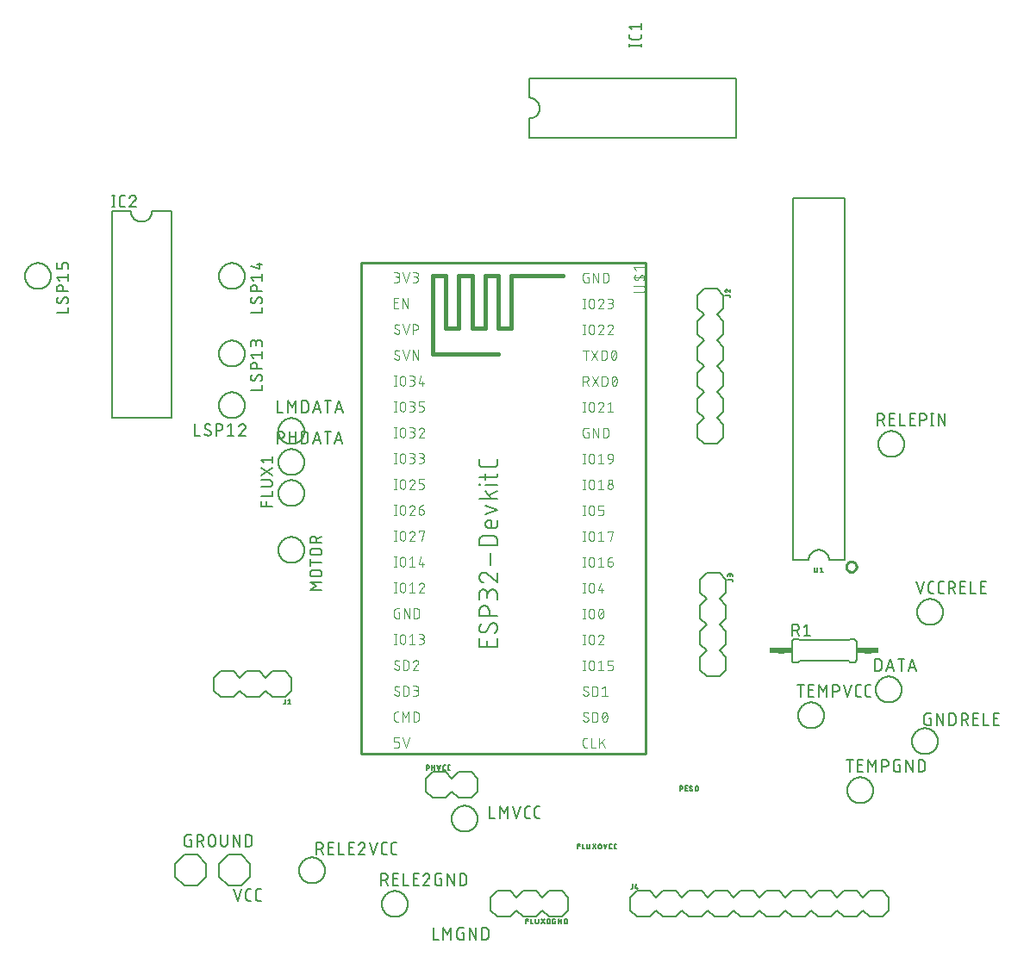
<source format=gbr>
G04 EAGLE Gerber RS-274X export*
G75*
%MOMM*%
%FSLAX34Y34*%
%LPD*%
%INSilkscreen Top*%
%IPPOS*%
%AMOC8*
5,1,8,0,0,1.08239X$1,22.5*%
G01*
%ADD10C,0.127000*%
%ADD11C,0.203200*%
%ADD12C,0.152400*%
%ADD13C,0.406400*%
%ADD14C,0.076200*%
%ADD15C,0.254000*%
%ADD16C,0.101600*%
%ADD17C,0.609600*%
%ADD18R,0.863600X0.609600*%


D10*
X312420Y434340D02*
X312424Y434652D01*
X312435Y434963D01*
X312454Y435274D01*
X312481Y435585D01*
X312516Y435895D01*
X312557Y436203D01*
X312607Y436511D01*
X312664Y436818D01*
X312729Y437123D01*
X312801Y437426D01*
X312880Y437727D01*
X312967Y438027D01*
X313061Y438324D01*
X313162Y438619D01*
X313271Y438911D01*
X313387Y439200D01*
X313510Y439487D01*
X313639Y439770D01*
X313776Y440050D01*
X313920Y440327D01*
X314070Y440600D01*
X314227Y440869D01*
X314390Y441134D01*
X314560Y441396D01*
X314737Y441653D01*
X314919Y441905D01*
X315108Y442153D01*
X315303Y442397D01*
X315503Y442635D01*
X315710Y442869D01*
X315922Y443097D01*
X316140Y443320D01*
X316363Y443538D01*
X316591Y443750D01*
X316825Y443957D01*
X317063Y444157D01*
X317307Y444352D01*
X317555Y444541D01*
X317807Y444723D01*
X318064Y444900D01*
X318326Y445070D01*
X318591Y445233D01*
X318860Y445390D01*
X319133Y445540D01*
X319410Y445684D01*
X319690Y445821D01*
X319973Y445950D01*
X320260Y446073D01*
X320549Y446189D01*
X320841Y446298D01*
X321136Y446399D01*
X321433Y446493D01*
X321733Y446580D01*
X322034Y446659D01*
X322337Y446731D01*
X322642Y446796D01*
X322949Y446853D01*
X323257Y446903D01*
X323565Y446944D01*
X323875Y446979D01*
X324186Y447006D01*
X324497Y447025D01*
X324808Y447036D01*
X325120Y447040D01*
X325432Y447036D01*
X325743Y447025D01*
X326054Y447006D01*
X326365Y446979D01*
X326675Y446944D01*
X326983Y446903D01*
X327291Y446853D01*
X327598Y446796D01*
X327903Y446731D01*
X328206Y446659D01*
X328507Y446580D01*
X328807Y446493D01*
X329104Y446399D01*
X329399Y446298D01*
X329691Y446189D01*
X329980Y446073D01*
X330267Y445950D01*
X330550Y445821D01*
X330830Y445684D01*
X331107Y445540D01*
X331380Y445390D01*
X331649Y445233D01*
X331914Y445070D01*
X332176Y444900D01*
X332433Y444723D01*
X332685Y444541D01*
X332933Y444352D01*
X333177Y444157D01*
X333415Y443957D01*
X333649Y443750D01*
X333877Y443538D01*
X334100Y443320D01*
X334318Y443097D01*
X334530Y442869D01*
X334737Y442635D01*
X334937Y442397D01*
X335132Y442153D01*
X335321Y441905D01*
X335503Y441653D01*
X335680Y441396D01*
X335850Y441134D01*
X336013Y440869D01*
X336170Y440600D01*
X336320Y440327D01*
X336464Y440050D01*
X336601Y439770D01*
X336730Y439487D01*
X336853Y439200D01*
X336969Y438911D01*
X337078Y438619D01*
X337179Y438324D01*
X337273Y438027D01*
X337360Y437727D01*
X337439Y437426D01*
X337511Y437123D01*
X337576Y436818D01*
X337633Y436511D01*
X337683Y436203D01*
X337724Y435895D01*
X337759Y435585D01*
X337786Y435274D01*
X337805Y434963D01*
X337816Y434652D01*
X337820Y434340D01*
X337816Y434028D01*
X337805Y433717D01*
X337786Y433406D01*
X337759Y433095D01*
X337724Y432785D01*
X337683Y432477D01*
X337633Y432169D01*
X337576Y431862D01*
X337511Y431557D01*
X337439Y431254D01*
X337360Y430953D01*
X337273Y430653D01*
X337179Y430356D01*
X337078Y430061D01*
X336969Y429769D01*
X336853Y429480D01*
X336730Y429193D01*
X336601Y428910D01*
X336464Y428630D01*
X336320Y428353D01*
X336170Y428080D01*
X336013Y427811D01*
X335850Y427546D01*
X335680Y427284D01*
X335503Y427027D01*
X335321Y426775D01*
X335132Y426527D01*
X334937Y426283D01*
X334737Y426045D01*
X334530Y425811D01*
X334318Y425583D01*
X334100Y425360D01*
X333877Y425142D01*
X333649Y424930D01*
X333415Y424723D01*
X333177Y424523D01*
X332933Y424328D01*
X332685Y424139D01*
X332433Y423957D01*
X332176Y423780D01*
X331914Y423610D01*
X331649Y423447D01*
X331380Y423290D01*
X331107Y423140D01*
X330830Y422996D01*
X330550Y422859D01*
X330267Y422730D01*
X329980Y422607D01*
X329691Y422491D01*
X329399Y422382D01*
X329104Y422281D01*
X328807Y422187D01*
X328507Y422100D01*
X328206Y422021D01*
X327903Y421949D01*
X327598Y421884D01*
X327291Y421827D01*
X326983Y421777D01*
X326675Y421736D01*
X326365Y421701D01*
X326054Y421674D01*
X325743Y421655D01*
X325432Y421644D01*
X325120Y421640D01*
X324808Y421644D01*
X324497Y421655D01*
X324186Y421674D01*
X323875Y421701D01*
X323565Y421736D01*
X323257Y421777D01*
X322949Y421827D01*
X322642Y421884D01*
X322337Y421949D01*
X322034Y422021D01*
X321733Y422100D01*
X321433Y422187D01*
X321136Y422281D01*
X320841Y422382D01*
X320549Y422491D01*
X320260Y422607D01*
X319973Y422730D01*
X319690Y422859D01*
X319410Y422996D01*
X319133Y423140D01*
X318860Y423290D01*
X318591Y423447D01*
X318326Y423610D01*
X318064Y423780D01*
X317807Y423957D01*
X317555Y424139D01*
X317307Y424328D01*
X317063Y424523D01*
X316825Y424723D01*
X316591Y424930D01*
X316363Y425142D01*
X316140Y425360D01*
X315922Y425583D01*
X315710Y425811D01*
X315503Y426045D01*
X315303Y426283D01*
X315108Y426527D01*
X314919Y426775D01*
X314737Y427027D01*
X314560Y427284D01*
X314390Y427546D01*
X314227Y427811D01*
X314070Y428080D01*
X313920Y428353D01*
X313776Y428630D01*
X313639Y428910D01*
X313510Y429193D01*
X313387Y429480D01*
X313271Y429769D01*
X313162Y430061D01*
X313061Y430356D01*
X312967Y430653D01*
X312880Y430953D01*
X312801Y431254D01*
X312729Y431557D01*
X312664Y431862D01*
X312607Y432169D01*
X312557Y432477D01*
X312516Y432785D01*
X312481Y433095D01*
X312454Y433406D01*
X312435Y433717D01*
X312424Y434028D01*
X312420Y434340D01*
X306705Y421005D02*
X295275Y421005D01*
X295275Y426085D01*
X300355Y426085D02*
X300355Y421005D01*
X295275Y430911D02*
X306705Y430911D01*
X306705Y435991D01*
X303530Y440792D02*
X295275Y440792D01*
X303530Y440792D02*
X303641Y440794D01*
X303751Y440800D01*
X303862Y440809D01*
X303972Y440823D01*
X304081Y440840D01*
X304190Y440861D01*
X304298Y440886D01*
X304405Y440915D01*
X304511Y440947D01*
X304616Y440983D01*
X304719Y441023D01*
X304821Y441066D01*
X304922Y441113D01*
X305021Y441164D01*
X305118Y441217D01*
X305212Y441274D01*
X305305Y441335D01*
X305396Y441398D01*
X305485Y441465D01*
X305571Y441535D01*
X305654Y441608D01*
X305736Y441683D01*
X305814Y441761D01*
X305889Y441843D01*
X305962Y441926D01*
X306032Y442012D01*
X306099Y442101D01*
X306162Y442192D01*
X306223Y442285D01*
X306280Y442379D01*
X306333Y442476D01*
X306384Y442575D01*
X306431Y442676D01*
X306474Y442778D01*
X306514Y442881D01*
X306550Y442986D01*
X306582Y443092D01*
X306611Y443199D01*
X306636Y443307D01*
X306657Y443416D01*
X306674Y443525D01*
X306688Y443635D01*
X306697Y443746D01*
X306703Y443856D01*
X306705Y443967D01*
X306703Y444078D01*
X306697Y444188D01*
X306688Y444299D01*
X306674Y444409D01*
X306657Y444518D01*
X306636Y444627D01*
X306611Y444735D01*
X306582Y444842D01*
X306550Y444948D01*
X306514Y445053D01*
X306474Y445156D01*
X306431Y445258D01*
X306384Y445359D01*
X306333Y445458D01*
X306280Y445554D01*
X306223Y445649D01*
X306162Y445742D01*
X306099Y445833D01*
X306032Y445922D01*
X305962Y446008D01*
X305889Y446091D01*
X305814Y446173D01*
X305736Y446251D01*
X305654Y446326D01*
X305571Y446399D01*
X305485Y446469D01*
X305396Y446536D01*
X305305Y446599D01*
X305212Y446660D01*
X305118Y446717D01*
X305021Y446770D01*
X304922Y446821D01*
X304821Y446868D01*
X304719Y446911D01*
X304616Y446951D01*
X304511Y446987D01*
X304405Y447019D01*
X304298Y447048D01*
X304190Y447073D01*
X304081Y447094D01*
X303972Y447111D01*
X303862Y447125D01*
X303751Y447134D01*
X303641Y447140D01*
X303530Y447142D01*
X295275Y447142D01*
X306705Y451968D02*
X295275Y459588D01*
X295275Y451968D02*
X306705Y459588D01*
X297815Y464033D02*
X295275Y467208D01*
X306705Y467208D01*
X306705Y464033D02*
X306705Y470383D01*
X312420Y378460D02*
X312424Y378772D01*
X312435Y379083D01*
X312454Y379394D01*
X312481Y379705D01*
X312516Y380015D01*
X312557Y380323D01*
X312607Y380631D01*
X312664Y380938D01*
X312729Y381243D01*
X312801Y381546D01*
X312880Y381847D01*
X312967Y382147D01*
X313061Y382444D01*
X313162Y382739D01*
X313271Y383031D01*
X313387Y383320D01*
X313510Y383607D01*
X313639Y383890D01*
X313776Y384170D01*
X313920Y384447D01*
X314070Y384720D01*
X314227Y384989D01*
X314390Y385254D01*
X314560Y385516D01*
X314737Y385773D01*
X314919Y386025D01*
X315108Y386273D01*
X315303Y386517D01*
X315503Y386755D01*
X315710Y386989D01*
X315922Y387217D01*
X316140Y387440D01*
X316363Y387658D01*
X316591Y387870D01*
X316825Y388077D01*
X317063Y388277D01*
X317307Y388472D01*
X317555Y388661D01*
X317807Y388843D01*
X318064Y389020D01*
X318326Y389190D01*
X318591Y389353D01*
X318860Y389510D01*
X319133Y389660D01*
X319410Y389804D01*
X319690Y389941D01*
X319973Y390070D01*
X320260Y390193D01*
X320549Y390309D01*
X320841Y390418D01*
X321136Y390519D01*
X321433Y390613D01*
X321733Y390700D01*
X322034Y390779D01*
X322337Y390851D01*
X322642Y390916D01*
X322949Y390973D01*
X323257Y391023D01*
X323565Y391064D01*
X323875Y391099D01*
X324186Y391126D01*
X324497Y391145D01*
X324808Y391156D01*
X325120Y391160D01*
X325432Y391156D01*
X325743Y391145D01*
X326054Y391126D01*
X326365Y391099D01*
X326675Y391064D01*
X326983Y391023D01*
X327291Y390973D01*
X327598Y390916D01*
X327903Y390851D01*
X328206Y390779D01*
X328507Y390700D01*
X328807Y390613D01*
X329104Y390519D01*
X329399Y390418D01*
X329691Y390309D01*
X329980Y390193D01*
X330267Y390070D01*
X330550Y389941D01*
X330830Y389804D01*
X331107Y389660D01*
X331380Y389510D01*
X331649Y389353D01*
X331914Y389190D01*
X332176Y389020D01*
X332433Y388843D01*
X332685Y388661D01*
X332933Y388472D01*
X333177Y388277D01*
X333415Y388077D01*
X333649Y387870D01*
X333877Y387658D01*
X334100Y387440D01*
X334318Y387217D01*
X334530Y386989D01*
X334737Y386755D01*
X334937Y386517D01*
X335132Y386273D01*
X335321Y386025D01*
X335503Y385773D01*
X335680Y385516D01*
X335850Y385254D01*
X336013Y384989D01*
X336170Y384720D01*
X336320Y384447D01*
X336464Y384170D01*
X336601Y383890D01*
X336730Y383607D01*
X336853Y383320D01*
X336969Y383031D01*
X337078Y382739D01*
X337179Y382444D01*
X337273Y382147D01*
X337360Y381847D01*
X337439Y381546D01*
X337511Y381243D01*
X337576Y380938D01*
X337633Y380631D01*
X337683Y380323D01*
X337724Y380015D01*
X337759Y379705D01*
X337786Y379394D01*
X337805Y379083D01*
X337816Y378772D01*
X337820Y378460D01*
X337816Y378148D01*
X337805Y377837D01*
X337786Y377526D01*
X337759Y377215D01*
X337724Y376905D01*
X337683Y376597D01*
X337633Y376289D01*
X337576Y375982D01*
X337511Y375677D01*
X337439Y375374D01*
X337360Y375073D01*
X337273Y374773D01*
X337179Y374476D01*
X337078Y374181D01*
X336969Y373889D01*
X336853Y373600D01*
X336730Y373313D01*
X336601Y373030D01*
X336464Y372750D01*
X336320Y372473D01*
X336170Y372200D01*
X336013Y371931D01*
X335850Y371666D01*
X335680Y371404D01*
X335503Y371147D01*
X335321Y370895D01*
X335132Y370647D01*
X334937Y370403D01*
X334737Y370165D01*
X334530Y369931D01*
X334318Y369703D01*
X334100Y369480D01*
X333877Y369262D01*
X333649Y369050D01*
X333415Y368843D01*
X333177Y368643D01*
X332933Y368448D01*
X332685Y368259D01*
X332433Y368077D01*
X332176Y367900D01*
X331914Y367730D01*
X331649Y367567D01*
X331380Y367410D01*
X331107Y367260D01*
X330830Y367116D01*
X330550Y366979D01*
X330267Y366850D01*
X329980Y366727D01*
X329691Y366611D01*
X329399Y366502D01*
X329104Y366401D01*
X328807Y366307D01*
X328507Y366220D01*
X328206Y366141D01*
X327903Y366069D01*
X327598Y366004D01*
X327291Y365947D01*
X326983Y365897D01*
X326675Y365856D01*
X326365Y365821D01*
X326054Y365794D01*
X325743Y365775D01*
X325432Y365764D01*
X325120Y365760D01*
X324808Y365764D01*
X324497Y365775D01*
X324186Y365794D01*
X323875Y365821D01*
X323565Y365856D01*
X323257Y365897D01*
X322949Y365947D01*
X322642Y366004D01*
X322337Y366069D01*
X322034Y366141D01*
X321733Y366220D01*
X321433Y366307D01*
X321136Y366401D01*
X320841Y366502D01*
X320549Y366611D01*
X320260Y366727D01*
X319973Y366850D01*
X319690Y366979D01*
X319410Y367116D01*
X319133Y367260D01*
X318860Y367410D01*
X318591Y367567D01*
X318326Y367730D01*
X318064Y367900D01*
X317807Y368077D01*
X317555Y368259D01*
X317307Y368448D01*
X317063Y368643D01*
X316825Y368843D01*
X316591Y369050D01*
X316363Y369262D01*
X316140Y369480D01*
X315922Y369703D01*
X315710Y369931D01*
X315503Y370165D01*
X315303Y370403D01*
X315108Y370647D01*
X314919Y370895D01*
X314737Y371147D01*
X314560Y371404D01*
X314390Y371666D01*
X314227Y371931D01*
X314070Y372200D01*
X313920Y372473D01*
X313776Y372750D01*
X313639Y373030D01*
X313510Y373313D01*
X313387Y373600D01*
X313271Y373889D01*
X313162Y374181D01*
X313061Y374476D01*
X312967Y374773D01*
X312880Y375073D01*
X312801Y375374D01*
X312729Y375677D01*
X312664Y375982D01*
X312607Y376289D01*
X312557Y376597D01*
X312516Y376905D01*
X312481Y377215D01*
X312454Y377526D01*
X312435Y377837D01*
X312424Y378148D01*
X312420Y378460D01*
X343535Y339007D02*
X354965Y339007D01*
X349885Y342817D02*
X343535Y339007D01*
X349885Y342817D02*
X343535Y346627D01*
X354965Y346627D01*
X351790Y352215D02*
X346710Y352215D01*
X346599Y352217D01*
X346489Y352223D01*
X346378Y352232D01*
X346268Y352246D01*
X346159Y352263D01*
X346050Y352284D01*
X345942Y352309D01*
X345835Y352338D01*
X345729Y352370D01*
X345624Y352406D01*
X345521Y352446D01*
X345419Y352489D01*
X345318Y352536D01*
X345219Y352587D01*
X345123Y352640D01*
X345028Y352697D01*
X344935Y352758D01*
X344844Y352821D01*
X344755Y352888D01*
X344669Y352958D01*
X344586Y353031D01*
X344504Y353106D01*
X344426Y353184D01*
X344351Y353266D01*
X344278Y353349D01*
X344208Y353435D01*
X344141Y353524D01*
X344078Y353615D01*
X344017Y353708D01*
X343960Y353803D01*
X343907Y353899D01*
X343856Y353998D01*
X343809Y354099D01*
X343766Y354201D01*
X343726Y354304D01*
X343690Y354409D01*
X343658Y354515D01*
X343629Y354622D01*
X343604Y354730D01*
X343583Y354839D01*
X343566Y354948D01*
X343552Y355058D01*
X343543Y355169D01*
X343537Y355279D01*
X343535Y355390D01*
X343537Y355501D01*
X343543Y355611D01*
X343552Y355722D01*
X343566Y355832D01*
X343583Y355941D01*
X343604Y356050D01*
X343629Y356158D01*
X343658Y356265D01*
X343690Y356371D01*
X343726Y356476D01*
X343766Y356579D01*
X343809Y356681D01*
X343856Y356782D01*
X343907Y356881D01*
X343960Y356978D01*
X344017Y357072D01*
X344078Y357165D01*
X344141Y357256D01*
X344208Y357345D01*
X344278Y357431D01*
X344351Y357514D01*
X344426Y357596D01*
X344504Y357674D01*
X344586Y357749D01*
X344669Y357822D01*
X344755Y357892D01*
X344844Y357959D01*
X344935Y358022D01*
X345028Y358083D01*
X345123Y358140D01*
X345219Y358193D01*
X345318Y358244D01*
X345419Y358291D01*
X345521Y358334D01*
X345624Y358374D01*
X345729Y358410D01*
X345835Y358442D01*
X345942Y358471D01*
X346050Y358496D01*
X346159Y358517D01*
X346268Y358534D01*
X346378Y358548D01*
X346489Y358557D01*
X346599Y358563D01*
X346710Y358565D01*
X351790Y358565D01*
X351901Y358563D01*
X352011Y358557D01*
X352122Y358548D01*
X352232Y358534D01*
X352341Y358517D01*
X352450Y358496D01*
X352558Y358471D01*
X352665Y358442D01*
X352771Y358410D01*
X352876Y358374D01*
X352979Y358334D01*
X353081Y358291D01*
X353182Y358244D01*
X353281Y358193D01*
X353378Y358140D01*
X353472Y358083D01*
X353565Y358022D01*
X353656Y357959D01*
X353745Y357892D01*
X353831Y357822D01*
X353914Y357749D01*
X353996Y357674D01*
X354074Y357596D01*
X354149Y357514D01*
X354222Y357431D01*
X354292Y357345D01*
X354359Y357256D01*
X354422Y357165D01*
X354483Y357072D01*
X354540Y356977D01*
X354593Y356881D01*
X354644Y356782D01*
X354691Y356681D01*
X354734Y356579D01*
X354774Y356476D01*
X354810Y356371D01*
X354842Y356265D01*
X354871Y356158D01*
X354896Y356050D01*
X354917Y355941D01*
X354934Y355832D01*
X354948Y355722D01*
X354957Y355611D01*
X354963Y355501D01*
X354965Y355390D01*
X354963Y355279D01*
X354957Y355169D01*
X354948Y355058D01*
X354934Y354948D01*
X354917Y354839D01*
X354896Y354730D01*
X354871Y354622D01*
X354842Y354515D01*
X354810Y354409D01*
X354774Y354304D01*
X354734Y354201D01*
X354691Y354099D01*
X354644Y353998D01*
X354593Y353899D01*
X354540Y353802D01*
X354483Y353708D01*
X354422Y353615D01*
X354359Y353524D01*
X354292Y353435D01*
X354222Y353349D01*
X354149Y353266D01*
X354074Y353184D01*
X353996Y353106D01*
X353914Y353031D01*
X353831Y352958D01*
X353745Y352888D01*
X353656Y352821D01*
X353565Y352758D01*
X353472Y352697D01*
X353378Y352640D01*
X353281Y352587D01*
X353182Y352536D01*
X353081Y352489D01*
X352979Y352446D01*
X352876Y352406D01*
X352771Y352370D01*
X352665Y352338D01*
X352558Y352309D01*
X352450Y352284D01*
X352341Y352263D01*
X352232Y352246D01*
X352122Y352232D01*
X352011Y352223D01*
X351901Y352217D01*
X351790Y352215D01*
X354965Y366058D02*
X343535Y366058D01*
X343535Y362883D02*
X343535Y369233D01*
X346710Y373551D02*
X351790Y373551D01*
X346710Y373551D02*
X346599Y373553D01*
X346489Y373559D01*
X346378Y373568D01*
X346268Y373582D01*
X346159Y373599D01*
X346050Y373620D01*
X345942Y373645D01*
X345835Y373674D01*
X345729Y373706D01*
X345624Y373742D01*
X345521Y373782D01*
X345419Y373825D01*
X345318Y373872D01*
X345219Y373923D01*
X345123Y373976D01*
X345028Y374033D01*
X344935Y374094D01*
X344844Y374157D01*
X344755Y374224D01*
X344669Y374294D01*
X344586Y374367D01*
X344504Y374442D01*
X344426Y374520D01*
X344351Y374602D01*
X344278Y374685D01*
X344208Y374771D01*
X344141Y374860D01*
X344078Y374951D01*
X344017Y375044D01*
X343960Y375139D01*
X343907Y375235D01*
X343856Y375334D01*
X343809Y375435D01*
X343766Y375537D01*
X343726Y375640D01*
X343690Y375745D01*
X343658Y375851D01*
X343629Y375958D01*
X343604Y376066D01*
X343583Y376175D01*
X343566Y376284D01*
X343552Y376394D01*
X343543Y376505D01*
X343537Y376615D01*
X343535Y376726D01*
X343537Y376837D01*
X343543Y376947D01*
X343552Y377058D01*
X343566Y377168D01*
X343583Y377277D01*
X343604Y377386D01*
X343629Y377494D01*
X343658Y377601D01*
X343690Y377707D01*
X343726Y377812D01*
X343766Y377915D01*
X343809Y378017D01*
X343856Y378118D01*
X343907Y378217D01*
X343960Y378314D01*
X344017Y378408D01*
X344078Y378501D01*
X344141Y378592D01*
X344208Y378681D01*
X344278Y378767D01*
X344351Y378850D01*
X344426Y378932D01*
X344504Y379010D01*
X344586Y379085D01*
X344669Y379158D01*
X344755Y379228D01*
X344844Y379295D01*
X344935Y379358D01*
X345028Y379419D01*
X345123Y379476D01*
X345219Y379529D01*
X345318Y379580D01*
X345419Y379627D01*
X345521Y379670D01*
X345624Y379710D01*
X345729Y379746D01*
X345835Y379778D01*
X345942Y379807D01*
X346050Y379832D01*
X346159Y379853D01*
X346268Y379870D01*
X346378Y379884D01*
X346489Y379893D01*
X346599Y379899D01*
X346710Y379901D01*
X351790Y379901D01*
X351901Y379899D01*
X352011Y379893D01*
X352122Y379884D01*
X352232Y379870D01*
X352341Y379853D01*
X352450Y379832D01*
X352558Y379807D01*
X352665Y379778D01*
X352771Y379746D01*
X352876Y379710D01*
X352979Y379670D01*
X353081Y379627D01*
X353182Y379580D01*
X353281Y379529D01*
X353378Y379476D01*
X353472Y379419D01*
X353565Y379358D01*
X353656Y379295D01*
X353745Y379228D01*
X353831Y379158D01*
X353914Y379085D01*
X353996Y379010D01*
X354074Y378932D01*
X354149Y378850D01*
X354222Y378767D01*
X354292Y378681D01*
X354359Y378592D01*
X354422Y378501D01*
X354483Y378408D01*
X354540Y378313D01*
X354593Y378217D01*
X354644Y378118D01*
X354691Y378017D01*
X354734Y377915D01*
X354774Y377812D01*
X354810Y377707D01*
X354842Y377601D01*
X354871Y377494D01*
X354896Y377386D01*
X354917Y377277D01*
X354934Y377168D01*
X354948Y377058D01*
X354957Y376947D01*
X354963Y376837D01*
X354965Y376726D01*
X354963Y376615D01*
X354957Y376505D01*
X354948Y376394D01*
X354934Y376284D01*
X354917Y376175D01*
X354896Y376066D01*
X354871Y375958D01*
X354842Y375851D01*
X354810Y375745D01*
X354774Y375640D01*
X354734Y375537D01*
X354691Y375435D01*
X354644Y375334D01*
X354593Y375235D01*
X354540Y375138D01*
X354483Y375044D01*
X354422Y374951D01*
X354359Y374860D01*
X354292Y374771D01*
X354222Y374685D01*
X354149Y374602D01*
X354074Y374520D01*
X353996Y374442D01*
X353914Y374367D01*
X353831Y374294D01*
X353745Y374224D01*
X353656Y374157D01*
X353565Y374094D01*
X353472Y374033D01*
X353378Y373976D01*
X353281Y373923D01*
X353182Y373872D01*
X353081Y373825D01*
X352979Y373782D01*
X352876Y373742D01*
X352771Y373706D01*
X352665Y373674D01*
X352558Y373645D01*
X352450Y373620D01*
X352341Y373599D01*
X352232Y373582D01*
X352122Y373568D01*
X352011Y373559D01*
X351901Y373553D01*
X351790Y373551D01*
X354965Y385445D02*
X343535Y385445D01*
X343535Y388620D01*
X343537Y388731D01*
X343543Y388841D01*
X343552Y388952D01*
X343566Y389062D01*
X343583Y389171D01*
X343604Y389280D01*
X343629Y389388D01*
X343658Y389495D01*
X343690Y389601D01*
X343726Y389706D01*
X343766Y389809D01*
X343809Y389911D01*
X343856Y390012D01*
X343907Y390111D01*
X343960Y390208D01*
X344017Y390302D01*
X344078Y390395D01*
X344141Y390486D01*
X344208Y390575D01*
X344278Y390661D01*
X344351Y390744D01*
X344426Y390826D01*
X344504Y390904D01*
X344586Y390979D01*
X344669Y391052D01*
X344755Y391122D01*
X344844Y391189D01*
X344935Y391252D01*
X345028Y391313D01*
X345123Y391370D01*
X345219Y391423D01*
X345318Y391474D01*
X345419Y391521D01*
X345521Y391564D01*
X345624Y391604D01*
X345729Y391640D01*
X345835Y391672D01*
X345942Y391701D01*
X346050Y391726D01*
X346159Y391747D01*
X346268Y391764D01*
X346378Y391778D01*
X346489Y391787D01*
X346599Y391793D01*
X346710Y391795D01*
X346821Y391793D01*
X346931Y391787D01*
X347042Y391778D01*
X347152Y391764D01*
X347261Y391747D01*
X347370Y391726D01*
X347478Y391701D01*
X347585Y391672D01*
X347691Y391640D01*
X347796Y391604D01*
X347899Y391564D01*
X348001Y391521D01*
X348102Y391474D01*
X348201Y391423D01*
X348298Y391370D01*
X348392Y391313D01*
X348485Y391252D01*
X348576Y391189D01*
X348665Y391122D01*
X348751Y391052D01*
X348834Y390979D01*
X348916Y390904D01*
X348994Y390826D01*
X349069Y390744D01*
X349142Y390661D01*
X349212Y390575D01*
X349279Y390486D01*
X349342Y390395D01*
X349403Y390302D01*
X349460Y390208D01*
X349513Y390111D01*
X349564Y390012D01*
X349611Y389911D01*
X349654Y389809D01*
X349694Y389706D01*
X349730Y389601D01*
X349762Y389495D01*
X349791Y389388D01*
X349816Y389280D01*
X349837Y389171D01*
X349854Y389062D01*
X349868Y388952D01*
X349877Y388841D01*
X349883Y388731D01*
X349885Y388620D01*
X349885Y385445D01*
X349885Y389255D02*
X354965Y391795D01*
D11*
X546100Y24130D02*
X539750Y17780D01*
X527050Y17780D01*
X520700Y24130D01*
X520700Y36830D02*
X527050Y43180D01*
X539750Y43180D01*
X546100Y36830D01*
X577850Y17780D02*
X590550Y17780D01*
X577850Y17780D02*
X571500Y24130D01*
X571500Y36830D02*
X577850Y43180D01*
X571500Y24130D02*
X565150Y17780D01*
X552450Y17780D01*
X546100Y24130D01*
X546100Y36830D02*
X552450Y43180D01*
X565150Y43180D01*
X571500Y36830D01*
X596900Y36830D02*
X596900Y24130D01*
X590550Y17780D01*
X596900Y36830D02*
X590550Y43180D01*
X577850Y43180D01*
X520700Y36830D02*
X520700Y24130D01*
D10*
X555565Y15875D02*
X555565Y11049D01*
X555565Y15875D02*
X557709Y15875D01*
X557709Y13730D02*
X555565Y13730D01*
X560319Y15875D02*
X560319Y11049D01*
X562464Y11049D01*
X565055Y12390D02*
X565055Y15875D01*
X565054Y12390D02*
X565056Y12319D01*
X565062Y12247D01*
X565071Y12177D01*
X565084Y12107D01*
X565101Y12037D01*
X565122Y11969D01*
X565146Y11902D01*
X565174Y11836D01*
X565205Y11772D01*
X565240Y11709D01*
X565278Y11649D01*
X565319Y11590D01*
X565363Y11534D01*
X565410Y11480D01*
X565459Y11429D01*
X565512Y11381D01*
X565567Y11335D01*
X565624Y11293D01*
X565684Y11253D01*
X565745Y11217D01*
X565809Y11184D01*
X565874Y11155D01*
X565940Y11129D01*
X566008Y11106D01*
X566077Y11087D01*
X566147Y11072D01*
X566217Y11061D01*
X566288Y11053D01*
X566359Y11049D01*
X566431Y11049D01*
X566502Y11053D01*
X566573Y11061D01*
X566643Y11072D01*
X566713Y11087D01*
X566782Y11106D01*
X566850Y11129D01*
X566916Y11155D01*
X566981Y11184D01*
X567045Y11217D01*
X567106Y11253D01*
X567166Y11293D01*
X567223Y11335D01*
X567278Y11381D01*
X567331Y11429D01*
X567380Y11480D01*
X567427Y11534D01*
X567471Y11590D01*
X567512Y11649D01*
X567550Y11709D01*
X567585Y11772D01*
X567616Y11836D01*
X567644Y11902D01*
X567668Y11969D01*
X567689Y12037D01*
X567706Y12107D01*
X567719Y12177D01*
X567728Y12247D01*
X567734Y12319D01*
X567736Y12390D01*
X567736Y15875D01*
X570456Y11049D02*
X573673Y15875D01*
X570456Y15875D02*
X573673Y11049D01*
X576210Y12390D02*
X576210Y14534D01*
X576212Y14605D01*
X576218Y14677D01*
X576227Y14747D01*
X576240Y14817D01*
X576257Y14887D01*
X576278Y14955D01*
X576302Y15022D01*
X576330Y15088D01*
X576361Y15152D01*
X576396Y15215D01*
X576434Y15275D01*
X576475Y15334D01*
X576519Y15390D01*
X576566Y15444D01*
X576615Y15495D01*
X576668Y15543D01*
X576723Y15589D01*
X576780Y15631D01*
X576840Y15671D01*
X576901Y15707D01*
X576965Y15740D01*
X577030Y15769D01*
X577096Y15795D01*
X577164Y15818D01*
X577233Y15837D01*
X577303Y15852D01*
X577373Y15863D01*
X577444Y15871D01*
X577515Y15875D01*
X577587Y15875D01*
X577658Y15871D01*
X577729Y15863D01*
X577799Y15852D01*
X577869Y15837D01*
X577938Y15818D01*
X578006Y15795D01*
X578072Y15769D01*
X578137Y15740D01*
X578201Y15707D01*
X578262Y15671D01*
X578322Y15631D01*
X578379Y15589D01*
X578434Y15543D01*
X578487Y15495D01*
X578536Y15444D01*
X578583Y15390D01*
X578627Y15334D01*
X578668Y15275D01*
X578706Y15215D01*
X578741Y15152D01*
X578772Y15088D01*
X578800Y15022D01*
X578824Y14955D01*
X578845Y14887D01*
X578862Y14817D01*
X578875Y14747D01*
X578884Y14677D01*
X578890Y14605D01*
X578892Y14534D01*
X578891Y14534D02*
X578891Y12390D01*
X578892Y12390D02*
X578890Y12319D01*
X578884Y12247D01*
X578875Y12177D01*
X578862Y12107D01*
X578845Y12037D01*
X578824Y11969D01*
X578800Y11902D01*
X578772Y11836D01*
X578741Y11772D01*
X578706Y11709D01*
X578668Y11649D01*
X578627Y11590D01*
X578583Y11534D01*
X578536Y11480D01*
X578487Y11429D01*
X578434Y11381D01*
X578379Y11335D01*
X578322Y11293D01*
X578262Y11253D01*
X578201Y11217D01*
X578137Y11184D01*
X578072Y11155D01*
X578006Y11129D01*
X577938Y11106D01*
X577869Y11087D01*
X577799Y11072D01*
X577729Y11061D01*
X577658Y11053D01*
X577587Y11049D01*
X577515Y11049D01*
X577444Y11053D01*
X577373Y11061D01*
X577303Y11072D01*
X577233Y11087D01*
X577164Y11106D01*
X577096Y11129D01*
X577030Y11155D01*
X576965Y11184D01*
X576901Y11217D01*
X576840Y11253D01*
X576780Y11293D01*
X576723Y11335D01*
X576668Y11381D01*
X576615Y11429D01*
X576566Y11480D01*
X576519Y11534D01*
X576475Y11590D01*
X576434Y11649D01*
X576396Y11709D01*
X576361Y11772D01*
X576330Y11836D01*
X576302Y11902D01*
X576278Y11969D01*
X576257Y12037D01*
X576240Y12107D01*
X576227Y12177D01*
X576218Y12247D01*
X576212Y12319D01*
X576210Y12390D01*
X583756Y13730D02*
X584561Y13730D01*
X584561Y11049D01*
X582952Y11049D01*
X582887Y11051D01*
X582823Y11057D01*
X582759Y11067D01*
X582695Y11080D01*
X582633Y11098D01*
X582572Y11119D01*
X582512Y11143D01*
X582454Y11172D01*
X582397Y11204D01*
X582343Y11239D01*
X582291Y11277D01*
X582241Y11319D01*
X582194Y11363D01*
X582150Y11410D01*
X582108Y11460D01*
X582070Y11512D01*
X582035Y11566D01*
X582003Y11623D01*
X581974Y11681D01*
X581950Y11741D01*
X581929Y11802D01*
X581911Y11864D01*
X581898Y11928D01*
X581888Y11992D01*
X581882Y12056D01*
X581880Y12121D01*
X581880Y14803D01*
X581882Y14868D01*
X581888Y14932D01*
X581898Y14996D01*
X581911Y15060D01*
X581929Y15122D01*
X581950Y15183D01*
X581974Y15243D01*
X582003Y15301D01*
X582035Y15358D01*
X582070Y15412D01*
X582108Y15464D01*
X582150Y15514D01*
X582194Y15561D01*
X582241Y15605D01*
X582291Y15647D01*
X582343Y15685D01*
X582397Y15720D01*
X582454Y15752D01*
X582512Y15781D01*
X582572Y15805D01*
X582633Y15826D01*
X582695Y15844D01*
X582759Y15857D01*
X582823Y15867D01*
X582887Y15873D01*
X582952Y15875D01*
X584561Y15875D01*
X587732Y15875D02*
X587732Y11049D01*
X590413Y11049D02*
X587732Y15875D01*
X590413Y15875D02*
X590413Y11049D01*
X593584Y11049D02*
X593584Y15875D01*
X594924Y15875D01*
X594994Y15873D01*
X595064Y15868D01*
X595134Y15858D01*
X595203Y15846D01*
X595271Y15829D01*
X595338Y15809D01*
X595405Y15786D01*
X595469Y15759D01*
X595533Y15729D01*
X595595Y15695D01*
X595654Y15659D01*
X595712Y15619D01*
X595768Y15576D01*
X595821Y15531D01*
X595872Y15482D01*
X595921Y15431D01*
X595966Y15378D01*
X596009Y15322D01*
X596049Y15264D01*
X596085Y15205D01*
X596119Y15143D01*
X596149Y15079D01*
X596176Y15015D01*
X596199Y14948D01*
X596219Y14881D01*
X596236Y14813D01*
X596248Y14744D01*
X596258Y14674D01*
X596263Y14604D01*
X596265Y14534D01*
X596265Y12390D01*
X596263Y12320D01*
X596258Y12250D01*
X596248Y12180D01*
X596236Y12111D01*
X596219Y12043D01*
X596199Y11976D01*
X596176Y11909D01*
X596149Y11845D01*
X596119Y11781D01*
X596085Y11719D01*
X596049Y11660D01*
X596009Y11602D01*
X595966Y11546D01*
X595921Y11493D01*
X595872Y11442D01*
X595821Y11393D01*
X595768Y11348D01*
X595712Y11305D01*
X595654Y11265D01*
X595594Y11229D01*
X595533Y11195D01*
X595469Y11165D01*
X595405Y11138D01*
X595338Y11115D01*
X595271Y11095D01*
X595203Y11078D01*
X595134Y11066D01*
X595064Y11056D01*
X594994Y11051D01*
X594924Y11049D01*
X593584Y11049D01*
X606218Y84709D02*
X606218Y89535D01*
X608363Y89535D01*
X608363Y87390D02*
X606218Y87390D01*
X610973Y89535D02*
X610973Y84709D01*
X613118Y84709D01*
X615709Y86050D02*
X615709Y89535D01*
X615708Y86050D02*
X615710Y85979D01*
X615716Y85907D01*
X615725Y85837D01*
X615738Y85767D01*
X615755Y85697D01*
X615776Y85629D01*
X615800Y85562D01*
X615828Y85496D01*
X615859Y85432D01*
X615894Y85369D01*
X615932Y85309D01*
X615973Y85250D01*
X616017Y85194D01*
X616064Y85140D01*
X616113Y85089D01*
X616166Y85041D01*
X616221Y84995D01*
X616278Y84953D01*
X616338Y84913D01*
X616399Y84877D01*
X616463Y84844D01*
X616528Y84815D01*
X616594Y84789D01*
X616662Y84766D01*
X616731Y84747D01*
X616801Y84732D01*
X616871Y84721D01*
X616942Y84713D01*
X617013Y84709D01*
X617085Y84709D01*
X617156Y84713D01*
X617227Y84721D01*
X617297Y84732D01*
X617367Y84747D01*
X617436Y84766D01*
X617504Y84789D01*
X617570Y84815D01*
X617635Y84844D01*
X617699Y84877D01*
X617760Y84913D01*
X617820Y84953D01*
X617877Y84995D01*
X617932Y85041D01*
X617985Y85089D01*
X618034Y85140D01*
X618081Y85194D01*
X618125Y85250D01*
X618166Y85309D01*
X618204Y85369D01*
X618239Y85432D01*
X618270Y85496D01*
X618298Y85562D01*
X618322Y85629D01*
X618343Y85697D01*
X618360Y85767D01*
X618373Y85837D01*
X618382Y85907D01*
X618388Y85979D01*
X618390Y86050D01*
X618390Y89535D01*
X621110Y84709D02*
X624327Y89535D01*
X621110Y89535D02*
X624327Y84709D01*
X626864Y86050D02*
X626864Y88194D01*
X626866Y88265D01*
X626872Y88337D01*
X626881Y88407D01*
X626894Y88477D01*
X626911Y88547D01*
X626932Y88615D01*
X626956Y88682D01*
X626984Y88748D01*
X627015Y88812D01*
X627050Y88875D01*
X627088Y88935D01*
X627129Y88994D01*
X627173Y89050D01*
X627220Y89104D01*
X627269Y89155D01*
X627322Y89203D01*
X627377Y89249D01*
X627434Y89291D01*
X627494Y89331D01*
X627555Y89367D01*
X627619Y89400D01*
X627684Y89429D01*
X627750Y89455D01*
X627818Y89478D01*
X627887Y89497D01*
X627957Y89512D01*
X628027Y89523D01*
X628098Y89531D01*
X628169Y89535D01*
X628241Y89535D01*
X628312Y89531D01*
X628383Y89523D01*
X628453Y89512D01*
X628523Y89497D01*
X628592Y89478D01*
X628660Y89455D01*
X628726Y89429D01*
X628791Y89400D01*
X628855Y89367D01*
X628916Y89331D01*
X628976Y89291D01*
X629033Y89249D01*
X629088Y89203D01*
X629141Y89155D01*
X629190Y89104D01*
X629237Y89050D01*
X629281Y88994D01*
X629322Y88935D01*
X629360Y88875D01*
X629395Y88812D01*
X629426Y88748D01*
X629454Y88682D01*
X629478Y88615D01*
X629499Y88547D01*
X629516Y88477D01*
X629529Y88407D01*
X629538Y88337D01*
X629544Y88265D01*
X629546Y88194D01*
X629545Y88194D02*
X629545Y86050D01*
X629546Y86050D02*
X629544Y85979D01*
X629538Y85907D01*
X629529Y85837D01*
X629516Y85767D01*
X629499Y85697D01*
X629478Y85629D01*
X629454Y85562D01*
X629426Y85496D01*
X629395Y85432D01*
X629360Y85369D01*
X629322Y85309D01*
X629281Y85250D01*
X629237Y85194D01*
X629190Y85140D01*
X629141Y85089D01*
X629088Y85041D01*
X629033Y84995D01*
X628976Y84953D01*
X628916Y84913D01*
X628855Y84877D01*
X628791Y84844D01*
X628726Y84815D01*
X628660Y84789D01*
X628592Y84766D01*
X628523Y84747D01*
X628453Y84732D01*
X628383Y84721D01*
X628312Y84713D01*
X628241Y84709D01*
X628169Y84709D01*
X628098Y84713D01*
X628027Y84721D01*
X627957Y84732D01*
X627887Y84747D01*
X627818Y84766D01*
X627750Y84789D01*
X627684Y84815D01*
X627619Y84844D01*
X627555Y84877D01*
X627494Y84913D01*
X627434Y84953D01*
X627377Y84995D01*
X627322Y85041D01*
X627269Y85089D01*
X627220Y85140D01*
X627173Y85194D01*
X627129Y85250D01*
X627088Y85309D01*
X627050Y85369D01*
X627015Y85432D01*
X626984Y85496D01*
X626956Y85562D01*
X626932Y85629D01*
X626911Y85697D01*
X626894Y85767D01*
X626881Y85837D01*
X626872Y85907D01*
X626866Y85979D01*
X626864Y86050D01*
X632082Y89535D02*
X633691Y84709D01*
X635300Y89535D01*
X638881Y84709D02*
X639953Y84709D01*
X638881Y84709D02*
X638816Y84711D01*
X638752Y84717D01*
X638688Y84727D01*
X638624Y84740D01*
X638562Y84758D01*
X638501Y84779D01*
X638441Y84803D01*
X638383Y84832D01*
X638326Y84864D01*
X638272Y84899D01*
X638220Y84937D01*
X638170Y84979D01*
X638123Y85023D01*
X638079Y85070D01*
X638037Y85120D01*
X637999Y85172D01*
X637964Y85226D01*
X637932Y85283D01*
X637903Y85341D01*
X637879Y85401D01*
X637858Y85462D01*
X637840Y85524D01*
X637827Y85588D01*
X637817Y85652D01*
X637811Y85716D01*
X637809Y85781D01*
X637808Y85781D02*
X637808Y88463D01*
X637809Y88463D02*
X637811Y88528D01*
X637817Y88592D01*
X637827Y88656D01*
X637840Y88720D01*
X637858Y88782D01*
X637879Y88843D01*
X637903Y88903D01*
X637932Y88961D01*
X637964Y89018D01*
X637999Y89072D01*
X638037Y89124D01*
X638079Y89174D01*
X638123Y89221D01*
X638170Y89265D01*
X638220Y89307D01*
X638272Y89345D01*
X638326Y89380D01*
X638383Y89412D01*
X638441Y89441D01*
X638501Y89465D01*
X638562Y89486D01*
X638624Y89504D01*
X638688Y89517D01*
X638752Y89527D01*
X638816Y89533D01*
X638881Y89535D01*
X639953Y89535D01*
X643453Y84709D02*
X644525Y84709D01*
X643453Y84709D02*
X643388Y84711D01*
X643324Y84717D01*
X643260Y84727D01*
X643196Y84740D01*
X643134Y84758D01*
X643073Y84779D01*
X643013Y84803D01*
X642955Y84832D01*
X642898Y84864D01*
X642844Y84899D01*
X642792Y84937D01*
X642742Y84979D01*
X642695Y85023D01*
X642651Y85070D01*
X642609Y85120D01*
X642571Y85172D01*
X642536Y85226D01*
X642504Y85283D01*
X642475Y85341D01*
X642451Y85401D01*
X642430Y85462D01*
X642412Y85524D01*
X642399Y85588D01*
X642389Y85652D01*
X642383Y85716D01*
X642381Y85781D01*
X642380Y85781D02*
X642380Y88463D01*
X642381Y88463D02*
X642383Y88528D01*
X642389Y88592D01*
X642399Y88656D01*
X642412Y88720D01*
X642430Y88782D01*
X642451Y88843D01*
X642475Y88903D01*
X642504Y88961D01*
X642536Y89018D01*
X642571Y89072D01*
X642609Y89124D01*
X642651Y89174D01*
X642695Y89221D01*
X642742Y89265D01*
X642792Y89307D01*
X642844Y89345D01*
X642898Y89380D01*
X642955Y89412D01*
X643013Y89441D01*
X643073Y89465D01*
X643134Y89486D01*
X643196Y89504D01*
X643260Y89517D01*
X643324Y89527D01*
X643388Y89533D01*
X643453Y89535D01*
X644525Y89535D01*
D12*
X558800Y842010D02*
X762000Y842010D01*
X762000Y783590D02*
X558800Y783590D01*
X762000Y783590D02*
X762000Y842010D01*
X558800Y842010D02*
X558800Y822960D01*
X558800Y802640D02*
X558800Y783590D01*
X558800Y802640D02*
X559047Y802643D01*
X559295Y802652D01*
X559542Y802667D01*
X559788Y802688D01*
X560034Y802715D01*
X560279Y802748D01*
X560524Y802787D01*
X560767Y802832D01*
X561009Y802883D01*
X561250Y802940D01*
X561489Y803002D01*
X561727Y803071D01*
X561963Y803145D01*
X562197Y803225D01*
X562429Y803310D01*
X562659Y803402D01*
X562887Y803498D01*
X563112Y803601D01*
X563335Y803708D01*
X563555Y803822D01*
X563772Y803940D01*
X563987Y804064D01*
X564198Y804193D01*
X564406Y804327D01*
X564611Y804466D01*
X564812Y804610D01*
X565010Y804758D01*
X565204Y804912D01*
X565394Y805070D01*
X565580Y805233D01*
X565762Y805400D01*
X565940Y805572D01*
X566114Y805748D01*
X566284Y805928D01*
X566449Y806113D01*
X566609Y806301D01*
X566765Y806493D01*
X566917Y806689D01*
X567063Y806888D01*
X567205Y807091D01*
X567341Y807298D01*
X567473Y807507D01*
X567599Y807720D01*
X567720Y807936D01*
X567836Y808154D01*
X567946Y808376D01*
X568051Y808600D01*
X568151Y808826D01*
X568245Y809055D01*
X568333Y809286D01*
X568416Y809520D01*
X568493Y809755D01*
X568564Y809992D01*
X568630Y810230D01*
X568689Y810470D01*
X568743Y810712D01*
X568791Y810955D01*
X568833Y811198D01*
X568869Y811443D01*
X568899Y811689D01*
X568923Y811935D01*
X568941Y812182D01*
X568953Y812429D01*
X568959Y812676D01*
X568959Y812924D01*
X568953Y813171D01*
X568941Y813418D01*
X568923Y813665D01*
X568899Y813911D01*
X568869Y814157D01*
X568833Y814402D01*
X568791Y814645D01*
X568743Y814888D01*
X568689Y815130D01*
X568630Y815370D01*
X568564Y815608D01*
X568493Y815845D01*
X568416Y816080D01*
X568333Y816314D01*
X568245Y816545D01*
X568151Y816774D01*
X568051Y817000D01*
X567946Y817224D01*
X567836Y817446D01*
X567720Y817664D01*
X567599Y817880D01*
X567473Y818093D01*
X567341Y818302D01*
X567205Y818509D01*
X567063Y818712D01*
X566917Y818911D01*
X566765Y819107D01*
X566609Y819299D01*
X566449Y819487D01*
X566284Y819672D01*
X566114Y819852D01*
X565940Y820028D01*
X565762Y820200D01*
X565580Y820367D01*
X565394Y820530D01*
X565204Y820688D01*
X565010Y820842D01*
X564812Y820990D01*
X564611Y821134D01*
X564406Y821273D01*
X564198Y821407D01*
X563987Y821536D01*
X563772Y821660D01*
X563555Y821778D01*
X563335Y821892D01*
X563112Y821999D01*
X562887Y822102D01*
X562659Y822198D01*
X562429Y822290D01*
X562197Y822375D01*
X561963Y822455D01*
X561727Y822529D01*
X561489Y822598D01*
X561250Y822660D01*
X561009Y822717D01*
X560767Y822768D01*
X560524Y822813D01*
X560279Y822852D01*
X560034Y822885D01*
X559788Y822912D01*
X559542Y822933D01*
X559295Y822948D01*
X559047Y822957D01*
X558800Y822960D01*
D10*
X657225Y874395D02*
X668655Y874395D01*
X668655Y873125D02*
X668655Y875665D01*
X657225Y875665D02*
X657225Y873125D01*
X668655Y882867D02*
X668655Y885407D01*
X668655Y882867D02*
X668653Y882767D01*
X668647Y882668D01*
X668637Y882568D01*
X668624Y882470D01*
X668606Y882371D01*
X668585Y882274D01*
X668560Y882178D01*
X668531Y882082D01*
X668498Y881988D01*
X668462Y881895D01*
X668422Y881804D01*
X668378Y881714D01*
X668331Y881626D01*
X668281Y881540D01*
X668227Y881456D01*
X668170Y881374D01*
X668110Y881295D01*
X668046Y881217D01*
X667980Y881143D01*
X667911Y881071D01*
X667839Y881002D01*
X667765Y880936D01*
X667687Y880872D01*
X667608Y880812D01*
X667526Y880755D01*
X667442Y880701D01*
X667356Y880651D01*
X667268Y880604D01*
X667178Y880560D01*
X667087Y880520D01*
X666994Y880484D01*
X666900Y880451D01*
X666804Y880422D01*
X666708Y880397D01*
X666611Y880376D01*
X666512Y880358D01*
X666414Y880345D01*
X666314Y880335D01*
X666215Y880329D01*
X666115Y880327D01*
X659765Y880327D01*
X659665Y880329D01*
X659566Y880335D01*
X659466Y880345D01*
X659368Y880358D01*
X659269Y880376D01*
X659172Y880397D01*
X659076Y880422D01*
X658980Y880451D01*
X658886Y880484D01*
X658793Y880520D01*
X658702Y880560D01*
X658612Y880604D01*
X658524Y880651D01*
X658438Y880701D01*
X658354Y880755D01*
X658272Y880812D01*
X658193Y880872D01*
X658115Y880936D01*
X658041Y881002D01*
X657969Y881071D01*
X657900Y881143D01*
X657834Y881217D01*
X657770Y881295D01*
X657710Y881374D01*
X657653Y881456D01*
X657599Y881540D01*
X657549Y881626D01*
X657502Y881714D01*
X657458Y881804D01*
X657418Y881895D01*
X657382Y881988D01*
X657349Y882082D01*
X657320Y882178D01*
X657295Y882274D01*
X657274Y882371D01*
X657256Y882470D01*
X657243Y882568D01*
X657233Y882668D01*
X657227Y882767D01*
X657225Y882867D01*
X657225Y885407D01*
X659765Y889889D02*
X657225Y893064D01*
X668655Y893064D01*
X668655Y889889D02*
X668655Y896239D01*
D12*
X207010Y711200D02*
X207010Y508000D01*
X148590Y508000D02*
X148590Y711200D01*
X148590Y508000D02*
X207010Y508000D01*
X207010Y711200D02*
X187960Y711200D01*
X167640Y711200D02*
X148590Y711200D01*
X167640Y711200D02*
X167643Y710953D01*
X167652Y710705D01*
X167667Y710458D01*
X167688Y710212D01*
X167715Y709966D01*
X167748Y709721D01*
X167787Y709476D01*
X167832Y709233D01*
X167883Y708991D01*
X167940Y708750D01*
X168002Y708511D01*
X168071Y708273D01*
X168145Y708037D01*
X168225Y707803D01*
X168310Y707571D01*
X168402Y707341D01*
X168498Y707113D01*
X168601Y706888D01*
X168708Y706665D01*
X168822Y706445D01*
X168940Y706228D01*
X169064Y706013D01*
X169193Y705802D01*
X169327Y705594D01*
X169466Y705389D01*
X169610Y705188D01*
X169758Y704990D01*
X169912Y704796D01*
X170070Y704606D01*
X170233Y704420D01*
X170400Y704238D01*
X170572Y704060D01*
X170748Y703886D01*
X170928Y703716D01*
X171113Y703551D01*
X171301Y703391D01*
X171493Y703235D01*
X171689Y703083D01*
X171888Y702937D01*
X172091Y702795D01*
X172298Y702659D01*
X172507Y702527D01*
X172720Y702401D01*
X172936Y702280D01*
X173154Y702164D01*
X173376Y702054D01*
X173600Y701949D01*
X173826Y701849D01*
X174055Y701755D01*
X174286Y701667D01*
X174520Y701584D01*
X174755Y701507D01*
X174992Y701436D01*
X175230Y701370D01*
X175470Y701311D01*
X175712Y701257D01*
X175955Y701209D01*
X176198Y701167D01*
X176443Y701131D01*
X176689Y701101D01*
X176935Y701077D01*
X177182Y701059D01*
X177429Y701047D01*
X177676Y701041D01*
X177924Y701041D01*
X178171Y701047D01*
X178418Y701059D01*
X178665Y701077D01*
X178911Y701101D01*
X179157Y701131D01*
X179402Y701167D01*
X179645Y701209D01*
X179888Y701257D01*
X180130Y701311D01*
X180370Y701370D01*
X180608Y701436D01*
X180845Y701507D01*
X181080Y701584D01*
X181314Y701667D01*
X181545Y701755D01*
X181774Y701849D01*
X182000Y701949D01*
X182224Y702054D01*
X182446Y702164D01*
X182664Y702280D01*
X182880Y702401D01*
X183093Y702527D01*
X183302Y702659D01*
X183509Y702795D01*
X183712Y702937D01*
X183911Y703083D01*
X184107Y703235D01*
X184299Y703391D01*
X184487Y703551D01*
X184672Y703716D01*
X184852Y703886D01*
X185028Y704060D01*
X185200Y704238D01*
X185367Y704420D01*
X185530Y704606D01*
X185688Y704796D01*
X185842Y704990D01*
X185990Y705188D01*
X186134Y705389D01*
X186273Y705594D01*
X186407Y705802D01*
X186536Y706013D01*
X186660Y706228D01*
X186778Y706445D01*
X186892Y706665D01*
X186999Y706888D01*
X187102Y707113D01*
X187198Y707341D01*
X187290Y707571D01*
X187375Y707803D01*
X187455Y708037D01*
X187529Y708273D01*
X187598Y708511D01*
X187660Y708750D01*
X187717Y708991D01*
X187768Y709233D01*
X187813Y709476D01*
X187852Y709721D01*
X187885Y709966D01*
X187912Y710212D01*
X187933Y710458D01*
X187948Y710705D01*
X187957Y710953D01*
X187960Y711200D01*
D10*
X150495Y715645D02*
X150495Y727075D01*
X149225Y715645D02*
X151765Y715645D01*
X151765Y727075D02*
X149225Y727075D01*
X158967Y715645D02*
X161507Y715645D01*
X158967Y715645D02*
X158867Y715647D01*
X158768Y715653D01*
X158668Y715663D01*
X158570Y715676D01*
X158471Y715694D01*
X158374Y715715D01*
X158278Y715740D01*
X158182Y715769D01*
X158088Y715802D01*
X157995Y715838D01*
X157904Y715878D01*
X157814Y715922D01*
X157726Y715969D01*
X157640Y716019D01*
X157556Y716073D01*
X157474Y716130D01*
X157395Y716190D01*
X157317Y716254D01*
X157243Y716320D01*
X157171Y716389D01*
X157102Y716461D01*
X157036Y716535D01*
X156972Y716613D01*
X156912Y716692D01*
X156855Y716774D01*
X156801Y716858D01*
X156751Y716944D01*
X156704Y717032D01*
X156660Y717122D01*
X156620Y717213D01*
X156584Y717306D01*
X156551Y717400D01*
X156522Y717496D01*
X156497Y717592D01*
X156476Y717689D01*
X156458Y717788D01*
X156445Y717886D01*
X156435Y717986D01*
X156429Y718085D01*
X156427Y718185D01*
X156427Y724535D01*
X156429Y724635D01*
X156435Y724734D01*
X156445Y724834D01*
X156458Y724932D01*
X156476Y725031D01*
X156497Y725128D01*
X156522Y725224D01*
X156551Y725320D01*
X156584Y725414D01*
X156620Y725507D01*
X156660Y725598D01*
X156704Y725688D01*
X156751Y725776D01*
X156801Y725862D01*
X156855Y725946D01*
X156912Y726028D01*
X156972Y726107D01*
X157036Y726185D01*
X157102Y726259D01*
X157171Y726331D01*
X157243Y726400D01*
X157317Y726466D01*
X157395Y726530D01*
X157474Y726590D01*
X157556Y726647D01*
X157640Y726701D01*
X157726Y726751D01*
X157814Y726798D01*
X157904Y726842D01*
X157995Y726882D01*
X158088Y726918D01*
X158182Y726951D01*
X158278Y726980D01*
X158374Y727005D01*
X158471Y727026D01*
X158570Y727044D01*
X158668Y727057D01*
X158768Y727067D01*
X158867Y727073D01*
X158967Y727075D01*
X161507Y727075D01*
X169481Y727076D02*
X169585Y727074D01*
X169690Y727068D01*
X169794Y727059D01*
X169897Y727046D01*
X170000Y727028D01*
X170102Y727008D01*
X170204Y726983D01*
X170304Y726955D01*
X170404Y726923D01*
X170502Y726887D01*
X170599Y726848D01*
X170694Y726806D01*
X170788Y726760D01*
X170880Y726710D01*
X170970Y726658D01*
X171058Y726602D01*
X171144Y726542D01*
X171228Y726480D01*
X171309Y726415D01*
X171388Y726347D01*
X171465Y726275D01*
X171538Y726202D01*
X171610Y726125D01*
X171678Y726046D01*
X171743Y725965D01*
X171805Y725881D01*
X171865Y725795D01*
X171921Y725707D01*
X171973Y725617D01*
X172023Y725525D01*
X172069Y725431D01*
X172111Y725336D01*
X172150Y725239D01*
X172186Y725141D01*
X172218Y725041D01*
X172246Y724941D01*
X172271Y724839D01*
X172291Y724737D01*
X172309Y724634D01*
X172322Y724531D01*
X172331Y724427D01*
X172337Y724322D01*
X172339Y724218D01*
X169481Y727075D02*
X169363Y727073D01*
X169244Y727067D01*
X169126Y727058D01*
X169009Y727045D01*
X168892Y727027D01*
X168775Y727007D01*
X168659Y726982D01*
X168544Y726954D01*
X168431Y726921D01*
X168318Y726886D01*
X168206Y726846D01*
X168096Y726804D01*
X167987Y726757D01*
X167879Y726707D01*
X167774Y726654D01*
X167670Y726597D01*
X167568Y726537D01*
X167468Y726474D01*
X167370Y726407D01*
X167274Y726338D01*
X167181Y726265D01*
X167090Y726189D01*
X167001Y726111D01*
X166915Y726029D01*
X166832Y725945D01*
X166751Y725859D01*
X166674Y725769D01*
X166599Y725678D01*
X166527Y725584D01*
X166458Y725487D01*
X166393Y725389D01*
X166330Y725288D01*
X166271Y725185D01*
X166215Y725081D01*
X166163Y724975D01*
X166114Y724867D01*
X166069Y724758D01*
X166027Y724647D01*
X165989Y724535D01*
X171387Y721996D02*
X171463Y722071D01*
X171538Y722150D01*
X171609Y722231D01*
X171678Y722315D01*
X171743Y722401D01*
X171805Y722489D01*
X171865Y722579D01*
X171921Y722671D01*
X171974Y722766D01*
X172023Y722862D01*
X172069Y722960D01*
X172112Y723059D01*
X172151Y723160D01*
X172186Y723262D01*
X172218Y723365D01*
X172246Y723469D01*
X172271Y723574D01*
X172292Y723681D01*
X172309Y723787D01*
X172322Y723894D01*
X172331Y724002D01*
X172337Y724110D01*
X172339Y724218D01*
X171386Y721995D02*
X165989Y715645D01*
X172339Y715645D01*
X254000Y520700D02*
X254004Y521012D01*
X254015Y521323D01*
X254034Y521634D01*
X254061Y521945D01*
X254096Y522255D01*
X254137Y522563D01*
X254187Y522871D01*
X254244Y523178D01*
X254309Y523483D01*
X254381Y523786D01*
X254460Y524087D01*
X254547Y524387D01*
X254641Y524684D01*
X254742Y524979D01*
X254851Y525271D01*
X254967Y525560D01*
X255090Y525847D01*
X255219Y526130D01*
X255356Y526410D01*
X255500Y526687D01*
X255650Y526960D01*
X255807Y527229D01*
X255970Y527494D01*
X256140Y527756D01*
X256317Y528013D01*
X256499Y528265D01*
X256688Y528513D01*
X256883Y528757D01*
X257083Y528995D01*
X257290Y529229D01*
X257502Y529457D01*
X257720Y529680D01*
X257943Y529898D01*
X258171Y530110D01*
X258405Y530317D01*
X258643Y530517D01*
X258887Y530712D01*
X259135Y530901D01*
X259387Y531083D01*
X259644Y531260D01*
X259906Y531430D01*
X260171Y531593D01*
X260440Y531750D01*
X260713Y531900D01*
X260990Y532044D01*
X261270Y532181D01*
X261553Y532310D01*
X261840Y532433D01*
X262129Y532549D01*
X262421Y532658D01*
X262716Y532759D01*
X263013Y532853D01*
X263313Y532940D01*
X263614Y533019D01*
X263917Y533091D01*
X264222Y533156D01*
X264529Y533213D01*
X264837Y533263D01*
X265145Y533304D01*
X265455Y533339D01*
X265766Y533366D01*
X266077Y533385D01*
X266388Y533396D01*
X266700Y533400D01*
X267012Y533396D01*
X267323Y533385D01*
X267634Y533366D01*
X267945Y533339D01*
X268255Y533304D01*
X268563Y533263D01*
X268871Y533213D01*
X269178Y533156D01*
X269483Y533091D01*
X269786Y533019D01*
X270087Y532940D01*
X270387Y532853D01*
X270684Y532759D01*
X270979Y532658D01*
X271271Y532549D01*
X271560Y532433D01*
X271847Y532310D01*
X272130Y532181D01*
X272410Y532044D01*
X272687Y531900D01*
X272960Y531750D01*
X273229Y531593D01*
X273494Y531430D01*
X273756Y531260D01*
X274013Y531083D01*
X274265Y530901D01*
X274513Y530712D01*
X274757Y530517D01*
X274995Y530317D01*
X275229Y530110D01*
X275457Y529898D01*
X275680Y529680D01*
X275898Y529457D01*
X276110Y529229D01*
X276317Y528995D01*
X276517Y528757D01*
X276712Y528513D01*
X276901Y528265D01*
X277083Y528013D01*
X277260Y527756D01*
X277430Y527494D01*
X277593Y527229D01*
X277750Y526960D01*
X277900Y526687D01*
X278044Y526410D01*
X278181Y526130D01*
X278310Y525847D01*
X278433Y525560D01*
X278549Y525271D01*
X278658Y524979D01*
X278759Y524684D01*
X278853Y524387D01*
X278940Y524087D01*
X279019Y523786D01*
X279091Y523483D01*
X279156Y523178D01*
X279213Y522871D01*
X279263Y522563D01*
X279304Y522255D01*
X279339Y521945D01*
X279366Y521634D01*
X279385Y521323D01*
X279396Y521012D01*
X279400Y520700D01*
X279396Y520388D01*
X279385Y520077D01*
X279366Y519766D01*
X279339Y519455D01*
X279304Y519145D01*
X279263Y518837D01*
X279213Y518529D01*
X279156Y518222D01*
X279091Y517917D01*
X279019Y517614D01*
X278940Y517313D01*
X278853Y517013D01*
X278759Y516716D01*
X278658Y516421D01*
X278549Y516129D01*
X278433Y515840D01*
X278310Y515553D01*
X278181Y515270D01*
X278044Y514990D01*
X277900Y514713D01*
X277750Y514440D01*
X277593Y514171D01*
X277430Y513906D01*
X277260Y513644D01*
X277083Y513387D01*
X276901Y513135D01*
X276712Y512887D01*
X276517Y512643D01*
X276317Y512405D01*
X276110Y512171D01*
X275898Y511943D01*
X275680Y511720D01*
X275457Y511502D01*
X275229Y511290D01*
X274995Y511083D01*
X274757Y510883D01*
X274513Y510688D01*
X274265Y510499D01*
X274013Y510317D01*
X273756Y510140D01*
X273494Y509970D01*
X273229Y509807D01*
X272960Y509650D01*
X272687Y509500D01*
X272410Y509356D01*
X272130Y509219D01*
X271847Y509090D01*
X271560Y508967D01*
X271271Y508851D01*
X270979Y508742D01*
X270684Y508641D01*
X270387Y508547D01*
X270087Y508460D01*
X269786Y508381D01*
X269483Y508309D01*
X269178Y508244D01*
X268871Y508187D01*
X268563Y508137D01*
X268255Y508096D01*
X267945Y508061D01*
X267634Y508034D01*
X267323Y508015D01*
X267012Y508004D01*
X266700Y508000D01*
X266388Y508004D01*
X266077Y508015D01*
X265766Y508034D01*
X265455Y508061D01*
X265145Y508096D01*
X264837Y508137D01*
X264529Y508187D01*
X264222Y508244D01*
X263917Y508309D01*
X263614Y508381D01*
X263313Y508460D01*
X263013Y508547D01*
X262716Y508641D01*
X262421Y508742D01*
X262129Y508851D01*
X261840Y508967D01*
X261553Y509090D01*
X261270Y509219D01*
X260990Y509356D01*
X260713Y509500D01*
X260440Y509650D01*
X260171Y509807D01*
X259906Y509970D01*
X259644Y510140D01*
X259387Y510317D01*
X259135Y510499D01*
X258887Y510688D01*
X258643Y510883D01*
X258405Y511083D01*
X258171Y511290D01*
X257943Y511502D01*
X257720Y511720D01*
X257502Y511943D01*
X257290Y512171D01*
X257083Y512405D01*
X256883Y512643D01*
X256688Y512887D01*
X256499Y513135D01*
X256317Y513387D01*
X256140Y513644D01*
X255970Y513906D01*
X255807Y514171D01*
X255650Y514440D01*
X255500Y514713D01*
X255356Y514990D01*
X255219Y515270D01*
X255090Y515553D01*
X254967Y515840D01*
X254851Y516129D01*
X254742Y516421D01*
X254641Y516716D01*
X254547Y517013D01*
X254460Y517313D01*
X254381Y517614D01*
X254309Y517917D01*
X254244Y518222D01*
X254187Y518529D01*
X254137Y518837D01*
X254096Y519145D01*
X254061Y519455D01*
X254034Y519766D01*
X254015Y520077D01*
X254004Y520388D01*
X254000Y520700D01*
X230657Y502285D02*
X230657Y490855D01*
X235737Y490855D01*
X243586Y490855D02*
X243686Y490857D01*
X243785Y490863D01*
X243885Y490873D01*
X243983Y490886D01*
X244082Y490904D01*
X244179Y490925D01*
X244275Y490950D01*
X244371Y490979D01*
X244465Y491012D01*
X244558Y491048D01*
X244649Y491088D01*
X244739Y491132D01*
X244827Y491179D01*
X244913Y491229D01*
X244997Y491283D01*
X245079Y491340D01*
X245158Y491400D01*
X245236Y491464D01*
X245310Y491530D01*
X245382Y491599D01*
X245451Y491671D01*
X245517Y491745D01*
X245581Y491823D01*
X245641Y491902D01*
X245698Y491984D01*
X245752Y492068D01*
X245802Y492154D01*
X245849Y492242D01*
X245893Y492332D01*
X245933Y492423D01*
X245969Y492516D01*
X246002Y492610D01*
X246031Y492706D01*
X246056Y492802D01*
X246077Y492899D01*
X246095Y492998D01*
X246108Y493096D01*
X246118Y493196D01*
X246124Y493295D01*
X246126Y493395D01*
X243586Y490855D02*
X243445Y490857D01*
X243304Y490862D01*
X243163Y490872D01*
X243022Y490885D01*
X242882Y490901D01*
X242742Y490922D01*
X242603Y490946D01*
X242464Y490974D01*
X242327Y491005D01*
X242190Y491040D01*
X242054Y491078D01*
X241919Y491120D01*
X241786Y491166D01*
X241653Y491215D01*
X241522Y491268D01*
X241393Y491324D01*
X241264Y491383D01*
X241138Y491446D01*
X241013Y491512D01*
X240890Y491581D01*
X240769Y491654D01*
X240650Y491730D01*
X240532Y491809D01*
X240417Y491890D01*
X240305Y491975D01*
X240194Y492063D01*
X240086Y492154D01*
X239980Y492247D01*
X239877Y492344D01*
X239776Y492443D01*
X240094Y499745D02*
X240096Y499845D01*
X240102Y499944D01*
X240112Y500044D01*
X240125Y500142D01*
X240143Y500241D01*
X240164Y500338D01*
X240189Y500434D01*
X240218Y500530D01*
X240251Y500624D01*
X240287Y500717D01*
X240327Y500808D01*
X240371Y500898D01*
X240418Y500986D01*
X240468Y501072D01*
X240522Y501156D01*
X240579Y501238D01*
X240639Y501317D01*
X240703Y501395D01*
X240769Y501469D01*
X240838Y501541D01*
X240910Y501610D01*
X240984Y501676D01*
X241062Y501740D01*
X241141Y501800D01*
X241223Y501857D01*
X241307Y501911D01*
X241393Y501961D01*
X241481Y502008D01*
X241571Y502052D01*
X241662Y502092D01*
X241755Y502128D01*
X241849Y502161D01*
X241945Y502190D01*
X242041Y502215D01*
X242138Y502236D01*
X242237Y502254D01*
X242335Y502267D01*
X242435Y502277D01*
X242534Y502283D01*
X242634Y502285D01*
X242634Y502286D02*
X242767Y502284D01*
X242900Y502279D01*
X243033Y502269D01*
X243166Y502256D01*
X243298Y502239D01*
X243430Y502219D01*
X243561Y502195D01*
X243691Y502167D01*
X243821Y502136D01*
X243949Y502101D01*
X244077Y502062D01*
X244203Y502020D01*
X244328Y501974D01*
X244452Y501925D01*
X244575Y501873D01*
X244696Y501817D01*
X244815Y501757D01*
X244933Y501695D01*
X245048Y501629D01*
X245162Y501560D01*
X245274Y501487D01*
X245384Y501412D01*
X245492Y501333D01*
X241363Y497522D02*
X241279Y497574D01*
X241196Y497629D01*
X241116Y497688D01*
X241038Y497749D01*
X240963Y497813D01*
X240890Y497881D01*
X240819Y497951D01*
X240752Y498023D01*
X240687Y498098D01*
X240625Y498176D01*
X240566Y498256D01*
X240510Y498338D01*
X240458Y498422D01*
X240409Y498508D01*
X240363Y498596D01*
X240320Y498686D01*
X240281Y498777D01*
X240246Y498870D01*
X240214Y498964D01*
X240186Y499059D01*
X240161Y499155D01*
X240141Y499252D01*
X240123Y499350D01*
X240110Y499448D01*
X240101Y499547D01*
X240095Y499646D01*
X240093Y499745D01*
X244856Y495618D02*
X244940Y495566D01*
X245023Y495511D01*
X245103Y495452D01*
X245181Y495391D01*
X245256Y495327D01*
X245329Y495259D01*
X245400Y495189D01*
X245467Y495117D01*
X245532Y495042D01*
X245594Y494964D01*
X245653Y494884D01*
X245709Y494802D01*
X245761Y494718D01*
X245810Y494632D01*
X245856Y494544D01*
X245899Y494454D01*
X245938Y494363D01*
X245973Y494270D01*
X246005Y494176D01*
X246033Y494081D01*
X246058Y493985D01*
X246078Y493888D01*
X246096Y493790D01*
X246109Y493692D01*
X246118Y493593D01*
X246124Y493494D01*
X246126Y493395D01*
X244856Y495618D02*
X241364Y497523D01*
X251397Y502285D02*
X251397Y490855D01*
X251397Y502285D02*
X254572Y502285D01*
X254683Y502283D01*
X254793Y502277D01*
X254904Y502268D01*
X255014Y502254D01*
X255123Y502237D01*
X255232Y502216D01*
X255340Y502191D01*
X255447Y502162D01*
X255553Y502130D01*
X255658Y502094D01*
X255761Y502054D01*
X255863Y502011D01*
X255964Y501964D01*
X256063Y501913D01*
X256160Y501860D01*
X256254Y501803D01*
X256347Y501742D01*
X256438Y501679D01*
X256527Y501612D01*
X256613Y501542D01*
X256696Y501469D01*
X256778Y501394D01*
X256856Y501316D01*
X256931Y501234D01*
X257004Y501151D01*
X257074Y501065D01*
X257141Y500976D01*
X257204Y500885D01*
X257265Y500792D01*
X257322Y500697D01*
X257375Y500601D01*
X257426Y500502D01*
X257473Y500401D01*
X257516Y500299D01*
X257556Y500196D01*
X257592Y500091D01*
X257624Y499985D01*
X257653Y499878D01*
X257678Y499770D01*
X257699Y499661D01*
X257716Y499552D01*
X257730Y499442D01*
X257739Y499331D01*
X257745Y499221D01*
X257747Y499110D01*
X257745Y498999D01*
X257739Y498889D01*
X257730Y498778D01*
X257716Y498668D01*
X257699Y498559D01*
X257678Y498450D01*
X257653Y498342D01*
X257624Y498235D01*
X257592Y498129D01*
X257556Y498024D01*
X257516Y497921D01*
X257473Y497819D01*
X257426Y497718D01*
X257375Y497619D01*
X257322Y497522D01*
X257265Y497428D01*
X257204Y497335D01*
X257141Y497244D01*
X257074Y497155D01*
X257004Y497069D01*
X256931Y496986D01*
X256856Y496904D01*
X256778Y496826D01*
X256696Y496751D01*
X256613Y496678D01*
X256527Y496608D01*
X256438Y496541D01*
X256347Y496478D01*
X256254Y496417D01*
X256159Y496360D01*
X256063Y496307D01*
X255964Y496256D01*
X255863Y496209D01*
X255761Y496166D01*
X255658Y496126D01*
X255553Y496090D01*
X255447Y496058D01*
X255340Y496029D01*
X255232Y496004D01*
X255123Y495983D01*
X255014Y495966D01*
X254904Y495952D01*
X254793Y495943D01*
X254683Y495937D01*
X254572Y495935D01*
X251397Y495935D01*
X262255Y499745D02*
X265430Y502285D01*
X265430Y490855D01*
X262255Y490855D02*
X268605Y490855D01*
X280036Y499428D02*
X280034Y499532D01*
X280028Y499637D01*
X280019Y499741D01*
X280006Y499844D01*
X279988Y499947D01*
X279968Y500049D01*
X279943Y500151D01*
X279915Y500251D01*
X279883Y500351D01*
X279847Y500449D01*
X279808Y500546D01*
X279766Y500641D01*
X279720Y500735D01*
X279670Y500827D01*
X279618Y500917D01*
X279562Y501005D01*
X279502Y501091D01*
X279440Y501175D01*
X279375Y501256D01*
X279307Y501335D01*
X279235Y501412D01*
X279162Y501485D01*
X279085Y501557D01*
X279006Y501625D01*
X278925Y501690D01*
X278841Y501752D01*
X278755Y501812D01*
X278667Y501868D01*
X278577Y501920D01*
X278485Y501970D01*
X278391Y502016D01*
X278296Y502058D01*
X278199Y502097D01*
X278101Y502133D01*
X278001Y502165D01*
X277901Y502193D01*
X277799Y502218D01*
X277697Y502238D01*
X277594Y502256D01*
X277491Y502269D01*
X277387Y502278D01*
X277282Y502284D01*
X277178Y502286D01*
X277178Y502285D02*
X277060Y502283D01*
X276941Y502277D01*
X276823Y502268D01*
X276706Y502255D01*
X276589Y502237D01*
X276472Y502217D01*
X276356Y502192D01*
X276241Y502164D01*
X276128Y502131D01*
X276015Y502096D01*
X275903Y502056D01*
X275793Y502014D01*
X275684Y501967D01*
X275576Y501917D01*
X275471Y501864D01*
X275367Y501807D01*
X275265Y501747D01*
X275165Y501684D01*
X275067Y501617D01*
X274971Y501548D01*
X274878Y501475D01*
X274787Y501399D01*
X274698Y501321D01*
X274612Y501239D01*
X274529Y501155D01*
X274448Y501069D01*
X274371Y500979D01*
X274296Y500888D01*
X274224Y500794D01*
X274155Y500697D01*
X274090Y500599D01*
X274027Y500498D01*
X273968Y500395D01*
X273912Y500291D01*
X273860Y500185D01*
X273811Y500077D01*
X273766Y499968D01*
X273724Y499857D01*
X273686Y499745D01*
X279083Y497206D02*
X279159Y497281D01*
X279234Y497360D01*
X279305Y497441D01*
X279374Y497525D01*
X279439Y497611D01*
X279501Y497699D01*
X279561Y497789D01*
X279617Y497881D01*
X279670Y497976D01*
X279719Y498072D01*
X279765Y498170D01*
X279808Y498269D01*
X279847Y498370D01*
X279882Y498472D01*
X279914Y498575D01*
X279942Y498679D01*
X279967Y498784D01*
X279988Y498891D01*
X280005Y498997D01*
X280018Y499104D01*
X280027Y499212D01*
X280033Y499320D01*
X280035Y499428D01*
X279083Y497205D02*
X273685Y490855D01*
X280035Y490855D01*
X254000Y571500D02*
X254004Y571812D01*
X254015Y572123D01*
X254034Y572434D01*
X254061Y572745D01*
X254096Y573055D01*
X254137Y573363D01*
X254187Y573671D01*
X254244Y573978D01*
X254309Y574283D01*
X254381Y574586D01*
X254460Y574887D01*
X254547Y575187D01*
X254641Y575484D01*
X254742Y575779D01*
X254851Y576071D01*
X254967Y576360D01*
X255090Y576647D01*
X255219Y576930D01*
X255356Y577210D01*
X255500Y577487D01*
X255650Y577760D01*
X255807Y578029D01*
X255970Y578294D01*
X256140Y578556D01*
X256317Y578813D01*
X256499Y579065D01*
X256688Y579313D01*
X256883Y579557D01*
X257083Y579795D01*
X257290Y580029D01*
X257502Y580257D01*
X257720Y580480D01*
X257943Y580698D01*
X258171Y580910D01*
X258405Y581117D01*
X258643Y581317D01*
X258887Y581512D01*
X259135Y581701D01*
X259387Y581883D01*
X259644Y582060D01*
X259906Y582230D01*
X260171Y582393D01*
X260440Y582550D01*
X260713Y582700D01*
X260990Y582844D01*
X261270Y582981D01*
X261553Y583110D01*
X261840Y583233D01*
X262129Y583349D01*
X262421Y583458D01*
X262716Y583559D01*
X263013Y583653D01*
X263313Y583740D01*
X263614Y583819D01*
X263917Y583891D01*
X264222Y583956D01*
X264529Y584013D01*
X264837Y584063D01*
X265145Y584104D01*
X265455Y584139D01*
X265766Y584166D01*
X266077Y584185D01*
X266388Y584196D01*
X266700Y584200D01*
X267012Y584196D01*
X267323Y584185D01*
X267634Y584166D01*
X267945Y584139D01*
X268255Y584104D01*
X268563Y584063D01*
X268871Y584013D01*
X269178Y583956D01*
X269483Y583891D01*
X269786Y583819D01*
X270087Y583740D01*
X270387Y583653D01*
X270684Y583559D01*
X270979Y583458D01*
X271271Y583349D01*
X271560Y583233D01*
X271847Y583110D01*
X272130Y582981D01*
X272410Y582844D01*
X272687Y582700D01*
X272960Y582550D01*
X273229Y582393D01*
X273494Y582230D01*
X273756Y582060D01*
X274013Y581883D01*
X274265Y581701D01*
X274513Y581512D01*
X274757Y581317D01*
X274995Y581117D01*
X275229Y580910D01*
X275457Y580698D01*
X275680Y580480D01*
X275898Y580257D01*
X276110Y580029D01*
X276317Y579795D01*
X276517Y579557D01*
X276712Y579313D01*
X276901Y579065D01*
X277083Y578813D01*
X277260Y578556D01*
X277430Y578294D01*
X277593Y578029D01*
X277750Y577760D01*
X277900Y577487D01*
X278044Y577210D01*
X278181Y576930D01*
X278310Y576647D01*
X278433Y576360D01*
X278549Y576071D01*
X278658Y575779D01*
X278759Y575484D01*
X278853Y575187D01*
X278940Y574887D01*
X279019Y574586D01*
X279091Y574283D01*
X279156Y573978D01*
X279213Y573671D01*
X279263Y573363D01*
X279304Y573055D01*
X279339Y572745D01*
X279366Y572434D01*
X279385Y572123D01*
X279396Y571812D01*
X279400Y571500D01*
X279396Y571188D01*
X279385Y570877D01*
X279366Y570566D01*
X279339Y570255D01*
X279304Y569945D01*
X279263Y569637D01*
X279213Y569329D01*
X279156Y569022D01*
X279091Y568717D01*
X279019Y568414D01*
X278940Y568113D01*
X278853Y567813D01*
X278759Y567516D01*
X278658Y567221D01*
X278549Y566929D01*
X278433Y566640D01*
X278310Y566353D01*
X278181Y566070D01*
X278044Y565790D01*
X277900Y565513D01*
X277750Y565240D01*
X277593Y564971D01*
X277430Y564706D01*
X277260Y564444D01*
X277083Y564187D01*
X276901Y563935D01*
X276712Y563687D01*
X276517Y563443D01*
X276317Y563205D01*
X276110Y562971D01*
X275898Y562743D01*
X275680Y562520D01*
X275457Y562302D01*
X275229Y562090D01*
X274995Y561883D01*
X274757Y561683D01*
X274513Y561488D01*
X274265Y561299D01*
X274013Y561117D01*
X273756Y560940D01*
X273494Y560770D01*
X273229Y560607D01*
X272960Y560450D01*
X272687Y560300D01*
X272410Y560156D01*
X272130Y560019D01*
X271847Y559890D01*
X271560Y559767D01*
X271271Y559651D01*
X270979Y559542D01*
X270684Y559441D01*
X270387Y559347D01*
X270087Y559260D01*
X269786Y559181D01*
X269483Y559109D01*
X269178Y559044D01*
X268871Y558987D01*
X268563Y558937D01*
X268255Y558896D01*
X267945Y558861D01*
X267634Y558834D01*
X267323Y558815D01*
X267012Y558804D01*
X266700Y558800D01*
X266388Y558804D01*
X266077Y558815D01*
X265766Y558834D01*
X265455Y558861D01*
X265145Y558896D01*
X264837Y558937D01*
X264529Y558987D01*
X264222Y559044D01*
X263917Y559109D01*
X263614Y559181D01*
X263313Y559260D01*
X263013Y559347D01*
X262716Y559441D01*
X262421Y559542D01*
X262129Y559651D01*
X261840Y559767D01*
X261553Y559890D01*
X261270Y560019D01*
X260990Y560156D01*
X260713Y560300D01*
X260440Y560450D01*
X260171Y560607D01*
X259906Y560770D01*
X259644Y560940D01*
X259387Y561117D01*
X259135Y561299D01*
X258887Y561488D01*
X258643Y561683D01*
X258405Y561883D01*
X258171Y562090D01*
X257943Y562302D01*
X257720Y562520D01*
X257502Y562743D01*
X257290Y562971D01*
X257083Y563205D01*
X256883Y563443D01*
X256688Y563687D01*
X256499Y563935D01*
X256317Y564187D01*
X256140Y564444D01*
X255970Y564706D01*
X255807Y564971D01*
X255650Y565240D01*
X255500Y565513D01*
X255356Y565790D01*
X255219Y566070D01*
X255090Y566353D01*
X254967Y566640D01*
X254851Y566929D01*
X254742Y567221D01*
X254641Y567516D01*
X254547Y567813D01*
X254460Y568113D01*
X254381Y568414D01*
X254309Y568717D01*
X254244Y569022D01*
X254187Y569329D01*
X254137Y569637D01*
X254096Y569945D01*
X254061Y570255D01*
X254034Y570566D01*
X254015Y570877D01*
X254004Y571188D01*
X254000Y571500D01*
X285115Y535457D02*
X296545Y535457D01*
X296545Y540537D01*
X296545Y548386D02*
X296543Y548486D01*
X296537Y548585D01*
X296527Y548685D01*
X296514Y548783D01*
X296496Y548882D01*
X296475Y548979D01*
X296450Y549075D01*
X296421Y549171D01*
X296388Y549265D01*
X296352Y549358D01*
X296312Y549449D01*
X296268Y549539D01*
X296221Y549627D01*
X296171Y549713D01*
X296117Y549797D01*
X296060Y549879D01*
X296000Y549958D01*
X295936Y550036D01*
X295870Y550110D01*
X295801Y550182D01*
X295729Y550251D01*
X295655Y550317D01*
X295577Y550381D01*
X295498Y550441D01*
X295416Y550498D01*
X295332Y550552D01*
X295246Y550602D01*
X295158Y550649D01*
X295068Y550693D01*
X294977Y550733D01*
X294884Y550769D01*
X294790Y550802D01*
X294694Y550831D01*
X294598Y550856D01*
X294501Y550877D01*
X294402Y550895D01*
X294304Y550908D01*
X294204Y550918D01*
X294105Y550924D01*
X294005Y550926D01*
X296545Y548386D02*
X296543Y548245D01*
X296538Y548104D01*
X296528Y547963D01*
X296515Y547822D01*
X296499Y547682D01*
X296478Y547542D01*
X296454Y547403D01*
X296426Y547264D01*
X296395Y547127D01*
X296360Y546990D01*
X296322Y546854D01*
X296280Y546719D01*
X296234Y546586D01*
X296185Y546453D01*
X296132Y546322D01*
X296076Y546193D01*
X296017Y546064D01*
X295954Y545938D01*
X295888Y545813D01*
X295819Y545690D01*
X295746Y545569D01*
X295670Y545450D01*
X295591Y545332D01*
X295510Y545217D01*
X295425Y545105D01*
X295337Y544994D01*
X295246Y544886D01*
X295153Y544780D01*
X295056Y544677D01*
X294957Y544576D01*
X287655Y544894D02*
X287555Y544896D01*
X287456Y544902D01*
X287356Y544912D01*
X287258Y544925D01*
X287159Y544943D01*
X287062Y544964D01*
X286966Y544989D01*
X286870Y545018D01*
X286776Y545051D01*
X286683Y545087D01*
X286592Y545127D01*
X286502Y545171D01*
X286414Y545218D01*
X286328Y545268D01*
X286244Y545322D01*
X286162Y545379D01*
X286083Y545439D01*
X286005Y545503D01*
X285931Y545569D01*
X285859Y545638D01*
X285790Y545710D01*
X285724Y545784D01*
X285660Y545862D01*
X285600Y545941D01*
X285543Y546023D01*
X285489Y546107D01*
X285439Y546193D01*
X285392Y546281D01*
X285348Y546371D01*
X285308Y546462D01*
X285272Y546555D01*
X285239Y546649D01*
X285210Y546745D01*
X285185Y546841D01*
X285164Y546938D01*
X285146Y547037D01*
X285133Y547135D01*
X285123Y547235D01*
X285117Y547334D01*
X285115Y547434D01*
X285117Y547567D01*
X285122Y547700D01*
X285132Y547833D01*
X285145Y547966D01*
X285162Y548098D01*
X285182Y548230D01*
X285206Y548361D01*
X285234Y548491D01*
X285265Y548621D01*
X285300Y548749D01*
X285339Y548877D01*
X285381Y549003D01*
X285427Y549128D01*
X285476Y549252D01*
X285528Y549375D01*
X285584Y549496D01*
X285644Y549615D01*
X285706Y549733D01*
X285772Y549848D01*
X285841Y549962D01*
X285914Y550074D01*
X285989Y550184D01*
X286068Y550292D01*
X289878Y546163D02*
X289826Y546079D01*
X289771Y545996D01*
X289712Y545916D01*
X289651Y545838D01*
X289587Y545763D01*
X289519Y545690D01*
X289449Y545619D01*
X289377Y545552D01*
X289302Y545487D01*
X289224Y545425D01*
X289144Y545366D01*
X289062Y545310D01*
X288978Y545258D01*
X288892Y545209D01*
X288804Y545163D01*
X288714Y545120D01*
X288623Y545081D01*
X288530Y545046D01*
X288436Y545014D01*
X288341Y544986D01*
X288245Y544961D01*
X288148Y544941D01*
X288050Y544923D01*
X287952Y544910D01*
X287853Y544901D01*
X287754Y544895D01*
X287655Y544893D01*
X291782Y549656D02*
X291834Y549740D01*
X291889Y549823D01*
X291948Y549903D01*
X292009Y549981D01*
X292073Y550056D01*
X292141Y550129D01*
X292211Y550200D01*
X292283Y550267D01*
X292358Y550332D01*
X292436Y550394D01*
X292516Y550453D01*
X292598Y550509D01*
X292682Y550561D01*
X292768Y550610D01*
X292856Y550656D01*
X292946Y550699D01*
X293037Y550738D01*
X293130Y550773D01*
X293224Y550805D01*
X293319Y550833D01*
X293415Y550858D01*
X293512Y550878D01*
X293610Y550896D01*
X293708Y550909D01*
X293807Y550918D01*
X293906Y550924D01*
X294005Y550926D01*
X291783Y549656D02*
X289878Y546164D01*
X285115Y556197D02*
X296545Y556197D01*
X285115Y556197D02*
X285115Y559372D01*
X285117Y559483D01*
X285123Y559593D01*
X285132Y559704D01*
X285146Y559814D01*
X285163Y559923D01*
X285184Y560032D01*
X285209Y560140D01*
X285238Y560247D01*
X285270Y560353D01*
X285306Y560458D01*
X285346Y560561D01*
X285389Y560663D01*
X285436Y560764D01*
X285487Y560863D01*
X285540Y560960D01*
X285597Y561054D01*
X285658Y561147D01*
X285721Y561238D01*
X285788Y561327D01*
X285858Y561413D01*
X285931Y561496D01*
X286006Y561578D01*
X286084Y561656D01*
X286166Y561731D01*
X286249Y561804D01*
X286335Y561874D01*
X286424Y561941D01*
X286515Y562004D01*
X286608Y562065D01*
X286703Y562122D01*
X286799Y562175D01*
X286898Y562226D01*
X286999Y562273D01*
X287101Y562316D01*
X287204Y562356D01*
X287309Y562392D01*
X287415Y562424D01*
X287522Y562453D01*
X287630Y562478D01*
X287739Y562499D01*
X287848Y562516D01*
X287958Y562530D01*
X288069Y562539D01*
X288179Y562545D01*
X288290Y562547D01*
X288401Y562545D01*
X288511Y562539D01*
X288622Y562530D01*
X288732Y562516D01*
X288841Y562499D01*
X288950Y562478D01*
X289058Y562453D01*
X289165Y562424D01*
X289271Y562392D01*
X289376Y562356D01*
X289479Y562316D01*
X289581Y562273D01*
X289682Y562226D01*
X289781Y562175D01*
X289878Y562122D01*
X289972Y562065D01*
X290065Y562004D01*
X290156Y561941D01*
X290245Y561874D01*
X290331Y561804D01*
X290414Y561731D01*
X290496Y561656D01*
X290574Y561578D01*
X290649Y561496D01*
X290722Y561413D01*
X290792Y561327D01*
X290859Y561238D01*
X290922Y561147D01*
X290983Y561054D01*
X291040Y560960D01*
X291093Y560863D01*
X291144Y560764D01*
X291191Y560663D01*
X291234Y560561D01*
X291274Y560458D01*
X291310Y560353D01*
X291342Y560247D01*
X291371Y560140D01*
X291396Y560032D01*
X291417Y559923D01*
X291434Y559814D01*
X291448Y559704D01*
X291457Y559593D01*
X291463Y559483D01*
X291465Y559372D01*
X291465Y556197D01*
X287655Y567055D02*
X285115Y570230D01*
X296545Y570230D01*
X296545Y567055D02*
X296545Y573405D01*
X296545Y578485D02*
X296545Y581660D01*
X296543Y581771D01*
X296537Y581881D01*
X296528Y581992D01*
X296514Y582102D01*
X296497Y582211D01*
X296476Y582320D01*
X296451Y582428D01*
X296422Y582535D01*
X296390Y582641D01*
X296354Y582746D01*
X296314Y582849D01*
X296271Y582951D01*
X296224Y583052D01*
X296173Y583151D01*
X296120Y583248D01*
X296063Y583342D01*
X296002Y583435D01*
X295939Y583526D01*
X295872Y583615D01*
X295802Y583701D01*
X295729Y583784D01*
X295654Y583866D01*
X295576Y583944D01*
X295494Y584019D01*
X295411Y584092D01*
X295325Y584162D01*
X295236Y584229D01*
X295145Y584292D01*
X295052Y584353D01*
X294958Y584410D01*
X294861Y584463D01*
X294762Y584514D01*
X294661Y584561D01*
X294559Y584604D01*
X294456Y584644D01*
X294351Y584680D01*
X294245Y584712D01*
X294138Y584741D01*
X294030Y584766D01*
X293921Y584787D01*
X293812Y584804D01*
X293702Y584818D01*
X293591Y584827D01*
X293481Y584833D01*
X293370Y584835D01*
X293259Y584833D01*
X293149Y584827D01*
X293038Y584818D01*
X292928Y584804D01*
X292819Y584787D01*
X292710Y584766D01*
X292602Y584741D01*
X292495Y584712D01*
X292389Y584680D01*
X292284Y584644D01*
X292181Y584604D01*
X292079Y584561D01*
X291978Y584514D01*
X291879Y584463D01*
X291783Y584410D01*
X291688Y584353D01*
X291595Y584292D01*
X291504Y584229D01*
X291415Y584162D01*
X291329Y584092D01*
X291246Y584019D01*
X291164Y583944D01*
X291086Y583866D01*
X291011Y583784D01*
X290938Y583701D01*
X290868Y583615D01*
X290801Y583526D01*
X290738Y583435D01*
X290677Y583342D01*
X290620Y583248D01*
X290567Y583151D01*
X290516Y583052D01*
X290469Y582951D01*
X290426Y582849D01*
X290386Y582746D01*
X290350Y582641D01*
X290318Y582535D01*
X290289Y582428D01*
X290264Y582320D01*
X290243Y582211D01*
X290226Y582102D01*
X290212Y581992D01*
X290203Y581881D01*
X290197Y581771D01*
X290195Y581660D01*
X285115Y582295D02*
X285115Y578485D01*
X285115Y582295D02*
X285117Y582395D01*
X285123Y582494D01*
X285133Y582594D01*
X285146Y582692D01*
X285164Y582791D01*
X285185Y582888D01*
X285210Y582984D01*
X285239Y583080D01*
X285272Y583174D01*
X285308Y583267D01*
X285348Y583358D01*
X285392Y583448D01*
X285439Y583536D01*
X285489Y583622D01*
X285543Y583706D01*
X285600Y583788D01*
X285660Y583867D01*
X285724Y583945D01*
X285790Y584019D01*
X285859Y584091D01*
X285931Y584160D01*
X286005Y584226D01*
X286083Y584290D01*
X286162Y584350D01*
X286244Y584407D01*
X286328Y584461D01*
X286414Y584511D01*
X286502Y584558D01*
X286592Y584602D01*
X286683Y584642D01*
X286776Y584678D01*
X286870Y584711D01*
X286966Y584740D01*
X287062Y584765D01*
X287159Y584786D01*
X287258Y584804D01*
X287356Y584817D01*
X287456Y584827D01*
X287555Y584833D01*
X287655Y584835D01*
X287755Y584833D01*
X287854Y584827D01*
X287954Y584817D01*
X288052Y584804D01*
X288151Y584786D01*
X288248Y584765D01*
X288344Y584740D01*
X288440Y584711D01*
X288534Y584678D01*
X288627Y584642D01*
X288718Y584602D01*
X288808Y584558D01*
X288896Y584511D01*
X288982Y584461D01*
X289066Y584407D01*
X289148Y584350D01*
X289227Y584290D01*
X289305Y584226D01*
X289379Y584160D01*
X289451Y584091D01*
X289520Y584019D01*
X289586Y583945D01*
X289650Y583867D01*
X289710Y583788D01*
X289767Y583706D01*
X289821Y583622D01*
X289871Y583536D01*
X289918Y583448D01*
X289962Y583358D01*
X290002Y583267D01*
X290038Y583174D01*
X290071Y583080D01*
X290100Y582984D01*
X290125Y582888D01*
X290146Y582791D01*
X290164Y582692D01*
X290177Y582594D01*
X290187Y582494D01*
X290193Y582395D01*
X290195Y582295D01*
X290195Y579755D01*
X254000Y647700D02*
X254004Y648012D01*
X254015Y648323D01*
X254034Y648634D01*
X254061Y648945D01*
X254096Y649255D01*
X254137Y649563D01*
X254187Y649871D01*
X254244Y650178D01*
X254309Y650483D01*
X254381Y650786D01*
X254460Y651087D01*
X254547Y651387D01*
X254641Y651684D01*
X254742Y651979D01*
X254851Y652271D01*
X254967Y652560D01*
X255090Y652847D01*
X255219Y653130D01*
X255356Y653410D01*
X255500Y653687D01*
X255650Y653960D01*
X255807Y654229D01*
X255970Y654494D01*
X256140Y654756D01*
X256317Y655013D01*
X256499Y655265D01*
X256688Y655513D01*
X256883Y655757D01*
X257083Y655995D01*
X257290Y656229D01*
X257502Y656457D01*
X257720Y656680D01*
X257943Y656898D01*
X258171Y657110D01*
X258405Y657317D01*
X258643Y657517D01*
X258887Y657712D01*
X259135Y657901D01*
X259387Y658083D01*
X259644Y658260D01*
X259906Y658430D01*
X260171Y658593D01*
X260440Y658750D01*
X260713Y658900D01*
X260990Y659044D01*
X261270Y659181D01*
X261553Y659310D01*
X261840Y659433D01*
X262129Y659549D01*
X262421Y659658D01*
X262716Y659759D01*
X263013Y659853D01*
X263313Y659940D01*
X263614Y660019D01*
X263917Y660091D01*
X264222Y660156D01*
X264529Y660213D01*
X264837Y660263D01*
X265145Y660304D01*
X265455Y660339D01*
X265766Y660366D01*
X266077Y660385D01*
X266388Y660396D01*
X266700Y660400D01*
X267012Y660396D01*
X267323Y660385D01*
X267634Y660366D01*
X267945Y660339D01*
X268255Y660304D01*
X268563Y660263D01*
X268871Y660213D01*
X269178Y660156D01*
X269483Y660091D01*
X269786Y660019D01*
X270087Y659940D01*
X270387Y659853D01*
X270684Y659759D01*
X270979Y659658D01*
X271271Y659549D01*
X271560Y659433D01*
X271847Y659310D01*
X272130Y659181D01*
X272410Y659044D01*
X272687Y658900D01*
X272960Y658750D01*
X273229Y658593D01*
X273494Y658430D01*
X273756Y658260D01*
X274013Y658083D01*
X274265Y657901D01*
X274513Y657712D01*
X274757Y657517D01*
X274995Y657317D01*
X275229Y657110D01*
X275457Y656898D01*
X275680Y656680D01*
X275898Y656457D01*
X276110Y656229D01*
X276317Y655995D01*
X276517Y655757D01*
X276712Y655513D01*
X276901Y655265D01*
X277083Y655013D01*
X277260Y654756D01*
X277430Y654494D01*
X277593Y654229D01*
X277750Y653960D01*
X277900Y653687D01*
X278044Y653410D01*
X278181Y653130D01*
X278310Y652847D01*
X278433Y652560D01*
X278549Y652271D01*
X278658Y651979D01*
X278759Y651684D01*
X278853Y651387D01*
X278940Y651087D01*
X279019Y650786D01*
X279091Y650483D01*
X279156Y650178D01*
X279213Y649871D01*
X279263Y649563D01*
X279304Y649255D01*
X279339Y648945D01*
X279366Y648634D01*
X279385Y648323D01*
X279396Y648012D01*
X279400Y647700D01*
X279396Y647388D01*
X279385Y647077D01*
X279366Y646766D01*
X279339Y646455D01*
X279304Y646145D01*
X279263Y645837D01*
X279213Y645529D01*
X279156Y645222D01*
X279091Y644917D01*
X279019Y644614D01*
X278940Y644313D01*
X278853Y644013D01*
X278759Y643716D01*
X278658Y643421D01*
X278549Y643129D01*
X278433Y642840D01*
X278310Y642553D01*
X278181Y642270D01*
X278044Y641990D01*
X277900Y641713D01*
X277750Y641440D01*
X277593Y641171D01*
X277430Y640906D01*
X277260Y640644D01*
X277083Y640387D01*
X276901Y640135D01*
X276712Y639887D01*
X276517Y639643D01*
X276317Y639405D01*
X276110Y639171D01*
X275898Y638943D01*
X275680Y638720D01*
X275457Y638502D01*
X275229Y638290D01*
X274995Y638083D01*
X274757Y637883D01*
X274513Y637688D01*
X274265Y637499D01*
X274013Y637317D01*
X273756Y637140D01*
X273494Y636970D01*
X273229Y636807D01*
X272960Y636650D01*
X272687Y636500D01*
X272410Y636356D01*
X272130Y636219D01*
X271847Y636090D01*
X271560Y635967D01*
X271271Y635851D01*
X270979Y635742D01*
X270684Y635641D01*
X270387Y635547D01*
X270087Y635460D01*
X269786Y635381D01*
X269483Y635309D01*
X269178Y635244D01*
X268871Y635187D01*
X268563Y635137D01*
X268255Y635096D01*
X267945Y635061D01*
X267634Y635034D01*
X267323Y635015D01*
X267012Y635004D01*
X266700Y635000D01*
X266388Y635004D01*
X266077Y635015D01*
X265766Y635034D01*
X265455Y635061D01*
X265145Y635096D01*
X264837Y635137D01*
X264529Y635187D01*
X264222Y635244D01*
X263917Y635309D01*
X263614Y635381D01*
X263313Y635460D01*
X263013Y635547D01*
X262716Y635641D01*
X262421Y635742D01*
X262129Y635851D01*
X261840Y635967D01*
X261553Y636090D01*
X261270Y636219D01*
X260990Y636356D01*
X260713Y636500D01*
X260440Y636650D01*
X260171Y636807D01*
X259906Y636970D01*
X259644Y637140D01*
X259387Y637317D01*
X259135Y637499D01*
X258887Y637688D01*
X258643Y637883D01*
X258405Y638083D01*
X258171Y638290D01*
X257943Y638502D01*
X257720Y638720D01*
X257502Y638943D01*
X257290Y639171D01*
X257083Y639405D01*
X256883Y639643D01*
X256688Y639887D01*
X256499Y640135D01*
X256317Y640387D01*
X256140Y640644D01*
X255970Y640906D01*
X255807Y641171D01*
X255650Y641440D01*
X255500Y641713D01*
X255356Y641990D01*
X255219Y642270D01*
X255090Y642553D01*
X254967Y642840D01*
X254851Y643129D01*
X254742Y643421D01*
X254641Y643716D01*
X254547Y644013D01*
X254460Y644313D01*
X254381Y644614D01*
X254309Y644917D01*
X254244Y645222D01*
X254187Y645529D01*
X254137Y645837D01*
X254096Y646145D01*
X254061Y646455D01*
X254034Y646766D01*
X254015Y647077D01*
X254004Y647388D01*
X254000Y647700D01*
X285115Y611657D02*
X296545Y611657D01*
X296545Y616737D01*
X296545Y624586D02*
X296543Y624686D01*
X296537Y624785D01*
X296527Y624885D01*
X296514Y624983D01*
X296496Y625082D01*
X296475Y625179D01*
X296450Y625275D01*
X296421Y625371D01*
X296388Y625465D01*
X296352Y625558D01*
X296312Y625649D01*
X296268Y625739D01*
X296221Y625827D01*
X296171Y625913D01*
X296117Y625997D01*
X296060Y626079D01*
X296000Y626158D01*
X295936Y626236D01*
X295870Y626310D01*
X295801Y626382D01*
X295729Y626451D01*
X295655Y626517D01*
X295577Y626581D01*
X295498Y626641D01*
X295416Y626698D01*
X295332Y626752D01*
X295246Y626802D01*
X295158Y626849D01*
X295068Y626893D01*
X294977Y626933D01*
X294884Y626969D01*
X294790Y627002D01*
X294694Y627031D01*
X294598Y627056D01*
X294501Y627077D01*
X294402Y627095D01*
X294304Y627108D01*
X294204Y627118D01*
X294105Y627124D01*
X294005Y627126D01*
X296545Y624586D02*
X296543Y624445D01*
X296538Y624304D01*
X296528Y624163D01*
X296515Y624022D01*
X296499Y623882D01*
X296478Y623742D01*
X296454Y623603D01*
X296426Y623464D01*
X296395Y623327D01*
X296360Y623190D01*
X296322Y623054D01*
X296280Y622919D01*
X296234Y622786D01*
X296185Y622653D01*
X296132Y622522D01*
X296076Y622393D01*
X296017Y622264D01*
X295954Y622138D01*
X295888Y622013D01*
X295819Y621890D01*
X295746Y621769D01*
X295670Y621650D01*
X295591Y621532D01*
X295510Y621417D01*
X295425Y621305D01*
X295337Y621194D01*
X295246Y621086D01*
X295153Y620980D01*
X295056Y620877D01*
X294957Y620776D01*
X287655Y621094D02*
X287555Y621096D01*
X287456Y621102D01*
X287356Y621112D01*
X287258Y621125D01*
X287159Y621143D01*
X287062Y621164D01*
X286966Y621189D01*
X286870Y621218D01*
X286776Y621251D01*
X286683Y621287D01*
X286592Y621327D01*
X286502Y621371D01*
X286414Y621418D01*
X286328Y621468D01*
X286244Y621522D01*
X286162Y621579D01*
X286083Y621639D01*
X286005Y621703D01*
X285931Y621769D01*
X285859Y621838D01*
X285790Y621910D01*
X285724Y621984D01*
X285660Y622062D01*
X285600Y622141D01*
X285543Y622223D01*
X285489Y622307D01*
X285439Y622393D01*
X285392Y622481D01*
X285348Y622571D01*
X285308Y622662D01*
X285272Y622755D01*
X285239Y622849D01*
X285210Y622945D01*
X285185Y623041D01*
X285164Y623138D01*
X285146Y623237D01*
X285133Y623335D01*
X285123Y623435D01*
X285117Y623534D01*
X285115Y623634D01*
X285117Y623767D01*
X285122Y623900D01*
X285132Y624033D01*
X285145Y624166D01*
X285162Y624298D01*
X285182Y624430D01*
X285206Y624561D01*
X285234Y624691D01*
X285265Y624821D01*
X285300Y624949D01*
X285339Y625077D01*
X285381Y625203D01*
X285427Y625328D01*
X285476Y625452D01*
X285528Y625575D01*
X285584Y625696D01*
X285644Y625815D01*
X285706Y625933D01*
X285772Y626048D01*
X285841Y626162D01*
X285914Y626274D01*
X285989Y626384D01*
X286068Y626492D01*
X289878Y622363D02*
X289826Y622279D01*
X289771Y622196D01*
X289712Y622116D01*
X289651Y622038D01*
X289587Y621963D01*
X289519Y621890D01*
X289449Y621819D01*
X289377Y621752D01*
X289302Y621687D01*
X289224Y621625D01*
X289144Y621566D01*
X289062Y621510D01*
X288978Y621458D01*
X288892Y621409D01*
X288804Y621363D01*
X288714Y621320D01*
X288623Y621281D01*
X288530Y621246D01*
X288436Y621214D01*
X288341Y621186D01*
X288245Y621161D01*
X288148Y621141D01*
X288050Y621123D01*
X287952Y621110D01*
X287853Y621101D01*
X287754Y621095D01*
X287655Y621093D01*
X291782Y625856D02*
X291834Y625940D01*
X291889Y626023D01*
X291948Y626103D01*
X292009Y626181D01*
X292073Y626256D01*
X292141Y626329D01*
X292211Y626400D01*
X292283Y626467D01*
X292358Y626532D01*
X292436Y626594D01*
X292516Y626653D01*
X292598Y626709D01*
X292682Y626761D01*
X292768Y626810D01*
X292856Y626856D01*
X292946Y626899D01*
X293037Y626938D01*
X293130Y626973D01*
X293224Y627005D01*
X293319Y627033D01*
X293415Y627058D01*
X293512Y627078D01*
X293610Y627096D01*
X293708Y627109D01*
X293807Y627118D01*
X293906Y627124D01*
X294005Y627126D01*
X291783Y625856D02*
X289878Y622364D01*
X285115Y632397D02*
X296545Y632397D01*
X285115Y632397D02*
X285115Y635572D01*
X285117Y635683D01*
X285123Y635793D01*
X285132Y635904D01*
X285146Y636014D01*
X285163Y636123D01*
X285184Y636232D01*
X285209Y636340D01*
X285238Y636447D01*
X285270Y636553D01*
X285306Y636658D01*
X285346Y636761D01*
X285389Y636863D01*
X285436Y636964D01*
X285487Y637063D01*
X285540Y637160D01*
X285597Y637254D01*
X285658Y637347D01*
X285721Y637438D01*
X285788Y637527D01*
X285858Y637613D01*
X285931Y637696D01*
X286006Y637778D01*
X286084Y637856D01*
X286166Y637931D01*
X286249Y638004D01*
X286335Y638074D01*
X286424Y638141D01*
X286515Y638204D01*
X286608Y638265D01*
X286703Y638322D01*
X286799Y638375D01*
X286898Y638426D01*
X286999Y638473D01*
X287101Y638516D01*
X287204Y638556D01*
X287309Y638592D01*
X287415Y638624D01*
X287522Y638653D01*
X287630Y638678D01*
X287739Y638699D01*
X287848Y638716D01*
X287958Y638730D01*
X288069Y638739D01*
X288179Y638745D01*
X288290Y638747D01*
X288401Y638745D01*
X288511Y638739D01*
X288622Y638730D01*
X288732Y638716D01*
X288841Y638699D01*
X288950Y638678D01*
X289058Y638653D01*
X289165Y638624D01*
X289271Y638592D01*
X289376Y638556D01*
X289479Y638516D01*
X289581Y638473D01*
X289682Y638426D01*
X289781Y638375D01*
X289878Y638322D01*
X289972Y638265D01*
X290065Y638204D01*
X290156Y638141D01*
X290245Y638074D01*
X290331Y638004D01*
X290414Y637931D01*
X290496Y637856D01*
X290574Y637778D01*
X290649Y637696D01*
X290722Y637613D01*
X290792Y637527D01*
X290859Y637438D01*
X290922Y637347D01*
X290983Y637254D01*
X291040Y637160D01*
X291093Y637063D01*
X291144Y636964D01*
X291191Y636863D01*
X291234Y636761D01*
X291274Y636658D01*
X291310Y636553D01*
X291342Y636447D01*
X291371Y636340D01*
X291396Y636232D01*
X291417Y636123D01*
X291434Y636014D01*
X291448Y635904D01*
X291457Y635793D01*
X291463Y635683D01*
X291465Y635572D01*
X291465Y632397D01*
X287655Y643255D02*
X285115Y646430D01*
X296545Y646430D01*
X296545Y643255D02*
X296545Y649605D01*
X294005Y654685D02*
X285115Y657225D01*
X294005Y654685D02*
X294005Y661035D01*
X291465Y659130D02*
X296545Y659130D01*
X63500Y647700D02*
X63504Y648012D01*
X63515Y648323D01*
X63534Y648634D01*
X63561Y648945D01*
X63596Y649255D01*
X63637Y649563D01*
X63687Y649871D01*
X63744Y650178D01*
X63809Y650483D01*
X63881Y650786D01*
X63960Y651087D01*
X64047Y651387D01*
X64141Y651684D01*
X64242Y651979D01*
X64351Y652271D01*
X64467Y652560D01*
X64590Y652847D01*
X64719Y653130D01*
X64856Y653410D01*
X65000Y653687D01*
X65150Y653960D01*
X65307Y654229D01*
X65470Y654494D01*
X65640Y654756D01*
X65817Y655013D01*
X65999Y655265D01*
X66188Y655513D01*
X66383Y655757D01*
X66583Y655995D01*
X66790Y656229D01*
X67002Y656457D01*
X67220Y656680D01*
X67443Y656898D01*
X67671Y657110D01*
X67905Y657317D01*
X68143Y657517D01*
X68387Y657712D01*
X68635Y657901D01*
X68887Y658083D01*
X69144Y658260D01*
X69406Y658430D01*
X69671Y658593D01*
X69940Y658750D01*
X70213Y658900D01*
X70490Y659044D01*
X70770Y659181D01*
X71053Y659310D01*
X71340Y659433D01*
X71629Y659549D01*
X71921Y659658D01*
X72216Y659759D01*
X72513Y659853D01*
X72813Y659940D01*
X73114Y660019D01*
X73417Y660091D01*
X73722Y660156D01*
X74029Y660213D01*
X74337Y660263D01*
X74645Y660304D01*
X74955Y660339D01*
X75266Y660366D01*
X75577Y660385D01*
X75888Y660396D01*
X76200Y660400D01*
X76512Y660396D01*
X76823Y660385D01*
X77134Y660366D01*
X77445Y660339D01*
X77755Y660304D01*
X78063Y660263D01*
X78371Y660213D01*
X78678Y660156D01*
X78983Y660091D01*
X79286Y660019D01*
X79587Y659940D01*
X79887Y659853D01*
X80184Y659759D01*
X80479Y659658D01*
X80771Y659549D01*
X81060Y659433D01*
X81347Y659310D01*
X81630Y659181D01*
X81910Y659044D01*
X82187Y658900D01*
X82460Y658750D01*
X82729Y658593D01*
X82994Y658430D01*
X83256Y658260D01*
X83513Y658083D01*
X83765Y657901D01*
X84013Y657712D01*
X84257Y657517D01*
X84495Y657317D01*
X84729Y657110D01*
X84957Y656898D01*
X85180Y656680D01*
X85398Y656457D01*
X85610Y656229D01*
X85817Y655995D01*
X86017Y655757D01*
X86212Y655513D01*
X86401Y655265D01*
X86583Y655013D01*
X86760Y654756D01*
X86930Y654494D01*
X87093Y654229D01*
X87250Y653960D01*
X87400Y653687D01*
X87544Y653410D01*
X87681Y653130D01*
X87810Y652847D01*
X87933Y652560D01*
X88049Y652271D01*
X88158Y651979D01*
X88259Y651684D01*
X88353Y651387D01*
X88440Y651087D01*
X88519Y650786D01*
X88591Y650483D01*
X88656Y650178D01*
X88713Y649871D01*
X88763Y649563D01*
X88804Y649255D01*
X88839Y648945D01*
X88866Y648634D01*
X88885Y648323D01*
X88896Y648012D01*
X88900Y647700D01*
X88896Y647388D01*
X88885Y647077D01*
X88866Y646766D01*
X88839Y646455D01*
X88804Y646145D01*
X88763Y645837D01*
X88713Y645529D01*
X88656Y645222D01*
X88591Y644917D01*
X88519Y644614D01*
X88440Y644313D01*
X88353Y644013D01*
X88259Y643716D01*
X88158Y643421D01*
X88049Y643129D01*
X87933Y642840D01*
X87810Y642553D01*
X87681Y642270D01*
X87544Y641990D01*
X87400Y641713D01*
X87250Y641440D01*
X87093Y641171D01*
X86930Y640906D01*
X86760Y640644D01*
X86583Y640387D01*
X86401Y640135D01*
X86212Y639887D01*
X86017Y639643D01*
X85817Y639405D01*
X85610Y639171D01*
X85398Y638943D01*
X85180Y638720D01*
X84957Y638502D01*
X84729Y638290D01*
X84495Y638083D01*
X84257Y637883D01*
X84013Y637688D01*
X83765Y637499D01*
X83513Y637317D01*
X83256Y637140D01*
X82994Y636970D01*
X82729Y636807D01*
X82460Y636650D01*
X82187Y636500D01*
X81910Y636356D01*
X81630Y636219D01*
X81347Y636090D01*
X81060Y635967D01*
X80771Y635851D01*
X80479Y635742D01*
X80184Y635641D01*
X79887Y635547D01*
X79587Y635460D01*
X79286Y635381D01*
X78983Y635309D01*
X78678Y635244D01*
X78371Y635187D01*
X78063Y635137D01*
X77755Y635096D01*
X77445Y635061D01*
X77134Y635034D01*
X76823Y635015D01*
X76512Y635004D01*
X76200Y635000D01*
X75888Y635004D01*
X75577Y635015D01*
X75266Y635034D01*
X74955Y635061D01*
X74645Y635096D01*
X74337Y635137D01*
X74029Y635187D01*
X73722Y635244D01*
X73417Y635309D01*
X73114Y635381D01*
X72813Y635460D01*
X72513Y635547D01*
X72216Y635641D01*
X71921Y635742D01*
X71629Y635851D01*
X71340Y635967D01*
X71053Y636090D01*
X70770Y636219D01*
X70490Y636356D01*
X70213Y636500D01*
X69940Y636650D01*
X69671Y636807D01*
X69406Y636970D01*
X69144Y637140D01*
X68887Y637317D01*
X68635Y637499D01*
X68387Y637688D01*
X68143Y637883D01*
X67905Y638083D01*
X67671Y638290D01*
X67443Y638502D01*
X67220Y638720D01*
X67002Y638943D01*
X66790Y639171D01*
X66583Y639405D01*
X66383Y639643D01*
X66188Y639887D01*
X65999Y640135D01*
X65817Y640387D01*
X65640Y640644D01*
X65470Y640906D01*
X65307Y641171D01*
X65150Y641440D01*
X65000Y641713D01*
X64856Y641990D01*
X64719Y642270D01*
X64590Y642553D01*
X64467Y642840D01*
X64351Y643129D01*
X64242Y643421D01*
X64141Y643716D01*
X64047Y644013D01*
X63960Y644313D01*
X63881Y644614D01*
X63809Y644917D01*
X63744Y645222D01*
X63687Y645529D01*
X63637Y645837D01*
X63596Y646145D01*
X63561Y646455D01*
X63534Y646766D01*
X63515Y647077D01*
X63504Y647388D01*
X63500Y647700D01*
X94615Y611657D02*
X106045Y611657D01*
X106045Y616737D01*
X106045Y624586D02*
X106043Y624686D01*
X106037Y624785D01*
X106027Y624885D01*
X106014Y624983D01*
X105996Y625082D01*
X105975Y625179D01*
X105950Y625275D01*
X105921Y625371D01*
X105888Y625465D01*
X105852Y625558D01*
X105812Y625649D01*
X105768Y625739D01*
X105721Y625827D01*
X105671Y625913D01*
X105617Y625997D01*
X105560Y626079D01*
X105500Y626158D01*
X105436Y626236D01*
X105370Y626310D01*
X105301Y626382D01*
X105229Y626451D01*
X105155Y626517D01*
X105077Y626581D01*
X104998Y626641D01*
X104916Y626698D01*
X104832Y626752D01*
X104746Y626802D01*
X104658Y626849D01*
X104568Y626893D01*
X104477Y626933D01*
X104384Y626969D01*
X104290Y627002D01*
X104194Y627031D01*
X104098Y627056D01*
X104001Y627077D01*
X103902Y627095D01*
X103804Y627108D01*
X103704Y627118D01*
X103605Y627124D01*
X103505Y627126D01*
X106045Y624586D02*
X106043Y624445D01*
X106038Y624304D01*
X106028Y624163D01*
X106015Y624022D01*
X105999Y623882D01*
X105978Y623742D01*
X105954Y623603D01*
X105926Y623464D01*
X105895Y623327D01*
X105860Y623190D01*
X105822Y623054D01*
X105780Y622919D01*
X105734Y622786D01*
X105685Y622653D01*
X105632Y622522D01*
X105576Y622393D01*
X105517Y622264D01*
X105454Y622138D01*
X105388Y622013D01*
X105319Y621890D01*
X105246Y621769D01*
X105170Y621650D01*
X105091Y621532D01*
X105010Y621417D01*
X104925Y621305D01*
X104837Y621194D01*
X104746Y621086D01*
X104653Y620980D01*
X104556Y620877D01*
X104457Y620776D01*
X97155Y621094D02*
X97055Y621096D01*
X96956Y621102D01*
X96856Y621112D01*
X96758Y621125D01*
X96659Y621143D01*
X96562Y621164D01*
X96466Y621189D01*
X96370Y621218D01*
X96276Y621251D01*
X96183Y621287D01*
X96092Y621327D01*
X96002Y621371D01*
X95914Y621418D01*
X95828Y621468D01*
X95744Y621522D01*
X95662Y621579D01*
X95583Y621639D01*
X95505Y621703D01*
X95431Y621769D01*
X95359Y621838D01*
X95290Y621910D01*
X95224Y621984D01*
X95160Y622062D01*
X95100Y622141D01*
X95043Y622223D01*
X94989Y622307D01*
X94939Y622393D01*
X94892Y622481D01*
X94848Y622571D01*
X94808Y622662D01*
X94772Y622755D01*
X94739Y622849D01*
X94710Y622945D01*
X94685Y623041D01*
X94664Y623138D01*
X94646Y623237D01*
X94633Y623335D01*
X94623Y623435D01*
X94617Y623534D01*
X94615Y623634D01*
X94617Y623767D01*
X94622Y623900D01*
X94632Y624033D01*
X94645Y624166D01*
X94662Y624298D01*
X94682Y624430D01*
X94706Y624561D01*
X94734Y624691D01*
X94765Y624821D01*
X94800Y624949D01*
X94839Y625077D01*
X94881Y625203D01*
X94927Y625328D01*
X94976Y625452D01*
X95028Y625575D01*
X95084Y625696D01*
X95144Y625815D01*
X95206Y625933D01*
X95272Y626048D01*
X95341Y626162D01*
X95414Y626274D01*
X95489Y626384D01*
X95568Y626492D01*
X99378Y622363D02*
X99326Y622279D01*
X99271Y622196D01*
X99212Y622116D01*
X99151Y622038D01*
X99087Y621963D01*
X99019Y621890D01*
X98949Y621819D01*
X98877Y621752D01*
X98802Y621687D01*
X98724Y621625D01*
X98644Y621566D01*
X98562Y621510D01*
X98478Y621458D01*
X98392Y621409D01*
X98304Y621363D01*
X98214Y621320D01*
X98123Y621281D01*
X98030Y621246D01*
X97936Y621214D01*
X97841Y621186D01*
X97745Y621161D01*
X97648Y621141D01*
X97550Y621123D01*
X97452Y621110D01*
X97353Y621101D01*
X97254Y621095D01*
X97155Y621093D01*
X101282Y625856D02*
X101334Y625940D01*
X101389Y626023D01*
X101448Y626103D01*
X101509Y626181D01*
X101573Y626256D01*
X101641Y626329D01*
X101711Y626400D01*
X101783Y626467D01*
X101858Y626532D01*
X101936Y626594D01*
X102016Y626653D01*
X102098Y626709D01*
X102182Y626761D01*
X102268Y626810D01*
X102356Y626856D01*
X102446Y626899D01*
X102537Y626938D01*
X102630Y626973D01*
X102724Y627005D01*
X102819Y627033D01*
X102915Y627058D01*
X103012Y627078D01*
X103110Y627096D01*
X103208Y627109D01*
X103307Y627118D01*
X103406Y627124D01*
X103505Y627126D01*
X101283Y625856D02*
X99378Y622364D01*
X94615Y632397D02*
X106045Y632397D01*
X94615Y632397D02*
X94615Y635572D01*
X94617Y635683D01*
X94623Y635793D01*
X94632Y635904D01*
X94646Y636014D01*
X94663Y636123D01*
X94684Y636232D01*
X94709Y636340D01*
X94738Y636447D01*
X94770Y636553D01*
X94806Y636658D01*
X94846Y636761D01*
X94889Y636863D01*
X94936Y636964D01*
X94987Y637063D01*
X95040Y637160D01*
X95097Y637254D01*
X95158Y637347D01*
X95221Y637438D01*
X95288Y637527D01*
X95358Y637613D01*
X95431Y637696D01*
X95506Y637778D01*
X95584Y637856D01*
X95666Y637931D01*
X95749Y638004D01*
X95835Y638074D01*
X95924Y638141D01*
X96015Y638204D01*
X96108Y638265D01*
X96203Y638322D01*
X96299Y638375D01*
X96398Y638426D01*
X96499Y638473D01*
X96601Y638516D01*
X96704Y638556D01*
X96809Y638592D01*
X96915Y638624D01*
X97022Y638653D01*
X97130Y638678D01*
X97239Y638699D01*
X97348Y638716D01*
X97458Y638730D01*
X97569Y638739D01*
X97679Y638745D01*
X97790Y638747D01*
X97901Y638745D01*
X98011Y638739D01*
X98122Y638730D01*
X98232Y638716D01*
X98341Y638699D01*
X98450Y638678D01*
X98558Y638653D01*
X98665Y638624D01*
X98771Y638592D01*
X98876Y638556D01*
X98979Y638516D01*
X99081Y638473D01*
X99182Y638426D01*
X99281Y638375D01*
X99378Y638322D01*
X99472Y638265D01*
X99565Y638204D01*
X99656Y638141D01*
X99745Y638074D01*
X99831Y638004D01*
X99914Y637931D01*
X99996Y637856D01*
X100074Y637778D01*
X100149Y637696D01*
X100222Y637613D01*
X100292Y637527D01*
X100359Y637438D01*
X100422Y637347D01*
X100483Y637254D01*
X100540Y637160D01*
X100593Y637063D01*
X100644Y636964D01*
X100691Y636863D01*
X100734Y636761D01*
X100774Y636658D01*
X100810Y636553D01*
X100842Y636447D01*
X100871Y636340D01*
X100896Y636232D01*
X100917Y636123D01*
X100934Y636014D01*
X100948Y635904D01*
X100957Y635793D01*
X100963Y635683D01*
X100965Y635572D01*
X100965Y632397D01*
X97155Y643255D02*
X94615Y646430D01*
X106045Y646430D01*
X106045Y643255D02*
X106045Y649605D01*
X106045Y654685D02*
X106045Y658495D01*
X106043Y658595D01*
X106037Y658694D01*
X106027Y658794D01*
X106014Y658892D01*
X105996Y658991D01*
X105975Y659088D01*
X105950Y659184D01*
X105921Y659280D01*
X105888Y659374D01*
X105852Y659467D01*
X105812Y659558D01*
X105768Y659648D01*
X105721Y659736D01*
X105671Y659822D01*
X105617Y659906D01*
X105560Y659988D01*
X105500Y660067D01*
X105436Y660145D01*
X105370Y660219D01*
X105301Y660291D01*
X105229Y660360D01*
X105155Y660426D01*
X105077Y660490D01*
X104998Y660550D01*
X104916Y660607D01*
X104832Y660661D01*
X104746Y660711D01*
X104658Y660758D01*
X104568Y660802D01*
X104477Y660842D01*
X104384Y660878D01*
X104290Y660911D01*
X104194Y660940D01*
X104098Y660965D01*
X104001Y660986D01*
X103902Y661004D01*
X103804Y661017D01*
X103704Y661027D01*
X103605Y661033D01*
X103505Y661035D01*
X102235Y661035D01*
X102135Y661033D01*
X102036Y661027D01*
X101936Y661017D01*
X101838Y661004D01*
X101739Y660986D01*
X101642Y660965D01*
X101546Y660940D01*
X101450Y660911D01*
X101356Y660878D01*
X101263Y660842D01*
X101172Y660802D01*
X101082Y660758D01*
X100994Y660711D01*
X100908Y660661D01*
X100824Y660607D01*
X100742Y660550D01*
X100663Y660490D01*
X100585Y660426D01*
X100511Y660360D01*
X100439Y660291D01*
X100370Y660219D01*
X100304Y660145D01*
X100240Y660067D01*
X100180Y659988D01*
X100123Y659906D01*
X100069Y659822D01*
X100019Y659736D01*
X99972Y659648D01*
X99928Y659558D01*
X99888Y659467D01*
X99852Y659374D01*
X99819Y659280D01*
X99790Y659184D01*
X99765Y659088D01*
X99744Y658991D01*
X99726Y658892D01*
X99713Y658794D01*
X99703Y658694D01*
X99697Y658595D01*
X99695Y658495D01*
X99695Y654685D01*
X94615Y654685D01*
X94615Y661035D01*
X706755Y146431D02*
X706755Y141605D01*
X706755Y146431D02*
X708096Y146431D01*
X708167Y146429D01*
X708239Y146423D01*
X708309Y146414D01*
X708379Y146401D01*
X708449Y146384D01*
X708517Y146363D01*
X708584Y146339D01*
X708650Y146311D01*
X708714Y146280D01*
X708777Y146245D01*
X708837Y146207D01*
X708896Y146166D01*
X708952Y146122D01*
X709006Y146075D01*
X709057Y146026D01*
X709105Y145973D01*
X709151Y145918D01*
X709193Y145861D01*
X709233Y145801D01*
X709269Y145740D01*
X709302Y145676D01*
X709331Y145611D01*
X709357Y145545D01*
X709380Y145477D01*
X709399Y145408D01*
X709414Y145338D01*
X709425Y145268D01*
X709433Y145197D01*
X709437Y145126D01*
X709437Y145054D01*
X709433Y144983D01*
X709425Y144912D01*
X709414Y144842D01*
X709399Y144772D01*
X709380Y144703D01*
X709357Y144635D01*
X709331Y144569D01*
X709302Y144504D01*
X709269Y144440D01*
X709233Y144379D01*
X709193Y144319D01*
X709151Y144262D01*
X709105Y144207D01*
X709057Y144154D01*
X709006Y144105D01*
X708952Y144058D01*
X708896Y144014D01*
X708837Y143973D01*
X708777Y143935D01*
X708714Y143900D01*
X708650Y143869D01*
X708584Y143841D01*
X708517Y143817D01*
X708449Y143796D01*
X708379Y143779D01*
X708309Y143766D01*
X708239Y143757D01*
X708167Y143751D01*
X708096Y143749D01*
X708096Y143750D02*
X706755Y143750D01*
X712114Y141605D02*
X714259Y141605D01*
X712114Y141605D02*
X712114Y146431D01*
X714259Y146431D01*
X713723Y144286D02*
X712114Y144286D01*
X718093Y141605D02*
X718158Y141607D01*
X718222Y141613D01*
X718286Y141623D01*
X718350Y141636D01*
X718412Y141654D01*
X718473Y141675D01*
X718533Y141699D01*
X718591Y141728D01*
X718648Y141760D01*
X718702Y141795D01*
X718754Y141833D01*
X718804Y141875D01*
X718851Y141919D01*
X718895Y141966D01*
X718937Y142016D01*
X718975Y142068D01*
X719010Y142122D01*
X719042Y142179D01*
X719071Y142237D01*
X719095Y142297D01*
X719116Y142358D01*
X719134Y142420D01*
X719147Y142484D01*
X719157Y142548D01*
X719163Y142612D01*
X719165Y142677D01*
X718093Y141605D02*
X717999Y141607D01*
X717905Y141613D01*
X717811Y141623D01*
X717718Y141636D01*
X717626Y141654D01*
X717534Y141675D01*
X717443Y141700D01*
X717353Y141729D01*
X717265Y141762D01*
X717178Y141798D01*
X717093Y141838D01*
X717009Y141881D01*
X716928Y141928D01*
X716848Y141978D01*
X716770Y142031D01*
X716695Y142088D01*
X716622Y142147D01*
X716552Y142210D01*
X716484Y142275D01*
X716618Y145359D02*
X716620Y145424D01*
X716626Y145488D01*
X716636Y145552D01*
X716649Y145616D01*
X716667Y145678D01*
X716688Y145739D01*
X716712Y145799D01*
X716741Y145857D01*
X716773Y145914D01*
X716808Y145968D01*
X716846Y146020D01*
X716888Y146070D01*
X716932Y146117D01*
X716979Y146161D01*
X717029Y146203D01*
X717081Y146241D01*
X717135Y146276D01*
X717192Y146308D01*
X717250Y146337D01*
X717310Y146361D01*
X717371Y146382D01*
X717433Y146400D01*
X717497Y146413D01*
X717561Y146423D01*
X717625Y146429D01*
X717690Y146431D01*
X717776Y146429D01*
X717862Y146424D01*
X717948Y146414D01*
X718033Y146401D01*
X718118Y146385D01*
X718202Y146365D01*
X718285Y146341D01*
X718367Y146314D01*
X718447Y146283D01*
X718527Y146249D01*
X718604Y146211D01*
X718680Y146170D01*
X718754Y146126D01*
X718826Y146079D01*
X718897Y146029D01*
X717154Y144421D02*
X717101Y144454D01*
X717050Y144491D01*
X717001Y144530D01*
X716954Y144572D01*
X716910Y144617D01*
X716869Y144664D01*
X716830Y144713D01*
X716794Y144765D01*
X716761Y144819D01*
X716732Y144874D01*
X716706Y144931D01*
X716683Y144990D01*
X716663Y145049D01*
X716647Y145110D01*
X716634Y145171D01*
X716625Y145234D01*
X716620Y145296D01*
X716618Y145359D01*
X718629Y143615D02*
X718682Y143582D01*
X718733Y143545D01*
X718782Y143506D01*
X718829Y143464D01*
X718873Y143419D01*
X718914Y143372D01*
X718953Y143323D01*
X718989Y143271D01*
X719022Y143217D01*
X719051Y143162D01*
X719077Y143105D01*
X719100Y143046D01*
X719120Y142987D01*
X719136Y142926D01*
X719149Y142865D01*
X719158Y142802D01*
X719163Y142740D01*
X719165Y142677D01*
X718629Y143616D02*
X717154Y144420D01*
X721787Y145090D02*
X721787Y142946D01*
X721787Y145090D02*
X721789Y145161D01*
X721795Y145233D01*
X721804Y145303D01*
X721817Y145373D01*
X721834Y145443D01*
X721855Y145511D01*
X721879Y145578D01*
X721907Y145644D01*
X721938Y145708D01*
X721973Y145771D01*
X722011Y145831D01*
X722052Y145890D01*
X722096Y145946D01*
X722143Y146000D01*
X722192Y146051D01*
X722245Y146099D01*
X722300Y146145D01*
X722357Y146187D01*
X722417Y146227D01*
X722478Y146263D01*
X722542Y146296D01*
X722607Y146325D01*
X722673Y146351D01*
X722741Y146374D01*
X722810Y146393D01*
X722880Y146408D01*
X722950Y146419D01*
X723021Y146427D01*
X723092Y146431D01*
X723164Y146431D01*
X723235Y146427D01*
X723306Y146419D01*
X723376Y146408D01*
X723446Y146393D01*
X723515Y146374D01*
X723583Y146351D01*
X723649Y146325D01*
X723714Y146296D01*
X723778Y146263D01*
X723839Y146227D01*
X723899Y146187D01*
X723956Y146145D01*
X724011Y146099D01*
X724064Y146051D01*
X724113Y146000D01*
X724160Y145946D01*
X724204Y145890D01*
X724245Y145831D01*
X724283Y145771D01*
X724318Y145708D01*
X724349Y145644D01*
X724377Y145578D01*
X724401Y145511D01*
X724422Y145443D01*
X724439Y145373D01*
X724452Y145303D01*
X724461Y145233D01*
X724467Y145161D01*
X724469Y145090D01*
X724469Y142946D01*
X724467Y142875D01*
X724461Y142803D01*
X724452Y142733D01*
X724439Y142663D01*
X724422Y142593D01*
X724401Y142525D01*
X724377Y142458D01*
X724349Y142392D01*
X724318Y142328D01*
X724283Y142265D01*
X724245Y142205D01*
X724204Y142146D01*
X724160Y142090D01*
X724113Y142036D01*
X724064Y141985D01*
X724011Y141937D01*
X723956Y141891D01*
X723899Y141849D01*
X723839Y141809D01*
X723778Y141773D01*
X723714Y141740D01*
X723649Y141711D01*
X723583Y141685D01*
X723515Y141662D01*
X723446Y141643D01*
X723376Y141628D01*
X723306Y141617D01*
X723235Y141609D01*
X723164Y141605D01*
X723092Y141605D01*
X723021Y141609D01*
X722950Y141617D01*
X722880Y141628D01*
X722810Y141643D01*
X722741Y141662D01*
X722673Y141685D01*
X722607Y141711D01*
X722542Y141740D01*
X722478Y141773D01*
X722417Y141809D01*
X722357Y141849D01*
X722300Y141891D01*
X722245Y141937D01*
X722192Y141985D01*
X722143Y142036D01*
X722096Y142090D01*
X722052Y142146D01*
X722011Y142205D01*
X721973Y142265D01*
X721938Y142328D01*
X721907Y142392D01*
X721879Y142458D01*
X721855Y142525D01*
X721834Y142593D01*
X721817Y142663D01*
X721804Y142733D01*
X721795Y142803D01*
X721789Y142875D01*
X721787Y142946D01*
D13*
X592000Y647600D02*
X540900Y647600D01*
X540900Y596400D01*
X528100Y596400D01*
X528100Y647600D01*
X515300Y647600D01*
X515300Y596400D01*
X502500Y596400D01*
X502500Y647600D01*
X489700Y647600D01*
X489700Y596400D01*
X476900Y596400D01*
X476900Y647600D01*
X464100Y647600D01*
X464100Y570800D01*
X528100Y570800D01*
D14*
X428692Y641581D02*
X426081Y641581D01*
X428692Y641581D02*
X428793Y641583D01*
X428894Y641589D01*
X428995Y641599D01*
X429095Y641612D01*
X429195Y641630D01*
X429294Y641651D01*
X429392Y641677D01*
X429489Y641706D01*
X429585Y641738D01*
X429679Y641775D01*
X429772Y641815D01*
X429864Y641859D01*
X429953Y641906D01*
X430041Y641957D01*
X430127Y642011D01*
X430210Y642068D01*
X430292Y642128D01*
X430370Y642192D01*
X430447Y642258D01*
X430520Y642328D01*
X430591Y642400D01*
X430659Y642475D01*
X430724Y642553D01*
X430786Y642633D01*
X430845Y642715D01*
X430901Y642800D01*
X430953Y642887D01*
X431002Y642975D01*
X431048Y643066D01*
X431089Y643158D01*
X431128Y643252D01*
X431162Y643347D01*
X431193Y643443D01*
X431220Y643541D01*
X431244Y643639D01*
X431263Y643739D01*
X431279Y643839D01*
X431291Y643939D01*
X431299Y644040D01*
X431303Y644141D01*
X431303Y644243D01*
X431299Y644344D01*
X431291Y644445D01*
X431279Y644545D01*
X431263Y644645D01*
X431244Y644745D01*
X431220Y644843D01*
X431193Y644941D01*
X431162Y645037D01*
X431128Y645132D01*
X431089Y645226D01*
X431048Y645318D01*
X431002Y645409D01*
X430953Y645498D01*
X430901Y645584D01*
X430845Y645669D01*
X430786Y645751D01*
X430724Y645831D01*
X430659Y645909D01*
X430591Y645984D01*
X430520Y646056D01*
X430447Y646126D01*
X430370Y646192D01*
X430292Y646256D01*
X430210Y646316D01*
X430127Y646373D01*
X430041Y646427D01*
X429953Y646478D01*
X429864Y646525D01*
X429772Y646569D01*
X429679Y646609D01*
X429585Y646646D01*
X429489Y646678D01*
X429392Y646707D01*
X429294Y646733D01*
X429195Y646754D01*
X429095Y646772D01*
X428995Y646785D01*
X428894Y646795D01*
X428793Y646801D01*
X428692Y646803D01*
X429214Y650979D02*
X426081Y650979D01*
X429214Y650979D02*
X429304Y650977D01*
X429393Y650971D01*
X429483Y650962D01*
X429572Y650948D01*
X429660Y650931D01*
X429747Y650910D01*
X429834Y650885D01*
X429919Y650856D01*
X430003Y650824D01*
X430085Y650789D01*
X430166Y650749D01*
X430245Y650707D01*
X430322Y650661D01*
X430397Y650611D01*
X430470Y650559D01*
X430541Y650503D01*
X430609Y650445D01*
X430674Y650383D01*
X430737Y650319D01*
X430797Y650252D01*
X430854Y650183D01*
X430908Y650111D01*
X430959Y650037D01*
X431007Y649961D01*
X431051Y649883D01*
X431092Y649803D01*
X431130Y649721D01*
X431164Y649638D01*
X431194Y649553D01*
X431221Y649467D01*
X431244Y649381D01*
X431263Y649293D01*
X431278Y649204D01*
X431290Y649115D01*
X431298Y649026D01*
X431302Y648936D01*
X431302Y648846D01*
X431298Y648756D01*
X431290Y648667D01*
X431278Y648578D01*
X431263Y648489D01*
X431244Y648401D01*
X431221Y648315D01*
X431194Y648229D01*
X431164Y648144D01*
X431130Y648061D01*
X431092Y647979D01*
X431051Y647899D01*
X431007Y647821D01*
X430959Y647745D01*
X430908Y647671D01*
X430854Y647599D01*
X430797Y647530D01*
X430737Y647463D01*
X430674Y647399D01*
X430609Y647337D01*
X430541Y647279D01*
X430470Y647223D01*
X430397Y647171D01*
X430322Y647121D01*
X430245Y647075D01*
X430166Y647033D01*
X430085Y646993D01*
X430003Y646958D01*
X429919Y646926D01*
X429834Y646897D01*
X429747Y646872D01*
X429660Y646851D01*
X429572Y646834D01*
X429483Y646820D01*
X429393Y646811D01*
X429304Y646805D01*
X429214Y646803D01*
X429214Y646802D02*
X427125Y646802D01*
X434703Y650979D02*
X437836Y641581D01*
X440968Y650979D01*
X444369Y641581D02*
X446979Y641581D01*
X447080Y641583D01*
X447181Y641589D01*
X447282Y641599D01*
X447382Y641612D01*
X447482Y641630D01*
X447581Y641651D01*
X447679Y641677D01*
X447776Y641706D01*
X447872Y641738D01*
X447966Y641775D01*
X448059Y641815D01*
X448151Y641859D01*
X448240Y641906D01*
X448328Y641957D01*
X448414Y642011D01*
X448497Y642068D01*
X448579Y642128D01*
X448657Y642192D01*
X448734Y642258D01*
X448807Y642328D01*
X448878Y642400D01*
X448946Y642475D01*
X449011Y642553D01*
X449073Y642633D01*
X449132Y642715D01*
X449188Y642800D01*
X449240Y642887D01*
X449289Y642975D01*
X449335Y643066D01*
X449376Y643158D01*
X449415Y643252D01*
X449449Y643347D01*
X449480Y643443D01*
X449507Y643541D01*
X449531Y643639D01*
X449550Y643739D01*
X449566Y643839D01*
X449578Y643939D01*
X449586Y644040D01*
X449590Y644141D01*
X449590Y644243D01*
X449586Y644344D01*
X449578Y644445D01*
X449566Y644545D01*
X449550Y644645D01*
X449531Y644745D01*
X449507Y644843D01*
X449480Y644941D01*
X449449Y645037D01*
X449415Y645132D01*
X449376Y645226D01*
X449335Y645318D01*
X449289Y645409D01*
X449240Y645498D01*
X449188Y645584D01*
X449132Y645669D01*
X449073Y645751D01*
X449011Y645831D01*
X448946Y645909D01*
X448878Y645984D01*
X448807Y646056D01*
X448734Y646126D01*
X448657Y646192D01*
X448579Y646256D01*
X448497Y646316D01*
X448414Y646373D01*
X448328Y646427D01*
X448240Y646478D01*
X448151Y646525D01*
X448059Y646569D01*
X447966Y646609D01*
X447872Y646646D01*
X447776Y646678D01*
X447679Y646707D01*
X447581Y646733D01*
X447482Y646754D01*
X447382Y646772D01*
X447282Y646785D01*
X447181Y646795D01*
X447080Y646801D01*
X446979Y646803D01*
X447502Y650979D02*
X444369Y650979D01*
X447502Y650979D02*
X447592Y650977D01*
X447681Y650971D01*
X447771Y650962D01*
X447860Y650948D01*
X447948Y650931D01*
X448035Y650910D01*
X448122Y650885D01*
X448207Y650856D01*
X448291Y650824D01*
X448373Y650789D01*
X448454Y650749D01*
X448533Y650707D01*
X448610Y650661D01*
X448685Y650611D01*
X448758Y650559D01*
X448829Y650503D01*
X448897Y650445D01*
X448962Y650383D01*
X449025Y650319D01*
X449085Y650252D01*
X449142Y650183D01*
X449196Y650111D01*
X449247Y650037D01*
X449295Y649961D01*
X449339Y649883D01*
X449380Y649803D01*
X449418Y649721D01*
X449452Y649638D01*
X449482Y649553D01*
X449509Y649467D01*
X449532Y649381D01*
X449551Y649293D01*
X449566Y649204D01*
X449578Y649115D01*
X449586Y649026D01*
X449590Y648936D01*
X449590Y648846D01*
X449586Y648756D01*
X449578Y648667D01*
X449566Y648578D01*
X449551Y648489D01*
X449532Y648401D01*
X449509Y648315D01*
X449482Y648229D01*
X449452Y648144D01*
X449418Y648061D01*
X449380Y647979D01*
X449339Y647899D01*
X449295Y647821D01*
X449247Y647745D01*
X449196Y647671D01*
X449142Y647599D01*
X449085Y647530D01*
X449025Y647463D01*
X448962Y647399D01*
X448897Y647337D01*
X448829Y647279D01*
X448758Y647223D01*
X448685Y647171D01*
X448610Y647121D01*
X448533Y647075D01*
X448454Y647033D01*
X448373Y646993D01*
X448291Y646958D01*
X448207Y646926D01*
X448122Y646897D01*
X448035Y646872D01*
X447948Y646851D01*
X447860Y646834D01*
X447771Y646820D01*
X447681Y646811D01*
X447592Y646805D01*
X447502Y646803D01*
X447502Y646802D02*
X445413Y646802D01*
X430258Y616181D02*
X426081Y616181D01*
X426081Y625579D01*
X430258Y625579D01*
X429214Y621402D02*
X426081Y621402D01*
X433988Y625579D02*
X433988Y616181D01*
X439209Y616181D02*
X433988Y625579D01*
X439209Y625579D02*
X439209Y616181D01*
X431302Y592869D02*
X431300Y592780D01*
X431294Y592692D01*
X431285Y592604D01*
X431272Y592516D01*
X431255Y592429D01*
X431235Y592343D01*
X431210Y592258D01*
X431183Y592173D01*
X431151Y592090D01*
X431117Y592009D01*
X431078Y591929D01*
X431037Y591851D01*
X430992Y591774D01*
X430944Y591700D01*
X430893Y591627D01*
X430839Y591557D01*
X430781Y591490D01*
X430721Y591424D01*
X430659Y591362D01*
X430593Y591302D01*
X430526Y591244D01*
X430456Y591190D01*
X430383Y591139D01*
X430309Y591091D01*
X430232Y591046D01*
X430154Y591005D01*
X430074Y590966D01*
X429993Y590932D01*
X429910Y590900D01*
X429825Y590873D01*
X429740Y590848D01*
X429654Y590828D01*
X429567Y590811D01*
X429479Y590798D01*
X429391Y590789D01*
X429303Y590783D01*
X429214Y590781D01*
X429085Y590783D01*
X428956Y590789D01*
X428827Y590798D01*
X428699Y590811D01*
X428571Y590828D01*
X428444Y590849D01*
X428317Y590873D01*
X428191Y590901D01*
X428066Y590933D01*
X427942Y590968D01*
X427819Y591007D01*
X427697Y591050D01*
X427577Y591096D01*
X427458Y591146D01*
X427340Y591199D01*
X427224Y591255D01*
X427110Y591315D01*
X426997Y591378D01*
X426887Y591445D01*
X426778Y591514D01*
X426672Y591587D01*
X426567Y591663D01*
X426465Y591742D01*
X426366Y591824D01*
X426268Y591908D01*
X426173Y591996D01*
X426081Y592086D01*
X426342Y598091D02*
X426344Y598180D01*
X426350Y598268D01*
X426359Y598356D01*
X426372Y598444D01*
X426389Y598531D01*
X426409Y598617D01*
X426434Y598702D01*
X426461Y598787D01*
X426493Y598870D01*
X426527Y598951D01*
X426566Y599031D01*
X426607Y599109D01*
X426652Y599186D01*
X426700Y599260D01*
X426751Y599333D01*
X426805Y599403D01*
X426863Y599470D01*
X426923Y599536D01*
X426985Y599598D01*
X427051Y599658D01*
X427118Y599716D01*
X427188Y599770D01*
X427261Y599821D01*
X427335Y599869D01*
X427412Y599914D01*
X427490Y599955D01*
X427570Y599994D01*
X427651Y600028D01*
X427734Y600060D01*
X427819Y600087D01*
X427904Y600112D01*
X427990Y600132D01*
X428077Y600149D01*
X428165Y600162D01*
X428253Y600171D01*
X428341Y600177D01*
X428430Y600179D01*
X428550Y600177D01*
X428670Y600172D01*
X428790Y600162D01*
X428909Y600150D01*
X429028Y600133D01*
X429146Y600113D01*
X429264Y600089D01*
X429380Y600062D01*
X429496Y600031D01*
X429611Y599997D01*
X429725Y599959D01*
X429838Y599917D01*
X429949Y599872D01*
X430059Y599824D01*
X430167Y599773D01*
X430274Y599718D01*
X430379Y599660D01*
X430482Y599598D01*
X430583Y599534D01*
X430683Y599466D01*
X430780Y599396D01*
X427386Y596264D02*
X427308Y596312D01*
X427232Y596364D01*
X427159Y596418D01*
X427088Y596476D01*
X427019Y596537D01*
X426953Y596601D01*
X426890Y596668D01*
X426830Y596737D01*
X426773Y596809D01*
X426719Y596883D01*
X426669Y596960D01*
X426621Y597039D01*
X426578Y597119D01*
X426537Y597202D01*
X426501Y597286D01*
X426468Y597371D01*
X426439Y597458D01*
X426413Y597547D01*
X426391Y597636D01*
X426374Y597726D01*
X426360Y597816D01*
X426350Y597908D01*
X426344Y597999D01*
X426342Y598091D01*
X430258Y594696D02*
X430336Y594648D01*
X430412Y594596D01*
X430485Y594542D01*
X430556Y594484D01*
X430625Y594423D01*
X430691Y594359D01*
X430754Y594292D01*
X430814Y594223D01*
X430871Y594151D01*
X430925Y594077D01*
X430975Y594000D01*
X431023Y593921D01*
X431066Y593841D01*
X431107Y593758D01*
X431143Y593674D01*
X431176Y593589D01*
X431205Y593502D01*
X431231Y593413D01*
X431253Y593324D01*
X431270Y593234D01*
X431284Y593144D01*
X431294Y593052D01*
X431300Y592961D01*
X431302Y592869D01*
X430258Y594697D02*
X427386Y596263D01*
X434398Y600179D02*
X437531Y590781D01*
X440663Y600179D01*
X444500Y600179D02*
X444500Y590781D01*
X444500Y600179D02*
X447111Y600179D01*
X447212Y600177D01*
X447313Y600171D01*
X447414Y600161D01*
X447514Y600148D01*
X447614Y600130D01*
X447713Y600109D01*
X447811Y600083D01*
X447908Y600054D01*
X448004Y600022D01*
X448098Y599985D01*
X448191Y599945D01*
X448283Y599901D01*
X448372Y599854D01*
X448460Y599803D01*
X448546Y599749D01*
X448629Y599692D01*
X448711Y599632D01*
X448789Y599568D01*
X448866Y599502D01*
X448939Y599432D01*
X449010Y599360D01*
X449078Y599285D01*
X449143Y599207D01*
X449205Y599127D01*
X449264Y599045D01*
X449320Y598960D01*
X449372Y598874D01*
X449421Y598785D01*
X449467Y598694D01*
X449508Y598602D01*
X449547Y598508D01*
X449581Y598413D01*
X449612Y598317D01*
X449639Y598219D01*
X449663Y598121D01*
X449682Y598021D01*
X449698Y597921D01*
X449710Y597821D01*
X449718Y597720D01*
X449722Y597619D01*
X449722Y597517D01*
X449718Y597416D01*
X449710Y597315D01*
X449698Y597215D01*
X449682Y597115D01*
X449663Y597015D01*
X449639Y596917D01*
X449612Y596819D01*
X449581Y596723D01*
X449547Y596628D01*
X449508Y596534D01*
X449467Y596442D01*
X449421Y596351D01*
X449372Y596263D01*
X449320Y596176D01*
X449264Y596091D01*
X449205Y596009D01*
X449143Y595929D01*
X449078Y595851D01*
X449010Y595776D01*
X448939Y595704D01*
X448866Y595634D01*
X448789Y595568D01*
X448711Y595504D01*
X448629Y595444D01*
X448546Y595387D01*
X448460Y595333D01*
X448372Y595282D01*
X448283Y595235D01*
X448191Y595191D01*
X448098Y595151D01*
X448004Y595114D01*
X447908Y595082D01*
X447811Y595053D01*
X447713Y595027D01*
X447614Y595006D01*
X447514Y594988D01*
X447414Y594975D01*
X447313Y594965D01*
X447212Y594959D01*
X447111Y594957D01*
X447111Y594958D02*
X444500Y594958D01*
X431302Y567469D02*
X431300Y567380D01*
X431294Y567292D01*
X431285Y567204D01*
X431272Y567116D01*
X431255Y567029D01*
X431235Y566943D01*
X431210Y566858D01*
X431183Y566773D01*
X431151Y566690D01*
X431117Y566609D01*
X431078Y566529D01*
X431037Y566451D01*
X430992Y566374D01*
X430944Y566300D01*
X430893Y566227D01*
X430839Y566157D01*
X430781Y566090D01*
X430721Y566024D01*
X430659Y565962D01*
X430593Y565902D01*
X430526Y565844D01*
X430456Y565790D01*
X430383Y565739D01*
X430309Y565691D01*
X430232Y565646D01*
X430154Y565605D01*
X430074Y565566D01*
X429993Y565532D01*
X429910Y565500D01*
X429825Y565473D01*
X429740Y565448D01*
X429654Y565428D01*
X429567Y565411D01*
X429479Y565398D01*
X429391Y565389D01*
X429303Y565383D01*
X429214Y565381D01*
X429085Y565383D01*
X428956Y565389D01*
X428827Y565398D01*
X428699Y565411D01*
X428571Y565428D01*
X428444Y565449D01*
X428317Y565473D01*
X428191Y565501D01*
X428066Y565533D01*
X427942Y565568D01*
X427819Y565607D01*
X427697Y565650D01*
X427577Y565696D01*
X427458Y565746D01*
X427340Y565799D01*
X427224Y565855D01*
X427110Y565915D01*
X426997Y565978D01*
X426887Y566045D01*
X426778Y566114D01*
X426672Y566187D01*
X426567Y566263D01*
X426465Y566342D01*
X426366Y566424D01*
X426268Y566508D01*
X426173Y566596D01*
X426081Y566686D01*
X426342Y572691D02*
X426344Y572780D01*
X426350Y572868D01*
X426359Y572956D01*
X426372Y573044D01*
X426389Y573131D01*
X426409Y573217D01*
X426434Y573302D01*
X426461Y573387D01*
X426493Y573470D01*
X426527Y573551D01*
X426566Y573631D01*
X426607Y573709D01*
X426652Y573786D01*
X426700Y573860D01*
X426751Y573933D01*
X426805Y574003D01*
X426863Y574070D01*
X426923Y574136D01*
X426985Y574198D01*
X427051Y574258D01*
X427118Y574316D01*
X427188Y574370D01*
X427261Y574421D01*
X427335Y574469D01*
X427412Y574514D01*
X427490Y574555D01*
X427570Y574594D01*
X427651Y574628D01*
X427734Y574660D01*
X427819Y574687D01*
X427904Y574712D01*
X427990Y574732D01*
X428077Y574749D01*
X428165Y574762D01*
X428253Y574771D01*
X428341Y574777D01*
X428430Y574779D01*
X428550Y574777D01*
X428670Y574772D01*
X428790Y574762D01*
X428909Y574750D01*
X429028Y574733D01*
X429146Y574713D01*
X429264Y574689D01*
X429380Y574662D01*
X429496Y574631D01*
X429611Y574597D01*
X429725Y574559D01*
X429838Y574517D01*
X429949Y574472D01*
X430059Y574424D01*
X430167Y574373D01*
X430274Y574318D01*
X430379Y574260D01*
X430482Y574198D01*
X430583Y574134D01*
X430683Y574066D01*
X430780Y573996D01*
X427386Y570864D02*
X427308Y570912D01*
X427232Y570964D01*
X427159Y571018D01*
X427088Y571076D01*
X427019Y571137D01*
X426953Y571201D01*
X426890Y571268D01*
X426830Y571337D01*
X426773Y571409D01*
X426719Y571483D01*
X426669Y571560D01*
X426621Y571639D01*
X426578Y571719D01*
X426537Y571802D01*
X426501Y571886D01*
X426468Y571971D01*
X426439Y572058D01*
X426413Y572147D01*
X426391Y572236D01*
X426374Y572326D01*
X426360Y572416D01*
X426350Y572508D01*
X426344Y572599D01*
X426342Y572691D01*
X430258Y569296D02*
X430336Y569248D01*
X430412Y569196D01*
X430485Y569142D01*
X430556Y569084D01*
X430625Y569023D01*
X430691Y568959D01*
X430754Y568892D01*
X430814Y568823D01*
X430871Y568751D01*
X430925Y568677D01*
X430975Y568600D01*
X431023Y568521D01*
X431066Y568441D01*
X431107Y568358D01*
X431143Y568274D01*
X431176Y568189D01*
X431205Y568102D01*
X431231Y568013D01*
X431253Y567924D01*
X431270Y567834D01*
X431284Y567744D01*
X431294Y567652D01*
X431300Y567561D01*
X431302Y567469D01*
X430258Y569297D02*
X427386Y570863D01*
X434398Y574779D02*
X437531Y565381D01*
X440663Y574779D01*
X444369Y574779D02*
X444369Y565381D01*
X449590Y565381D02*
X444369Y574779D01*
X449590Y574779D02*
X449590Y565381D01*
X427125Y549379D02*
X427125Y539981D01*
X426081Y539981D02*
X428169Y539981D01*
X428169Y549379D02*
X426081Y549379D01*
X431830Y546768D02*
X431830Y542592D01*
X431829Y546768D02*
X431831Y546869D01*
X431837Y546970D01*
X431847Y547071D01*
X431860Y547171D01*
X431878Y547271D01*
X431899Y547370D01*
X431925Y547468D01*
X431954Y547565D01*
X431986Y547661D01*
X432023Y547755D01*
X432063Y547848D01*
X432107Y547940D01*
X432154Y548029D01*
X432205Y548117D01*
X432259Y548203D01*
X432316Y548286D01*
X432376Y548368D01*
X432440Y548446D01*
X432506Y548523D01*
X432576Y548596D01*
X432648Y548667D01*
X432723Y548735D01*
X432801Y548800D01*
X432881Y548862D01*
X432963Y548921D01*
X433048Y548977D01*
X433135Y549029D01*
X433223Y549078D01*
X433314Y549124D01*
X433406Y549165D01*
X433500Y549204D01*
X433595Y549238D01*
X433691Y549269D01*
X433789Y549296D01*
X433887Y549320D01*
X433987Y549339D01*
X434087Y549355D01*
X434187Y549367D01*
X434288Y549375D01*
X434389Y549379D01*
X434491Y549379D01*
X434592Y549375D01*
X434693Y549367D01*
X434793Y549355D01*
X434893Y549339D01*
X434993Y549320D01*
X435091Y549296D01*
X435189Y549269D01*
X435285Y549238D01*
X435380Y549204D01*
X435474Y549165D01*
X435566Y549124D01*
X435657Y549078D01*
X435746Y549029D01*
X435832Y548977D01*
X435917Y548921D01*
X435999Y548862D01*
X436079Y548800D01*
X436157Y548735D01*
X436232Y548667D01*
X436304Y548596D01*
X436374Y548523D01*
X436440Y548446D01*
X436504Y548368D01*
X436564Y548286D01*
X436621Y548203D01*
X436675Y548117D01*
X436726Y548029D01*
X436773Y547940D01*
X436817Y547848D01*
X436857Y547755D01*
X436894Y547661D01*
X436926Y547565D01*
X436955Y547468D01*
X436981Y547370D01*
X437002Y547271D01*
X437020Y547171D01*
X437033Y547071D01*
X437043Y546970D01*
X437049Y546869D01*
X437051Y546768D01*
X437051Y542592D01*
X437049Y542491D01*
X437043Y542390D01*
X437033Y542289D01*
X437020Y542189D01*
X437002Y542089D01*
X436981Y541990D01*
X436955Y541892D01*
X436926Y541795D01*
X436894Y541699D01*
X436857Y541605D01*
X436817Y541512D01*
X436773Y541420D01*
X436726Y541331D01*
X436675Y541243D01*
X436621Y541157D01*
X436564Y541074D01*
X436504Y540992D01*
X436440Y540914D01*
X436374Y540837D01*
X436304Y540764D01*
X436232Y540693D01*
X436157Y540625D01*
X436079Y540560D01*
X435999Y540498D01*
X435917Y540439D01*
X435832Y540383D01*
X435745Y540331D01*
X435657Y540282D01*
X435566Y540236D01*
X435474Y540195D01*
X435380Y540156D01*
X435285Y540122D01*
X435189Y540091D01*
X435091Y540064D01*
X434993Y540040D01*
X434893Y540021D01*
X434793Y540005D01*
X434693Y539993D01*
X434592Y539985D01*
X434491Y539981D01*
X434389Y539981D01*
X434288Y539985D01*
X434187Y539993D01*
X434087Y540005D01*
X433987Y540021D01*
X433887Y540040D01*
X433789Y540064D01*
X433691Y540091D01*
X433595Y540122D01*
X433500Y540156D01*
X433406Y540195D01*
X433314Y540236D01*
X433223Y540282D01*
X433135Y540331D01*
X433048Y540383D01*
X432963Y540439D01*
X432881Y540498D01*
X432801Y540560D01*
X432723Y540625D01*
X432648Y540693D01*
X432576Y540764D01*
X432506Y540837D01*
X432440Y540914D01*
X432376Y540992D01*
X432316Y541074D01*
X432259Y541157D01*
X432205Y541243D01*
X432154Y541331D01*
X432107Y541420D01*
X432063Y541512D01*
X432023Y541605D01*
X431986Y541699D01*
X431954Y541795D01*
X431925Y541892D01*
X431899Y541990D01*
X431878Y542089D01*
X431860Y542189D01*
X431847Y542289D01*
X431837Y542390D01*
X431831Y542491D01*
X431829Y542592D01*
X440974Y539981D02*
X443584Y539981D01*
X443685Y539983D01*
X443786Y539989D01*
X443887Y539999D01*
X443987Y540012D01*
X444087Y540030D01*
X444186Y540051D01*
X444284Y540077D01*
X444381Y540106D01*
X444477Y540138D01*
X444571Y540175D01*
X444664Y540215D01*
X444756Y540259D01*
X444845Y540306D01*
X444933Y540357D01*
X445019Y540411D01*
X445102Y540468D01*
X445184Y540528D01*
X445262Y540592D01*
X445339Y540658D01*
X445412Y540728D01*
X445483Y540800D01*
X445551Y540875D01*
X445616Y540953D01*
X445678Y541033D01*
X445737Y541115D01*
X445793Y541200D01*
X445845Y541287D01*
X445894Y541375D01*
X445940Y541466D01*
X445981Y541558D01*
X446020Y541652D01*
X446054Y541747D01*
X446085Y541843D01*
X446112Y541941D01*
X446136Y542039D01*
X446155Y542139D01*
X446171Y542239D01*
X446183Y542339D01*
X446191Y542440D01*
X446195Y542541D01*
X446195Y542643D01*
X446191Y542744D01*
X446183Y542845D01*
X446171Y542945D01*
X446155Y543045D01*
X446136Y543145D01*
X446112Y543243D01*
X446085Y543341D01*
X446054Y543437D01*
X446020Y543532D01*
X445981Y543626D01*
X445940Y543718D01*
X445894Y543809D01*
X445845Y543898D01*
X445793Y543984D01*
X445737Y544069D01*
X445678Y544151D01*
X445616Y544231D01*
X445551Y544309D01*
X445483Y544384D01*
X445412Y544456D01*
X445339Y544526D01*
X445262Y544592D01*
X445184Y544656D01*
X445102Y544716D01*
X445019Y544773D01*
X444933Y544827D01*
X444845Y544878D01*
X444756Y544925D01*
X444664Y544969D01*
X444571Y545009D01*
X444477Y545046D01*
X444381Y545078D01*
X444284Y545107D01*
X444186Y545133D01*
X444087Y545154D01*
X443987Y545172D01*
X443887Y545185D01*
X443786Y545195D01*
X443685Y545201D01*
X443584Y545203D01*
X444106Y549379D02*
X440974Y549379D01*
X444106Y549379D02*
X444196Y549377D01*
X444285Y549371D01*
X444375Y549362D01*
X444464Y549348D01*
X444552Y549331D01*
X444639Y549310D01*
X444726Y549285D01*
X444811Y549256D01*
X444895Y549224D01*
X444977Y549189D01*
X445058Y549149D01*
X445137Y549107D01*
X445214Y549061D01*
X445289Y549011D01*
X445362Y548959D01*
X445433Y548903D01*
X445501Y548845D01*
X445566Y548783D01*
X445629Y548719D01*
X445689Y548652D01*
X445746Y548583D01*
X445800Y548511D01*
X445851Y548437D01*
X445899Y548361D01*
X445943Y548283D01*
X445984Y548203D01*
X446022Y548121D01*
X446056Y548038D01*
X446086Y547953D01*
X446113Y547867D01*
X446136Y547781D01*
X446155Y547693D01*
X446170Y547604D01*
X446182Y547515D01*
X446190Y547426D01*
X446194Y547336D01*
X446194Y547246D01*
X446190Y547156D01*
X446182Y547067D01*
X446170Y546978D01*
X446155Y546889D01*
X446136Y546801D01*
X446113Y546715D01*
X446086Y546629D01*
X446056Y546544D01*
X446022Y546461D01*
X445984Y546379D01*
X445943Y546299D01*
X445899Y546221D01*
X445851Y546145D01*
X445800Y546071D01*
X445746Y545999D01*
X445689Y545930D01*
X445629Y545863D01*
X445566Y545799D01*
X445501Y545737D01*
X445433Y545679D01*
X445362Y545623D01*
X445289Y545571D01*
X445214Y545521D01*
X445137Y545475D01*
X445058Y545433D01*
X444977Y545393D01*
X444895Y545358D01*
X444811Y545326D01*
X444726Y545297D01*
X444639Y545272D01*
X444552Y545251D01*
X444464Y545234D01*
X444375Y545220D01*
X444285Y545211D01*
X444196Y545205D01*
X444106Y545203D01*
X444106Y545202D02*
X442018Y545202D01*
X450118Y542069D02*
X452206Y549379D01*
X450118Y542069D02*
X455339Y542069D01*
X453773Y544158D02*
X453773Y539981D01*
X427125Y523979D02*
X427125Y514581D01*
X426081Y514581D02*
X428169Y514581D01*
X428169Y523979D02*
X426081Y523979D01*
X431830Y521368D02*
X431830Y517192D01*
X431829Y521368D02*
X431831Y521469D01*
X431837Y521570D01*
X431847Y521671D01*
X431860Y521771D01*
X431878Y521871D01*
X431899Y521970D01*
X431925Y522068D01*
X431954Y522165D01*
X431986Y522261D01*
X432023Y522355D01*
X432063Y522448D01*
X432107Y522540D01*
X432154Y522629D01*
X432205Y522717D01*
X432259Y522803D01*
X432316Y522886D01*
X432376Y522968D01*
X432440Y523046D01*
X432506Y523123D01*
X432576Y523196D01*
X432648Y523267D01*
X432723Y523335D01*
X432801Y523400D01*
X432881Y523462D01*
X432963Y523521D01*
X433048Y523577D01*
X433135Y523629D01*
X433223Y523678D01*
X433314Y523724D01*
X433406Y523765D01*
X433500Y523804D01*
X433595Y523838D01*
X433691Y523869D01*
X433789Y523896D01*
X433887Y523920D01*
X433987Y523939D01*
X434087Y523955D01*
X434187Y523967D01*
X434288Y523975D01*
X434389Y523979D01*
X434491Y523979D01*
X434592Y523975D01*
X434693Y523967D01*
X434793Y523955D01*
X434893Y523939D01*
X434993Y523920D01*
X435091Y523896D01*
X435189Y523869D01*
X435285Y523838D01*
X435380Y523804D01*
X435474Y523765D01*
X435566Y523724D01*
X435657Y523678D01*
X435746Y523629D01*
X435832Y523577D01*
X435917Y523521D01*
X435999Y523462D01*
X436079Y523400D01*
X436157Y523335D01*
X436232Y523267D01*
X436304Y523196D01*
X436374Y523123D01*
X436440Y523046D01*
X436504Y522968D01*
X436564Y522886D01*
X436621Y522803D01*
X436675Y522717D01*
X436726Y522629D01*
X436773Y522540D01*
X436817Y522448D01*
X436857Y522355D01*
X436894Y522261D01*
X436926Y522165D01*
X436955Y522068D01*
X436981Y521970D01*
X437002Y521871D01*
X437020Y521771D01*
X437033Y521671D01*
X437043Y521570D01*
X437049Y521469D01*
X437051Y521368D01*
X437051Y517192D01*
X437049Y517091D01*
X437043Y516990D01*
X437033Y516889D01*
X437020Y516789D01*
X437002Y516689D01*
X436981Y516590D01*
X436955Y516492D01*
X436926Y516395D01*
X436894Y516299D01*
X436857Y516205D01*
X436817Y516112D01*
X436773Y516020D01*
X436726Y515931D01*
X436675Y515843D01*
X436621Y515757D01*
X436564Y515674D01*
X436504Y515592D01*
X436440Y515514D01*
X436374Y515437D01*
X436304Y515364D01*
X436232Y515293D01*
X436157Y515225D01*
X436079Y515160D01*
X435999Y515098D01*
X435917Y515039D01*
X435832Y514983D01*
X435745Y514931D01*
X435657Y514882D01*
X435566Y514836D01*
X435474Y514795D01*
X435380Y514756D01*
X435285Y514722D01*
X435189Y514691D01*
X435091Y514664D01*
X434993Y514640D01*
X434893Y514621D01*
X434793Y514605D01*
X434693Y514593D01*
X434592Y514585D01*
X434491Y514581D01*
X434389Y514581D01*
X434288Y514585D01*
X434187Y514593D01*
X434087Y514605D01*
X433987Y514621D01*
X433887Y514640D01*
X433789Y514664D01*
X433691Y514691D01*
X433595Y514722D01*
X433500Y514756D01*
X433406Y514795D01*
X433314Y514836D01*
X433223Y514882D01*
X433135Y514931D01*
X433048Y514983D01*
X432963Y515039D01*
X432881Y515098D01*
X432801Y515160D01*
X432723Y515225D01*
X432648Y515293D01*
X432576Y515364D01*
X432506Y515437D01*
X432440Y515514D01*
X432376Y515592D01*
X432316Y515674D01*
X432259Y515757D01*
X432205Y515843D01*
X432154Y515931D01*
X432107Y516020D01*
X432063Y516112D01*
X432023Y516205D01*
X431986Y516299D01*
X431954Y516395D01*
X431925Y516492D01*
X431899Y516590D01*
X431878Y516689D01*
X431860Y516789D01*
X431847Y516889D01*
X431837Y516990D01*
X431831Y517091D01*
X431829Y517192D01*
X440974Y514581D02*
X443584Y514581D01*
X443685Y514583D01*
X443786Y514589D01*
X443887Y514599D01*
X443987Y514612D01*
X444087Y514630D01*
X444186Y514651D01*
X444284Y514677D01*
X444381Y514706D01*
X444477Y514738D01*
X444571Y514775D01*
X444664Y514815D01*
X444756Y514859D01*
X444845Y514906D01*
X444933Y514957D01*
X445019Y515011D01*
X445102Y515068D01*
X445184Y515128D01*
X445262Y515192D01*
X445339Y515258D01*
X445412Y515328D01*
X445483Y515400D01*
X445551Y515475D01*
X445616Y515553D01*
X445678Y515633D01*
X445737Y515715D01*
X445793Y515800D01*
X445845Y515887D01*
X445894Y515975D01*
X445940Y516066D01*
X445981Y516158D01*
X446020Y516252D01*
X446054Y516347D01*
X446085Y516443D01*
X446112Y516541D01*
X446136Y516639D01*
X446155Y516739D01*
X446171Y516839D01*
X446183Y516939D01*
X446191Y517040D01*
X446195Y517141D01*
X446195Y517243D01*
X446191Y517344D01*
X446183Y517445D01*
X446171Y517545D01*
X446155Y517645D01*
X446136Y517745D01*
X446112Y517843D01*
X446085Y517941D01*
X446054Y518037D01*
X446020Y518132D01*
X445981Y518226D01*
X445940Y518318D01*
X445894Y518409D01*
X445845Y518497D01*
X445793Y518584D01*
X445737Y518669D01*
X445678Y518751D01*
X445616Y518831D01*
X445551Y518909D01*
X445483Y518984D01*
X445412Y519056D01*
X445339Y519126D01*
X445262Y519192D01*
X445184Y519256D01*
X445102Y519316D01*
X445019Y519373D01*
X444933Y519427D01*
X444845Y519478D01*
X444756Y519525D01*
X444664Y519569D01*
X444571Y519609D01*
X444477Y519646D01*
X444381Y519678D01*
X444284Y519707D01*
X444186Y519733D01*
X444087Y519754D01*
X443987Y519772D01*
X443887Y519785D01*
X443786Y519795D01*
X443685Y519801D01*
X443584Y519803D01*
X444106Y523979D02*
X440974Y523979D01*
X444106Y523979D02*
X444196Y523977D01*
X444285Y523971D01*
X444375Y523962D01*
X444464Y523948D01*
X444552Y523931D01*
X444639Y523910D01*
X444726Y523885D01*
X444811Y523856D01*
X444895Y523824D01*
X444977Y523789D01*
X445058Y523749D01*
X445137Y523707D01*
X445214Y523661D01*
X445289Y523611D01*
X445362Y523559D01*
X445433Y523503D01*
X445501Y523445D01*
X445566Y523383D01*
X445629Y523319D01*
X445689Y523252D01*
X445746Y523183D01*
X445800Y523111D01*
X445851Y523037D01*
X445899Y522961D01*
X445943Y522883D01*
X445984Y522803D01*
X446022Y522721D01*
X446056Y522638D01*
X446086Y522553D01*
X446113Y522467D01*
X446136Y522381D01*
X446155Y522293D01*
X446170Y522204D01*
X446182Y522115D01*
X446190Y522026D01*
X446194Y521936D01*
X446194Y521846D01*
X446190Y521756D01*
X446182Y521667D01*
X446170Y521578D01*
X446155Y521489D01*
X446136Y521401D01*
X446113Y521315D01*
X446086Y521229D01*
X446056Y521144D01*
X446022Y521061D01*
X445984Y520979D01*
X445943Y520899D01*
X445899Y520821D01*
X445851Y520745D01*
X445800Y520671D01*
X445746Y520599D01*
X445689Y520530D01*
X445629Y520463D01*
X445566Y520399D01*
X445501Y520337D01*
X445433Y520279D01*
X445362Y520223D01*
X445289Y520171D01*
X445214Y520121D01*
X445137Y520075D01*
X445058Y520033D01*
X444977Y519993D01*
X444895Y519958D01*
X444811Y519926D01*
X444726Y519897D01*
X444639Y519872D01*
X444552Y519851D01*
X444464Y519834D01*
X444375Y519820D01*
X444285Y519811D01*
X444196Y519805D01*
X444106Y519803D01*
X444106Y519802D02*
X442018Y519802D01*
X450118Y514581D02*
X453250Y514581D01*
X453339Y514583D01*
X453427Y514589D01*
X453515Y514598D01*
X453603Y514611D01*
X453690Y514628D01*
X453776Y514648D01*
X453861Y514673D01*
X453946Y514700D01*
X454029Y514732D01*
X454110Y514766D01*
X454190Y514805D01*
X454268Y514846D01*
X454345Y514891D01*
X454419Y514939D01*
X454492Y514990D01*
X454562Y515044D01*
X454629Y515102D01*
X454695Y515162D01*
X454757Y515224D01*
X454817Y515290D01*
X454875Y515357D01*
X454929Y515427D01*
X454980Y515500D01*
X455028Y515574D01*
X455073Y515651D01*
X455114Y515729D01*
X455153Y515809D01*
X455187Y515890D01*
X455219Y515973D01*
X455246Y516058D01*
X455271Y516143D01*
X455291Y516229D01*
X455308Y516316D01*
X455321Y516404D01*
X455330Y516492D01*
X455336Y516580D01*
X455338Y516669D01*
X455339Y516669D02*
X455339Y517714D01*
X455338Y517714D02*
X455336Y517803D01*
X455330Y517891D01*
X455321Y517979D01*
X455308Y518067D01*
X455291Y518154D01*
X455271Y518240D01*
X455246Y518325D01*
X455219Y518410D01*
X455187Y518493D01*
X455153Y518574D01*
X455114Y518654D01*
X455073Y518732D01*
X455028Y518809D01*
X454980Y518883D01*
X454929Y518956D01*
X454875Y519026D01*
X454817Y519093D01*
X454757Y519159D01*
X454695Y519221D01*
X454629Y519281D01*
X454562Y519339D01*
X454492Y519393D01*
X454419Y519444D01*
X454345Y519492D01*
X454268Y519537D01*
X454190Y519578D01*
X454110Y519617D01*
X454029Y519651D01*
X453946Y519683D01*
X453861Y519710D01*
X453776Y519735D01*
X453690Y519755D01*
X453603Y519772D01*
X453515Y519785D01*
X453427Y519794D01*
X453339Y519800D01*
X453250Y519802D01*
X450118Y519802D01*
X450118Y523979D01*
X455339Y523979D01*
X427125Y498579D02*
X427125Y489181D01*
X426081Y489181D02*
X428169Y489181D01*
X428169Y498579D02*
X426081Y498579D01*
X431830Y495968D02*
X431830Y491792D01*
X431829Y495968D02*
X431831Y496069D01*
X431837Y496170D01*
X431847Y496271D01*
X431860Y496371D01*
X431878Y496471D01*
X431899Y496570D01*
X431925Y496668D01*
X431954Y496765D01*
X431986Y496861D01*
X432023Y496955D01*
X432063Y497048D01*
X432107Y497140D01*
X432154Y497229D01*
X432205Y497317D01*
X432259Y497403D01*
X432316Y497486D01*
X432376Y497568D01*
X432440Y497646D01*
X432506Y497723D01*
X432576Y497796D01*
X432648Y497867D01*
X432723Y497935D01*
X432801Y498000D01*
X432881Y498062D01*
X432963Y498121D01*
X433048Y498177D01*
X433135Y498229D01*
X433223Y498278D01*
X433314Y498324D01*
X433406Y498365D01*
X433500Y498404D01*
X433595Y498438D01*
X433691Y498469D01*
X433789Y498496D01*
X433887Y498520D01*
X433987Y498539D01*
X434087Y498555D01*
X434187Y498567D01*
X434288Y498575D01*
X434389Y498579D01*
X434491Y498579D01*
X434592Y498575D01*
X434693Y498567D01*
X434793Y498555D01*
X434893Y498539D01*
X434993Y498520D01*
X435091Y498496D01*
X435189Y498469D01*
X435285Y498438D01*
X435380Y498404D01*
X435474Y498365D01*
X435566Y498324D01*
X435657Y498278D01*
X435746Y498229D01*
X435832Y498177D01*
X435917Y498121D01*
X435999Y498062D01*
X436079Y498000D01*
X436157Y497935D01*
X436232Y497867D01*
X436304Y497796D01*
X436374Y497723D01*
X436440Y497646D01*
X436504Y497568D01*
X436564Y497486D01*
X436621Y497403D01*
X436675Y497317D01*
X436726Y497229D01*
X436773Y497140D01*
X436817Y497048D01*
X436857Y496955D01*
X436894Y496861D01*
X436926Y496765D01*
X436955Y496668D01*
X436981Y496570D01*
X437002Y496471D01*
X437020Y496371D01*
X437033Y496271D01*
X437043Y496170D01*
X437049Y496069D01*
X437051Y495968D01*
X437051Y491792D01*
X437049Y491691D01*
X437043Y491590D01*
X437033Y491489D01*
X437020Y491389D01*
X437002Y491289D01*
X436981Y491190D01*
X436955Y491092D01*
X436926Y490995D01*
X436894Y490899D01*
X436857Y490805D01*
X436817Y490712D01*
X436773Y490620D01*
X436726Y490531D01*
X436675Y490443D01*
X436621Y490357D01*
X436564Y490274D01*
X436504Y490192D01*
X436440Y490114D01*
X436374Y490037D01*
X436304Y489964D01*
X436232Y489893D01*
X436157Y489825D01*
X436079Y489760D01*
X435999Y489698D01*
X435917Y489639D01*
X435832Y489583D01*
X435745Y489531D01*
X435657Y489482D01*
X435566Y489436D01*
X435474Y489395D01*
X435380Y489356D01*
X435285Y489322D01*
X435189Y489291D01*
X435091Y489264D01*
X434993Y489240D01*
X434893Y489221D01*
X434793Y489205D01*
X434693Y489193D01*
X434592Y489185D01*
X434491Y489181D01*
X434389Y489181D01*
X434288Y489185D01*
X434187Y489193D01*
X434087Y489205D01*
X433987Y489221D01*
X433887Y489240D01*
X433789Y489264D01*
X433691Y489291D01*
X433595Y489322D01*
X433500Y489356D01*
X433406Y489395D01*
X433314Y489436D01*
X433223Y489482D01*
X433135Y489531D01*
X433048Y489583D01*
X432963Y489639D01*
X432881Y489698D01*
X432801Y489760D01*
X432723Y489825D01*
X432648Y489893D01*
X432576Y489964D01*
X432506Y490037D01*
X432440Y490114D01*
X432376Y490192D01*
X432316Y490274D01*
X432259Y490357D01*
X432205Y490443D01*
X432154Y490531D01*
X432107Y490620D01*
X432063Y490712D01*
X432023Y490805D01*
X431986Y490899D01*
X431954Y490995D01*
X431925Y491092D01*
X431899Y491190D01*
X431878Y491289D01*
X431860Y491389D01*
X431847Y491489D01*
X431837Y491590D01*
X431831Y491691D01*
X431829Y491792D01*
X440974Y489181D02*
X443584Y489181D01*
X443685Y489183D01*
X443786Y489189D01*
X443887Y489199D01*
X443987Y489212D01*
X444087Y489230D01*
X444186Y489251D01*
X444284Y489277D01*
X444381Y489306D01*
X444477Y489338D01*
X444571Y489375D01*
X444664Y489415D01*
X444756Y489459D01*
X444845Y489506D01*
X444933Y489557D01*
X445019Y489611D01*
X445102Y489668D01*
X445184Y489728D01*
X445262Y489792D01*
X445339Y489858D01*
X445412Y489928D01*
X445483Y490000D01*
X445551Y490075D01*
X445616Y490153D01*
X445678Y490233D01*
X445737Y490315D01*
X445793Y490400D01*
X445845Y490487D01*
X445894Y490575D01*
X445940Y490666D01*
X445981Y490758D01*
X446020Y490852D01*
X446054Y490947D01*
X446085Y491043D01*
X446112Y491141D01*
X446136Y491239D01*
X446155Y491339D01*
X446171Y491439D01*
X446183Y491539D01*
X446191Y491640D01*
X446195Y491741D01*
X446195Y491843D01*
X446191Y491944D01*
X446183Y492045D01*
X446171Y492145D01*
X446155Y492245D01*
X446136Y492345D01*
X446112Y492443D01*
X446085Y492541D01*
X446054Y492637D01*
X446020Y492732D01*
X445981Y492826D01*
X445940Y492918D01*
X445894Y493009D01*
X445845Y493097D01*
X445793Y493184D01*
X445737Y493269D01*
X445678Y493351D01*
X445616Y493431D01*
X445551Y493509D01*
X445483Y493584D01*
X445412Y493656D01*
X445339Y493726D01*
X445262Y493792D01*
X445184Y493856D01*
X445102Y493916D01*
X445019Y493973D01*
X444933Y494027D01*
X444845Y494078D01*
X444756Y494125D01*
X444664Y494169D01*
X444571Y494209D01*
X444477Y494246D01*
X444381Y494278D01*
X444284Y494307D01*
X444186Y494333D01*
X444087Y494354D01*
X443987Y494372D01*
X443887Y494385D01*
X443786Y494395D01*
X443685Y494401D01*
X443584Y494403D01*
X444106Y498579D02*
X440974Y498579D01*
X444106Y498579D02*
X444196Y498577D01*
X444285Y498571D01*
X444375Y498562D01*
X444464Y498548D01*
X444552Y498531D01*
X444639Y498510D01*
X444726Y498485D01*
X444811Y498456D01*
X444895Y498424D01*
X444977Y498389D01*
X445058Y498349D01*
X445137Y498307D01*
X445214Y498261D01*
X445289Y498211D01*
X445362Y498159D01*
X445433Y498103D01*
X445501Y498045D01*
X445566Y497983D01*
X445629Y497919D01*
X445689Y497852D01*
X445746Y497783D01*
X445800Y497711D01*
X445851Y497637D01*
X445899Y497561D01*
X445943Y497483D01*
X445984Y497403D01*
X446022Y497321D01*
X446056Y497238D01*
X446086Y497153D01*
X446113Y497067D01*
X446136Y496981D01*
X446155Y496893D01*
X446170Y496804D01*
X446182Y496715D01*
X446190Y496626D01*
X446194Y496536D01*
X446194Y496446D01*
X446190Y496356D01*
X446182Y496267D01*
X446170Y496178D01*
X446155Y496089D01*
X446136Y496001D01*
X446113Y495915D01*
X446086Y495829D01*
X446056Y495744D01*
X446022Y495661D01*
X445984Y495579D01*
X445943Y495499D01*
X445899Y495421D01*
X445851Y495345D01*
X445800Y495271D01*
X445746Y495199D01*
X445689Y495130D01*
X445629Y495063D01*
X445566Y494999D01*
X445501Y494937D01*
X445433Y494879D01*
X445362Y494823D01*
X445289Y494771D01*
X445214Y494721D01*
X445137Y494675D01*
X445058Y494633D01*
X444977Y494593D01*
X444895Y494558D01*
X444811Y494526D01*
X444726Y494497D01*
X444639Y494472D01*
X444552Y494451D01*
X444464Y494434D01*
X444375Y494420D01*
X444285Y494411D01*
X444196Y494405D01*
X444106Y494403D01*
X444106Y494402D02*
X442018Y494402D01*
X452989Y498580D02*
X453084Y498578D01*
X453178Y498572D01*
X453272Y498563D01*
X453366Y498550D01*
X453459Y498533D01*
X453551Y498512D01*
X453643Y498487D01*
X453733Y498459D01*
X453822Y498427D01*
X453910Y498392D01*
X453996Y498353D01*
X454081Y498311D01*
X454164Y498265D01*
X454245Y498216D01*
X454324Y498164D01*
X454401Y498109D01*
X454475Y498050D01*
X454547Y497989D01*
X454617Y497925D01*
X454684Y497858D01*
X454748Y497788D01*
X454809Y497716D01*
X454868Y497642D01*
X454923Y497565D01*
X454975Y497486D01*
X455024Y497405D01*
X455070Y497322D01*
X455112Y497237D01*
X455151Y497151D01*
X455186Y497063D01*
X455218Y496974D01*
X455246Y496884D01*
X455271Y496792D01*
X455292Y496700D01*
X455309Y496607D01*
X455322Y496513D01*
X455331Y496419D01*
X455337Y496325D01*
X455339Y496230D01*
X452989Y498579D02*
X452881Y498577D01*
X452772Y498571D01*
X452664Y498561D01*
X452557Y498548D01*
X452450Y498530D01*
X452343Y498509D01*
X452238Y498484D01*
X452133Y498455D01*
X452030Y498423D01*
X451928Y498386D01*
X451827Y498346D01*
X451728Y498303D01*
X451630Y498256D01*
X451534Y498205D01*
X451440Y498151D01*
X451348Y498094D01*
X451258Y498033D01*
X451170Y497969D01*
X451085Y497903D01*
X451002Y497833D01*
X450922Y497760D01*
X450844Y497684D01*
X450769Y497606D01*
X450697Y497525D01*
X450628Y497441D01*
X450562Y497355D01*
X450499Y497267D01*
X450440Y497176D01*
X450383Y497084D01*
X450330Y496989D01*
X450281Y496893D01*
X450235Y496794D01*
X450192Y496695D01*
X450153Y496593D01*
X450118Y496491D01*
X454556Y494402D02*
X454625Y494471D01*
X454691Y494542D01*
X454755Y494615D01*
X454816Y494691D01*
X454874Y494770D01*
X454928Y494850D01*
X454980Y494933D01*
X455028Y495017D01*
X455074Y495103D01*
X455115Y495191D01*
X455154Y495281D01*
X455189Y495372D01*
X455220Y495464D01*
X455248Y495557D01*
X455272Y495651D01*
X455292Y495746D01*
X455309Y495842D01*
X455322Y495939D01*
X455331Y496036D01*
X455337Y496133D01*
X455339Y496230D01*
X454556Y494402D02*
X450118Y489181D01*
X455339Y489181D01*
X427125Y473179D02*
X427125Y463781D01*
X426081Y463781D02*
X428169Y463781D01*
X428169Y473179D02*
X426081Y473179D01*
X431830Y470568D02*
X431830Y466392D01*
X431829Y470568D02*
X431831Y470669D01*
X431837Y470770D01*
X431847Y470871D01*
X431860Y470971D01*
X431878Y471071D01*
X431899Y471170D01*
X431925Y471268D01*
X431954Y471365D01*
X431986Y471461D01*
X432023Y471555D01*
X432063Y471648D01*
X432107Y471740D01*
X432154Y471829D01*
X432205Y471917D01*
X432259Y472003D01*
X432316Y472086D01*
X432376Y472168D01*
X432440Y472246D01*
X432506Y472323D01*
X432576Y472396D01*
X432648Y472467D01*
X432723Y472535D01*
X432801Y472600D01*
X432881Y472662D01*
X432963Y472721D01*
X433048Y472777D01*
X433135Y472829D01*
X433223Y472878D01*
X433314Y472924D01*
X433406Y472965D01*
X433500Y473004D01*
X433595Y473038D01*
X433691Y473069D01*
X433789Y473096D01*
X433887Y473120D01*
X433987Y473139D01*
X434087Y473155D01*
X434187Y473167D01*
X434288Y473175D01*
X434389Y473179D01*
X434491Y473179D01*
X434592Y473175D01*
X434693Y473167D01*
X434793Y473155D01*
X434893Y473139D01*
X434993Y473120D01*
X435091Y473096D01*
X435189Y473069D01*
X435285Y473038D01*
X435380Y473004D01*
X435474Y472965D01*
X435566Y472924D01*
X435657Y472878D01*
X435746Y472829D01*
X435832Y472777D01*
X435917Y472721D01*
X435999Y472662D01*
X436079Y472600D01*
X436157Y472535D01*
X436232Y472467D01*
X436304Y472396D01*
X436374Y472323D01*
X436440Y472246D01*
X436504Y472168D01*
X436564Y472086D01*
X436621Y472003D01*
X436675Y471917D01*
X436726Y471829D01*
X436773Y471740D01*
X436817Y471648D01*
X436857Y471555D01*
X436894Y471461D01*
X436926Y471365D01*
X436955Y471268D01*
X436981Y471170D01*
X437002Y471071D01*
X437020Y470971D01*
X437033Y470871D01*
X437043Y470770D01*
X437049Y470669D01*
X437051Y470568D01*
X437051Y466392D01*
X437049Y466291D01*
X437043Y466190D01*
X437033Y466089D01*
X437020Y465989D01*
X437002Y465889D01*
X436981Y465790D01*
X436955Y465692D01*
X436926Y465595D01*
X436894Y465499D01*
X436857Y465405D01*
X436817Y465312D01*
X436773Y465220D01*
X436726Y465131D01*
X436675Y465043D01*
X436621Y464957D01*
X436564Y464874D01*
X436504Y464792D01*
X436440Y464714D01*
X436374Y464637D01*
X436304Y464564D01*
X436232Y464493D01*
X436157Y464425D01*
X436079Y464360D01*
X435999Y464298D01*
X435917Y464239D01*
X435832Y464183D01*
X435745Y464131D01*
X435657Y464082D01*
X435566Y464036D01*
X435474Y463995D01*
X435380Y463956D01*
X435285Y463922D01*
X435189Y463891D01*
X435091Y463864D01*
X434993Y463840D01*
X434893Y463821D01*
X434793Y463805D01*
X434693Y463793D01*
X434592Y463785D01*
X434491Y463781D01*
X434389Y463781D01*
X434288Y463785D01*
X434187Y463793D01*
X434087Y463805D01*
X433987Y463821D01*
X433887Y463840D01*
X433789Y463864D01*
X433691Y463891D01*
X433595Y463922D01*
X433500Y463956D01*
X433406Y463995D01*
X433314Y464036D01*
X433223Y464082D01*
X433135Y464131D01*
X433048Y464183D01*
X432963Y464239D01*
X432881Y464298D01*
X432801Y464360D01*
X432723Y464425D01*
X432648Y464493D01*
X432576Y464564D01*
X432506Y464637D01*
X432440Y464714D01*
X432376Y464792D01*
X432316Y464874D01*
X432259Y464957D01*
X432205Y465043D01*
X432154Y465131D01*
X432107Y465220D01*
X432063Y465312D01*
X432023Y465405D01*
X431986Y465499D01*
X431954Y465595D01*
X431925Y465692D01*
X431899Y465790D01*
X431878Y465889D01*
X431860Y465989D01*
X431847Y466089D01*
X431837Y466190D01*
X431831Y466291D01*
X431829Y466392D01*
X440974Y463781D02*
X443584Y463781D01*
X443685Y463783D01*
X443786Y463789D01*
X443887Y463799D01*
X443987Y463812D01*
X444087Y463830D01*
X444186Y463851D01*
X444284Y463877D01*
X444381Y463906D01*
X444477Y463938D01*
X444571Y463975D01*
X444664Y464015D01*
X444756Y464059D01*
X444845Y464106D01*
X444933Y464157D01*
X445019Y464211D01*
X445102Y464268D01*
X445184Y464328D01*
X445262Y464392D01*
X445339Y464458D01*
X445412Y464528D01*
X445483Y464600D01*
X445551Y464675D01*
X445616Y464753D01*
X445678Y464833D01*
X445737Y464915D01*
X445793Y465000D01*
X445845Y465087D01*
X445894Y465175D01*
X445940Y465266D01*
X445981Y465358D01*
X446020Y465452D01*
X446054Y465547D01*
X446085Y465643D01*
X446112Y465741D01*
X446136Y465839D01*
X446155Y465939D01*
X446171Y466039D01*
X446183Y466139D01*
X446191Y466240D01*
X446195Y466341D01*
X446195Y466443D01*
X446191Y466544D01*
X446183Y466645D01*
X446171Y466745D01*
X446155Y466845D01*
X446136Y466945D01*
X446112Y467043D01*
X446085Y467141D01*
X446054Y467237D01*
X446020Y467332D01*
X445981Y467426D01*
X445940Y467518D01*
X445894Y467609D01*
X445845Y467697D01*
X445793Y467784D01*
X445737Y467869D01*
X445678Y467951D01*
X445616Y468031D01*
X445551Y468109D01*
X445483Y468184D01*
X445412Y468256D01*
X445339Y468326D01*
X445262Y468392D01*
X445184Y468456D01*
X445102Y468516D01*
X445019Y468573D01*
X444933Y468627D01*
X444845Y468678D01*
X444756Y468725D01*
X444664Y468769D01*
X444571Y468809D01*
X444477Y468846D01*
X444381Y468878D01*
X444284Y468907D01*
X444186Y468933D01*
X444087Y468954D01*
X443987Y468972D01*
X443887Y468985D01*
X443786Y468995D01*
X443685Y469001D01*
X443584Y469003D01*
X444106Y473179D02*
X440974Y473179D01*
X444106Y473179D02*
X444196Y473177D01*
X444285Y473171D01*
X444375Y473162D01*
X444464Y473148D01*
X444552Y473131D01*
X444639Y473110D01*
X444726Y473085D01*
X444811Y473056D01*
X444895Y473024D01*
X444977Y472989D01*
X445058Y472949D01*
X445137Y472907D01*
X445214Y472861D01*
X445289Y472811D01*
X445362Y472759D01*
X445433Y472703D01*
X445501Y472645D01*
X445566Y472583D01*
X445629Y472519D01*
X445689Y472452D01*
X445746Y472383D01*
X445800Y472311D01*
X445851Y472237D01*
X445899Y472161D01*
X445943Y472083D01*
X445984Y472003D01*
X446022Y471921D01*
X446056Y471838D01*
X446086Y471753D01*
X446113Y471667D01*
X446136Y471581D01*
X446155Y471493D01*
X446170Y471404D01*
X446182Y471315D01*
X446190Y471226D01*
X446194Y471136D01*
X446194Y471046D01*
X446190Y470956D01*
X446182Y470867D01*
X446170Y470778D01*
X446155Y470689D01*
X446136Y470601D01*
X446113Y470515D01*
X446086Y470429D01*
X446056Y470344D01*
X446022Y470261D01*
X445984Y470179D01*
X445943Y470099D01*
X445899Y470021D01*
X445851Y469945D01*
X445800Y469871D01*
X445746Y469799D01*
X445689Y469730D01*
X445629Y469663D01*
X445566Y469599D01*
X445501Y469537D01*
X445433Y469479D01*
X445362Y469423D01*
X445289Y469371D01*
X445214Y469321D01*
X445137Y469275D01*
X445058Y469233D01*
X444977Y469193D01*
X444895Y469158D01*
X444811Y469126D01*
X444726Y469097D01*
X444639Y469072D01*
X444552Y469051D01*
X444464Y469034D01*
X444375Y469020D01*
X444285Y469011D01*
X444196Y469005D01*
X444106Y469003D01*
X444106Y469002D02*
X442018Y469002D01*
X450118Y463781D02*
X452728Y463781D01*
X452829Y463783D01*
X452930Y463789D01*
X453031Y463799D01*
X453131Y463812D01*
X453231Y463830D01*
X453330Y463851D01*
X453428Y463877D01*
X453525Y463906D01*
X453621Y463938D01*
X453715Y463975D01*
X453808Y464015D01*
X453900Y464059D01*
X453989Y464106D01*
X454077Y464157D01*
X454163Y464211D01*
X454246Y464268D01*
X454328Y464328D01*
X454406Y464392D01*
X454483Y464458D01*
X454556Y464528D01*
X454627Y464600D01*
X454695Y464675D01*
X454760Y464753D01*
X454822Y464833D01*
X454881Y464915D01*
X454937Y465000D01*
X454989Y465087D01*
X455038Y465175D01*
X455084Y465266D01*
X455125Y465358D01*
X455164Y465452D01*
X455198Y465547D01*
X455229Y465643D01*
X455256Y465741D01*
X455280Y465839D01*
X455299Y465939D01*
X455315Y466039D01*
X455327Y466139D01*
X455335Y466240D01*
X455339Y466341D01*
X455339Y466443D01*
X455335Y466544D01*
X455327Y466645D01*
X455315Y466745D01*
X455299Y466845D01*
X455280Y466945D01*
X455256Y467043D01*
X455229Y467141D01*
X455198Y467237D01*
X455164Y467332D01*
X455125Y467426D01*
X455084Y467518D01*
X455038Y467609D01*
X454989Y467697D01*
X454937Y467784D01*
X454881Y467869D01*
X454822Y467951D01*
X454760Y468031D01*
X454695Y468109D01*
X454627Y468184D01*
X454556Y468256D01*
X454483Y468326D01*
X454406Y468392D01*
X454328Y468456D01*
X454246Y468516D01*
X454163Y468573D01*
X454077Y468627D01*
X453989Y468678D01*
X453900Y468725D01*
X453808Y468769D01*
X453715Y468809D01*
X453621Y468846D01*
X453525Y468878D01*
X453428Y468907D01*
X453330Y468933D01*
X453231Y468954D01*
X453131Y468972D01*
X453031Y468985D01*
X452930Y468995D01*
X452829Y469001D01*
X452728Y469003D01*
X453250Y473179D02*
X450118Y473179D01*
X453250Y473179D02*
X453340Y473177D01*
X453429Y473171D01*
X453519Y473162D01*
X453608Y473148D01*
X453696Y473131D01*
X453783Y473110D01*
X453870Y473085D01*
X453955Y473056D01*
X454039Y473024D01*
X454121Y472989D01*
X454202Y472949D01*
X454281Y472907D01*
X454358Y472861D01*
X454433Y472811D01*
X454506Y472759D01*
X454577Y472703D01*
X454645Y472645D01*
X454710Y472583D01*
X454773Y472519D01*
X454833Y472452D01*
X454890Y472383D01*
X454944Y472311D01*
X454995Y472237D01*
X455043Y472161D01*
X455087Y472083D01*
X455128Y472003D01*
X455166Y471921D01*
X455200Y471838D01*
X455230Y471753D01*
X455257Y471667D01*
X455280Y471581D01*
X455299Y471493D01*
X455314Y471404D01*
X455326Y471315D01*
X455334Y471226D01*
X455338Y471136D01*
X455338Y471046D01*
X455334Y470956D01*
X455326Y470867D01*
X455314Y470778D01*
X455299Y470689D01*
X455280Y470601D01*
X455257Y470515D01*
X455230Y470429D01*
X455200Y470344D01*
X455166Y470261D01*
X455128Y470179D01*
X455087Y470099D01*
X455043Y470021D01*
X454995Y469945D01*
X454944Y469871D01*
X454890Y469799D01*
X454833Y469730D01*
X454773Y469663D01*
X454710Y469599D01*
X454645Y469537D01*
X454577Y469479D01*
X454506Y469423D01*
X454433Y469371D01*
X454358Y469321D01*
X454281Y469275D01*
X454202Y469233D01*
X454121Y469193D01*
X454039Y469158D01*
X453955Y469126D01*
X453870Y469097D01*
X453783Y469072D01*
X453696Y469051D01*
X453608Y469034D01*
X453519Y469020D01*
X453429Y469011D01*
X453340Y469005D01*
X453250Y469003D01*
X453250Y469002D02*
X451162Y469002D01*
X427125Y447779D02*
X427125Y438381D01*
X426081Y438381D02*
X428169Y438381D01*
X428169Y447779D02*
X426081Y447779D01*
X431830Y445168D02*
X431830Y440992D01*
X431829Y445168D02*
X431831Y445269D01*
X431837Y445370D01*
X431847Y445471D01*
X431860Y445571D01*
X431878Y445671D01*
X431899Y445770D01*
X431925Y445868D01*
X431954Y445965D01*
X431986Y446061D01*
X432023Y446155D01*
X432063Y446248D01*
X432107Y446340D01*
X432154Y446429D01*
X432205Y446517D01*
X432259Y446603D01*
X432316Y446686D01*
X432376Y446768D01*
X432440Y446846D01*
X432506Y446923D01*
X432576Y446996D01*
X432648Y447067D01*
X432723Y447135D01*
X432801Y447200D01*
X432881Y447262D01*
X432963Y447321D01*
X433048Y447377D01*
X433135Y447429D01*
X433223Y447478D01*
X433314Y447524D01*
X433406Y447565D01*
X433500Y447604D01*
X433595Y447638D01*
X433691Y447669D01*
X433789Y447696D01*
X433887Y447720D01*
X433987Y447739D01*
X434087Y447755D01*
X434187Y447767D01*
X434288Y447775D01*
X434389Y447779D01*
X434491Y447779D01*
X434592Y447775D01*
X434693Y447767D01*
X434793Y447755D01*
X434893Y447739D01*
X434993Y447720D01*
X435091Y447696D01*
X435189Y447669D01*
X435285Y447638D01*
X435380Y447604D01*
X435474Y447565D01*
X435566Y447524D01*
X435657Y447478D01*
X435746Y447429D01*
X435832Y447377D01*
X435917Y447321D01*
X435999Y447262D01*
X436079Y447200D01*
X436157Y447135D01*
X436232Y447067D01*
X436304Y446996D01*
X436374Y446923D01*
X436440Y446846D01*
X436504Y446768D01*
X436564Y446686D01*
X436621Y446603D01*
X436675Y446517D01*
X436726Y446429D01*
X436773Y446340D01*
X436817Y446248D01*
X436857Y446155D01*
X436894Y446061D01*
X436926Y445965D01*
X436955Y445868D01*
X436981Y445770D01*
X437002Y445671D01*
X437020Y445571D01*
X437033Y445471D01*
X437043Y445370D01*
X437049Y445269D01*
X437051Y445168D01*
X437051Y440992D01*
X437049Y440891D01*
X437043Y440790D01*
X437033Y440689D01*
X437020Y440589D01*
X437002Y440489D01*
X436981Y440390D01*
X436955Y440292D01*
X436926Y440195D01*
X436894Y440099D01*
X436857Y440005D01*
X436817Y439912D01*
X436773Y439820D01*
X436726Y439731D01*
X436675Y439643D01*
X436621Y439557D01*
X436564Y439474D01*
X436504Y439392D01*
X436440Y439314D01*
X436374Y439237D01*
X436304Y439164D01*
X436232Y439093D01*
X436157Y439025D01*
X436079Y438960D01*
X435999Y438898D01*
X435917Y438839D01*
X435832Y438783D01*
X435745Y438731D01*
X435657Y438682D01*
X435566Y438636D01*
X435474Y438595D01*
X435380Y438556D01*
X435285Y438522D01*
X435189Y438491D01*
X435091Y438464D01*
X434993Y438440D01*
X434893Y438421D01*
X434793Y438405D01*
X434693Y438393D01*
X434592Y438385D01*
X434491Y438381D01*
X434389Y438381D01*
X434288Y438385D01*
X434187Y438393D01*
X434087Y438405D01*
X433987Y438421D01*
X433887Y438440D01*
X433789Y438464D01*
X433691Y438491D01*
X433595Y438522D01*
X433500Y438556D01*
X433406Y438595D01*
X433314Y438636D01*
X433223Y438682D01*
X433135Y438731D01*
X433048Y438783D01*
X432963Y438839D01*
X432881Y438898D01*
X432801Y438960D01*
X432723Y439025D01*
X432648Y439093D01*
X432576Y439164D01*
X432506Y439237D01*
X432440Y439314D01*
X432376Y439392D01*
X432316Y439474D01*
X432259Y439557D01*
X432205Y439643D01*
X432154Y439731D01*
X432107Y439820D01*
X432063Y439912D01*
X432023Y440005D01*
X431986Y440099D01*
X431954Y440195D01*
X431925Y440292D01*
X431899Y440390D01*
X431878Y440489D01*
X431860Y440589D01*
X431847Y440689D01*
X431837Y440790D01*
X431831Y440891D01*
X431829Y440992D01*
X443845Y447780D02*
X443940Y447778D01*
X444034Y447772D01*
X444128Y447763D01*
X444222Y447750D01*
X444315Y447733D01*
X444407Y447712D01*
X444499Y447687D01*
X444589Y447659D01*
X444678Y447627D01*
X444766Y447592D01*
X444852Y447553D01*
X444937Y447511D01*
X445020Y447465D01*
X445101Y447416D01*
X445180Y447364D01*
X445257Y447309D01*
X445331Y447250D01*
X445403Y447189D01*
X445473Y447125D01*
X445540Y447058D01*
X445604Y446988D01*
X445665Y446916D01*
X445724Y446842D01*
X445779Y446765D01*
X445831Y446686D01*
X445880Y446605D01*
X445926Y446522D01*
X445968Y446437D01*
X446007Y446351D01*
X446042Y446263D01*
X446074Y446174D01*
X446102Y446084D01*
X446127Y445992D01*
X446148Y445900D01*
X446165Y445807D01*
X446178Y445713D01*
X446187Y445619D01*
X446193Y445525D01*
X446195Y445430D01*
X443845Y447779D02*
X443737Y447777D01*
X443628Y447771D01*
X443520Y447761D01*
X443413Y447748D01*
X443306Y447730D01*
X443199Y447709D01*
X443094Y447684D01*
X442989Y447655D01*
X442886Y447623D01*
X442784Y447586D01*
X442683Y447546D01*
X442584Y447503D01*
X442486Y447456D01*
X442390Y447405D01*
X442296Y447351D01*
X442204Y447294D01*
X442114Y447233D01*
X442026Y447169D01*
X441941Y447103D01*
X441858Y447033D01*
X441778Y446960D01*
X441700Y446884D01*
X441625Y446806D01*
X441553Y446725D01*
X441484Y446641D01*
X441418Y446555D01*
X441355Y446467D01*
X441296Y446376D01*
X441239Y446284D01*
X441186Y446189D01*
X441137Y446093D01*
X441091Y445994D01*
X441048Y445895D01*
X441009Y445793D01*
X440974Y445691D01*
X445412Y443602D02*
X445481Y443671D01*
X445547Y443742D01*
X445611Y443815D01*
X445672Y443891D01*
X445730Y443970D01*
X445784Y444050D01*
X445836Y444133D01*
X445884Y444217D01*
X445930Y444303D01*
X445971Y444391D01*
X446010Y444481D01*
X446045Y444572D01*
X446076Y444664D01*
X446104Y444757D01*
X446128Y444851D01*
X446148Y444946D01*
X446165Y445042D01*
X446178Y445139D01*
X446187Y445236D01*
X446193Y445333D01*
X446195Y445430D01*
X445412Y443602D02*
X440974Y438381D01*
X446195Y438381D01*
X450118Y438381D02*
X453250Y438381D01*
X453339Y438383D01*
X453427Y438389D01*
X453515Y438398D01*
X453603Y438411D01*
X453690Y438428D01*
X453776Y438448D01*
X453861Y438473D01*
X453946Y438500D01*
X454029Y438532D01*
X454110Y438566D01*
X454190Y438605D01*
X454268Y438646D01*
X454345Y438691D01*
X454419Y438739D01*
X454492Y438790D01*
X454562Y438844D01*
X454629Y438902D01*
X454695Y438962D01*
X454757Y439024D01*
X454817Y439090D01*
X454875Y439157D01*
X454929Y439227D01*
X454980Y439300D01*
X455028Y439374D01*
X455073Y439451D01*
X455114Y439529D01*
X455153Y439609D01*
X455187Y439690D01*
X455219Y439773D01*
X455246Y439858D01*
X455271Y439943D01*
X455291Y440029D01*
X455308Y440116D01*
X455321Y440204D01*
X455330Y440292D01*
X455336Y440380D01*
X455338Y440469D01*
X455339Y440469D02*
X455339Y441514D01*
X455338Y441514D02*
X455336Y441603D01*
X455330Y441691D01*
X455321Y441779D01*
X455308Y441867D01*
X455291Y441954D01*
X455271Y442040D01*
X455246Y442125D01*
X455219Y442210D01*
X455187Y442293D01*
X455153Y442374D01*
X455114Y442454D01*
X455073Y442532D01*
X455028Y442609D01*
X454980Y442683D01*
X454929Y442756D01*
X454875Y442826D01*
X454817Y442893D01*
X454757Y442959D01*
X454695Y443021D01*
X454629Y443081D01*
X454562Y443139D01*
X454492Y443193D01*
X454419Y443244D01*
X454345Y443292D01*
X454268Y443337D01*
X454190Y443378D01*
X454110Y443417D01*
X454029Y443451D01*
X453946Y443483D01*
X453861Y443510D01*
X453776Y443535D01*
X453690Y443555D01*
X453603Y443572D01*
X453515Y443585D01*
X453427Y443594D01*
X453339Y443600D01*
X453250Y443602D01*
X450118Y443602D01*
X450118Y447779D01*
X455339Y447779D01*
X427125Y422379D02*
X427125Y412981D01*
X426081Y412981D02*
X428169Y412981D01*
X428169Y422379D02*
X426081Y422379D01*
X431830Y419768D02*
X431830Y415592D01*
X431829Y419768D02*
X431831Y419869D01*
X431837Y419970D01*
X431847Y420071D01*
X431860Y420171D01*
X431878Y420271D01*
X431899Y420370D01*
X431925Y420468D01*
X431954Y420565D01*
X431986Y420661D01*
X432023Y420755D01*
X432063Y420848D01*
X432107Y420940D01*
X432154Y421029D01*
X432205Y421117D01*
X432259Y421203D01*
X432316Y421286D01*
X432376Y421368D01*
X432440Y421446D01*
X432506Y421523D01*
X432576Y421596D01*
X432648Y421667D01*
X432723Y421735D01*
X432801Y421800D01*
X432881Y421862D01*
X432963Y421921D01*
X433048Y421977D01*
X433135Y422029D01*
X433223Y422078D01*
X433314Y422124D01*
X433406Y422165D01*
X433500Y422204D01*
X433595Y422238D01*
X433691Y422269D01*
X433789Y422296D01*
X433887Y422320D01*
X433987Y422339D01*
X434087Y422355D01*
X434187Y422367D01*
X434288Y422375D01*
X434389Y422379D01*
X434491Y422379D01*
X434592Y422375D01*
X434693Y422367D01*
X434793Y422355D01*
X434893Y422339D01*
X434993Y422320D01*
X435091Y422296D01*
X435189Y422269D01*
X435285Y422238D01*
X435380Y422204D01*
X435474Y422165D01*
X435566Y422124D01*
X435657Y422078D01*
X435746Y422029D01*
X435832Y421977D01*
X435917Y421921D01*
X435999Y421862D01*
X436079Y421800D01*
X436157Y421735D01*
X436232Y421667D01*
X436304Y421596D01*
X436374Y421523D01*
X436440Y421446D01*
X436504Y421368D01*
X436564Y421286D01*
X436621Y421203D01*
X436675Y421117D01*
X436726Y421029D01*
X436773Y420940D01*
X436817Y420848D01*
X436857Y420755D01*
X436894Y420661D01*
X436926Y420565D01*
X436955Y420468D01*
X436981Y420370D01*
X437002Y420271D01*
X437020Y420171D01*
X437033Y420071D01*
X437043Y419970D01*
X437049Y419869D01*
X437051Y419768D01*
X437051Y415592D01*
X437049Y415491D01*
X437043Y415390D01*
X437033Y415289D01*
X437020Y415189D01*
X437002Y415089D01*
X436981Y414990D01*
X436955Y414892D01*
X436926Y414795D01*
X436894Y414699D01*
X436857Y414605D01*
X436817Y414512D01*
X436773Y414420D01*
X436726Y414331D01*
X436675Y414243D01*
X436621Y414157D01*
X436564Y414074D01*
X436504Y413992D01*
X436440Y413914D01*
X436374Y413837D01*
X436304Y413764D01*
X436232Y413693D01*
X436157Y413625D01*
X436079Y413560D01*
X435999Y413498D01*
X435917Y413439D01*
X435832Y413383D01*
X435745Y413331D01*
X435657Y413282D01*
X435566Y413236D01*
X435474Y413195D01*
X435380Y413156D01*
X435285Y413122D01*
X435189Y413091D01*
X435091Y413064D01*
X434993Y413040D01*
X434893Y413021D01*
X434793Y413005D01*
X434693Y412993D01*
X434592Y412985D01*
X434491Y412981D01*
X434389Y412981D01*
X434288Y412985D01*
X434187Y412993D01*
X434087Y413005D01*
X433987Y413021D01*
X433887Y413040D01*
X433789Y413064D01*
X433691Y413091D01*
X433595Y413122D01*
X433500Y413156D01*
X433406Y413195D01*
X433314Y413236D01*
X433223Y413282D01*
X433135Y413331D01*
X433048Y413383D01*
X432963Y413439D01*
X432881Y413498D01*
X432801Y413560D01*
X432723Y413625D01*
X432648Y413693D01*
X432576Y413764D01*
X432506Y413837D01*
X432440Y413914D01*
X432376Y413992D01*
X432316Y414074D01*
X432259Y414157D01*
X432205Y414243D01*
X432154Y414331D01*
X432107Y414420D01*
X432063Y414512D01*
X432023Y414605D01*
X431986Y414699D01*
X431954Y414795D01*
X431925Y414892D01*
X431899Y414990D01*
X431878Y415089D01*
X431860Y415189D01*
X431847Y415289D01*
X431837Y415390D01*
X431831Y415491D01*
X431829Y415592D01*
X443845Y422380D02*
X443940Y422378D01*
X444034Y422372D01*
X444128Y422363D01*
X444222Y422350D01*
X444315Y422333D01*
X444407Y422312D01*
X444499Y422287D01*
X444589Y422259D01*
X444678Y422227D01*
X444766Y422192D01*
X444852Y422153D01*
X444937Y422111D01*
X445020Y422065D01*
X445101Y422016D01*
X445180Y421964D01*
X445257Y421909D01*
X445331Y421850D01*
X445403Y421789D01*
X445473Y421725D01*
X445540Y421658D01*
X445604Y421588D01*
X445665Y421516D01*
X445724Y421442D01*
X445779Y421365D01*
X445831Y421286D01*
X445880Y421205D01*
X445926Y421122D01*
X445968Y421037D01*
X446007Y420951D01*
X446042Y420863D01*
X446074Y420774D01*
X446102Y420684D01*
X446127Y420592D01*
X446148Y420500D01*
X446165Y420407D01*
X446178Y420313D01*
X446187Y420219D01*
X446193Y420125D01*
X446195Y420030D01*
X443845Y422379D02*
X443737Y422377D01*
X443628Y422371D01*
X443520Y422361D01*
X443413Y422348D01*
X443306Y422330D01*
X443199Y422309D01*
X443094Y422284D01*
X442989Y422255D01*
X442886Y422223D01*
X442784Y422186D01*
X442683Y422146D01*
X442584Y422103D01*
X442486Y422056D01*
X442390Y422005D01*
X442296Y421951D01*
X442204Y421894D01*
X442114Y421833D01*
X442026Y421769D01*
X441941Y421703D01*
X441858Y421633D01*
X441778Y421560D01*
X441700Y421484D01*
X441625Y421406D01*
X441553Y421325D01*
X441484Y421241D01*
X441418Y421155D01*
X441355Y421067D01*
X441296Y420976D01*
X441239Y420884D01*
X441186Y420789D01*
X441137Y420693D01*
X441091Y420594D01*
X441048Y420495D01*
X441009Y420393D01*
X440974Y420291D01*
X445412Y418202D02*
X445481Y418271D01*
X445547Y418342D01*
X445611Y418415D01*
X445672Y418491D01*
X445730Y418570D01*
X445784Y418650D01*
X445836Y418733D01*
X445884Y418817D01*
X445930Y418903D01*
X445971Y418991D01*
X446010Y419081D01*
X446045Y419172D01*
X446076Y419264D01*
X446104Y419357D01*
X446128Y419451D01*
X446148Y419546D01*
X446165Y419642D01*
X446178Y419739D01*
X446187Y419836D01*
X446193Y419933D01*
X446195Y420030D01*
X445412Y418202D02*
X440974Y412981D01*
X446195Y412981D01*
X450118Y418202D02*
X453250Y418202D01*
X453339Y418200D01*
X453427Y418194D01*
X453515Y418185D01*
X453603Y418172D01*
X453690Y418155D01*
X453776Y418135D01*
X453861Y418110D01*
X453946Y418083D01*
X454029Y418051D01*
X454110Y418017D01*
X454190Y417978D01*
X454268Y417937D01*
X454345Y417892D01*
X454419Y417844D01*
X454492Y417793D01*
X454562Y417739D01*
X454629Y417681D01*
X454695Y417621D01*
X454757Y417559D01*
X454817Y417493D01*
X454875Y417426D01*
X454929Y417356D01*
X454980Y417283D01*
X455028Y417209D01*
X455073Y417132D01*
X455114Y417054D01*
X455153Y416974D01*
X455187Y416893D01*
X455219Y416810D01*
X455246Y416725D01*
X455271Y416640D01*
X455291Y416554D01*
X455308Y416467D01*
X455321Y416379D01*
X455330Y416291D01*
X455336Y416203D01*
X455338Y416114D01*
X455339Y416114D02*
X455339Y415592D01*
X455337Y415491D01*
X455331Y415390D01*
X455321Y415289D01*
X455308Y415189D01*
X455290Y415089D01*
X455269Y414990D01*
X455243Y414892D01*
X455214Y414795D01*
X455182Y414699D01*
X455145Y414605D01*
X455105Y414512D01*
X455061Y414420D01*
X455014Y414331D01*
X454963Y414243D01*
X454909Y414157D01*
X454852Y414074D01*
X454792Y413992D01*
X454728Y413914D01*
X454662Y413837D01*
X454592Y413764D01*
X454520Y413693D01*
X454445Y413625D01*
X454367Y413560D01*
X454287Y413498D01*
X454205Y413439D01*
X454120Y413383D01*
X454033Y413331D01*
X453945Y413282D01*
X453854Y413236D01*
X453762Y413195D01*
X453668Y413156D01*
X453573Y413122D01*
X453477Y413091D01*
X453379Y413064D01*
X453281Y413040D01*
X453181Y413021D01*
X453081Y413005D01*
X452981Y412993D01*
X452880Y412985D01*
X452779Y412981D01*
X452677Y412981D01*
X452576Y412985D01*
X452475Y412993D01*
X452375Y413005D01*
X452275Y413021D01*
X452175Y413040D01*
X452077Y413064D01*
X451979Y413091D01*
X451883Y413122D01*
X451788Y413156D01*
X451694Y413195D01*
X451602Y413236D01*
X451511Y413282D01*
X451423Y413331D01*
X451336Y413383D01*
X451251Y413439D01*
X451169Y413498D01*
X451089Y413560D01*
X451011Y413625D01*
X450936Y413693D01*
X450864Y413764D01*
X450794Y413837D01*
X450728Y413914D01*
X450664Y413992D01*
X450604Y414074D01*
X450547Y414157D01*
X450493Y414243D01*
X450442Y414331D01*
X450395Y414420D01*
X450351Y414512D01*
X450311Y414605D01*
X450274Y414699D01*
X450242Y414795D01*
X450213Y414892D01*
X450187Y414990D01*
X450166Y415089D01*
X450148Y415189D01*
X450135Y415289D01*
X450125Y415390D01*
X450119Y415491D01*
X450117Y415592D01*
X450118Y415592D02*
X450118Y418202D01*
X450120Y418331D01*
X450126Y418459D01*
X450136Y418587D01*
X450150Y418715D01*
X450167Y418843D01*
X450189Y418970D01*
X450215Y419096D01*
X450244Y419221D01*
X450277Y419345D01*
X450315Y419468D01*
X450355Y419590D01*
X450400Y419711D01*
X450448Y419830D01*
X450500Y419948D01*
X450556Y420064D01*
X450615Y420178D01*
X450678Y420290D01*
X450744Y420401D01*
X450813Y420509D01*
X450886Y420615D01*
X450962Y420719D01*
X451041Y420821D01*
X451123Y420920D01*
X451208Y421016D01*
X451296Y421110D01*
X451387Y421201D01*
X451481Y421289D01*
X451577Y421374D01*
X451676Y421456D01*
X451778Y421535D01*
X451882Y421611D01*
X451988Y421684D01*
X452096Y421753D01*
X452206Y421819D01*
X452319Y421882D01*
X452433Y421941D01*
X452549Y421997D01*
X452667Y422049D01*
X452786Y422097D01*
X452907Y422142D01*
X453029Y422182D01*
X453152Y422220D01*
X453276Y422253D01*
X453401Y422282D01*
X453527Y422308D01*
X453654Y422330D01*
X453782Y422347D01*
X453910Y422361D01*
X454038Y422371D01*
X454166Y422377D01*
X454295Y422379D01*
X427125Y396979D02*
X427125Y387581D01*
X426081Y387581D02*
X428169Y387581D01*
X428169Y396979D02*
X426081Y396979D01*
X431830Y394368D02*
X431830Y390192D01*
X431829Y394368D02*
X431831Y394469D01*
X431837Y394570D01*
X431847Y394671D01*
X431860Y394771D01*
X431878Y394871D01*
X431899Y394970D01*
X431925Y395068D01*
X431954Y395165D01*
X431986Y395261D01*
X432023Y395355D01*
X432063Y395448D01*
X432107Y395540D01*
X432154Y395629D01*
X432205Y395717D01*
X432259Y395803D01*
X432316Y395886D01*
X432376Y395968D01*
X432440Y396046D01*
X432506Y396123D01*
X432576Y396196D01*
X432648Y396267D01*
X432723Y396335D01*
X432801Y396400D01*
X432881Y396462D01*
X432963Y396521D01*
X433048Y396577D01*
X433135Y396629D01*
X433223Y396678D01*
X433314Y396724D01*
X433406Y396765D01*
X433500Y396804D01*
X433595Y396838D01*
X433691Y396869D01*
X433789Y396896D01*
X433887Y396920D01*
X433987Y396939D01*
X434087Y396955D01*
X434187Y396967D01*
X434288Y396975D01*
X434389Y396979D01*
X434491Y396979D01*
X434592Y396975D01*
X434693Y396967D01*
X434793Y396955D01*
X434893Y396939D01*
X434993Y396920D01*
X435091Y396896D01*
X435189Y396869D01*
X435285Y396838D01*
X435380Y396804D01*
X435474Y396765D01*
X435566Y396724D01*
X435657Y396678D01*
X435746Y396629D01*
X435832Y396577D01*
X435917Y396521D01*
X435999Y396462D01*
X436079Y396400D01*
X436157Y396335D01*
X436232Y396267D01*
X436304Y396196D01*
X436374Y396123D01*
X436440Y396046D01*
X436504Y395968D01*
X436564Y395886D01*
X436621Y395803D01*
X436675Y395717D01*
X436726Y395629D01*
X436773Y395540D01*
X436817Y395448D01*
X436857Y395355D01*
X436894Y395261D01*
X436926Y395165D01*
X436955Y395068D01*
X436981Y394970D01*
X437002Y394871D01*
X437020Y394771D01*
X437033Y394671D01*
X437043Y394570D01*
X437049Y394469D01*
X437051Y394368D01*
X437051Y390192D01*
X437049Y390091D01*
X437043Y389990D01*
X437033Y389889D01*
X437020Y389789D01*
X437002Y389689D01*
X436981Y389590D01*
X436955Y389492D01*
X436926Y389395D01*
X436894Y389299D01*
X436857Y389205D01*
X436817Y389112D01*
X436773Y389020D01*
X436726Y388931D01*
X436675Y388843D01*
X436621Y388757D01*
X436564Y388674D01*
X436504Y388592D01*
X436440Y388514D01*
X436374Y388437D01*
X436304Y388364D01*
X436232Y388293D01*
X436157Y388225D01*
X436079Y388160D01*
X435999Y388098D01*
X435917Y388039D01*
X435832Y387983D01*
X435745Y387931D01*
X435657Y387882D01*
X435566Y387836D01*
X435474Y387795D01*
X435380Y387756D01*
X435285Y387722D01*
X435189Y387691D01*
X435091Y387664D01*
X434993Y387640D01*
X434893Y387621D01*
X434793Y387605D01*
X434693Y387593D01*
X434592Y387585D01*
X434491Y387581D01*
X434389Y387581D01*
X434288Y387585D01*
X434187Y387593D01*
X434087Y387605D01*
X433987Y387621D01*
X433887Y387640D01*
X433789Y387664D01*
X433691Y387691D01*
X433595Y387722D01*
X433500Y387756D01*
X433406Y387795D01*
X433314Y387836D01*
X433223Y387882D01*
X433135Y387931D01*
X433048Y387983D01*
X432963Y388039D01*
X432881Y388098D01*
X432801Y388160D01*
X432723Y388225D01*
X432648Y388293D01*
X432576Y388364D01*
X432506Y388437D01*
X432440Y388514D01*
X432376Y388592D01*
X432316Y388674D01*
X432259Y388757D01*
X432205Y388843D01*
X432154Y388931D01*
X432107Y389020D01*
X432063Y389112D01*
X432023Y389205D01*
X431986Y389299D01*
X431954Y389395D01*
X431925Y389492D01*
X431899Y389590D01*
X431878Y389689D01*
X431860Y389789D01*
X431847Y389889D01*
X431837Y389990D01*
X431831Y390091D01*
X431829Y390192D01*
X443845Y396980D02*
X443940Y396978D01*
X444034Y396972D01*
X444128Y396963D01*
X444222Y396950D01*
X444315Y396933D01*
X444407Y396912D01*
X444499Y396887D01*
X444589Y396859D01*
X444678Y396827D01*
X444766Y396792D01*
X444852Y396753D01*
X444937Y396711D01*
X445020Y396665D01*
X445101Y396616D01*
X445180Y396564D01*
X445257Y396509D01*
X445331Y396450D01*
X445403Y396389D01*
X445473Y396325D01*
X445540Y396258D01*
X445604Y396188D01*
X445665Y396116D01*
X445724Y396042D01*
X445779Y395965D01*
X445831Y395886D01*
X445880Y395805D01*
X445926Y395722D01*
X445968Y395637D01*
X446007Y395551D01*
X446042Y395463D01*
X446074Y395374D01*
X446102Y395284D01*
X446127Y395192D01*
X446148Y395100D01*
X446165Y395007D01*
X446178Y394913D01*
X446187Y394819D01*
X446193Y394725D01*
X446195Y394630D01*
X443845Y396979D02*
X443737Y396977D01*
X443628Y396971D01*
X443520Y396961D01*
X443413Y396948D01*
X443306Y396930D01*
X443199Y396909D01*
X443094Y396884D01*
X442989Y396855D01*
X442886Y396823D01*
X442784Y396786D01*
X442683Y396746D01*
X442584Y396703D01*
X442486Y396656D01*
X442390Y396605D01*
X442296Y396551D01*
X442204Y396494D01*
X442114Y396433D01*
X442026Y396369D01*
X441941Y396303D01*
X441858Y396233D01*
X441778Y396160D01*
X441700Y396084D01*
X441625Y396006D01*
X441553Y395925D01*
X441484Y395841D01*
X441418Y395755D01*
X441355Y395667D01*
X441296Y395576D01*
X441239Y395484D01*
X441186Y395389D01*
X441137Y395293D01*
X441091Y395194D01*
X441048Y395095D01*
X441009Y394993D01*
X440974Y394891D01*
X445412Y392802D02*
X445481Y392871D01*
X445547Y392942D01*
X445611Y393015D01*
X445672Y393091D01*
X445730Y393170D01*
X445784Y393250D01*
X445836Y393333D01*
X445884Y393417D01*
X445930Y393503D01*
X445971Y393591D01*
X446010Y393681D01*
X446045Y393772D01*
X446076Y393864D01*
X446104Y393957D01*
X446128Y394051D01*
X446148Y394146D01*
X446165Y394242D01*
X446178Y394339D01*
X446187Y394436D01*
X446193Y394533D01*
X446195Y394630D01*
X445412Y392802D02*
X440974Y387581D01*
X446195Y387581D01*
X450118Y395935D02*
X450118Y396979D01*
X455339Y396979D01*
X452728Y387581D01*
X427125Y371579D02*
X427125Y362181D01*
X426081Y362181D02*
X428169Y362181D01*
X428169Y371579D02*
X426081Y371579D01*
X431830Y368968D02*
X431830Y364792D01*
X431829Y368968D02*
X431831Y369069D01*
X431837Y369170D01*
X431847Y369271D01*
X431860Y369371D01*
X431878Y369471D01*
X431899Y369570D01*
X431925Y369668D01*
X431954Y369765D01*
X431986Y369861D01*
X432023Y369955D01*
X432063Y370048D01*
X432107Y370140D01*
X432154Y370229D01*
X432205Y370317D01*
X432259Y370403D01*
X432316Y370486D01*
X432376Y370568D01*
X432440Y370646D01*
X432506Y370723D01*
X432576Y370796D01*
X432648Y370867D01*
X432723Y370935D01*
X432801Y371000D01*
X432881Y371062D01*
X432963Y371121D01*
X433048Y371177D01*
X433135Y371229D01*
X433223Y371278D01*
X433314Y371324D01*
X433406Y371365D01*
X433500Y371404D01*
X433595Y371438D01*
X433691Y371469D01*
X433789Y371496D01*
X433887Y371520D01*
X433987Y371539D01*
X434087Y371555D01*
X434187Y371567D01*
X434288Y371575D01*
X434389Y371579D01*
X434491Y371579D01*
X434592Y371575D01*
X434693Y371567D01*
X434793Y371555D01*
X434893Y371539D01*
X434993Y371520D01*
X435091Y371496D01*
X435189Y371469D01*
X435285Y371438D01*
X435380Y371404D01*
X435474Y371365D01*
X435566Y371324D01*
X435657Y371278D01*
X435746Y371229D01*
X435832Y371177D01*
X435917Y371121D01*
X435999Y371062D01*
X436079Y371000D01*
X436157Y370935D01*
X436232Y370867D01*
X436304Y370796D01*
X436374Y370723D01*
X436440Y370646D01*
X436504Y370568D01*
X436564Y370486D01*
X436621Y370403D01*
X436675Y370317D01*
X436726Y370229D01*
X436773Y370140D01*
X436817Y370048D01*
X436857Y369955D01*
X436894Y369861D01*
X436926Y369765D01*
X436955Y369668D01*
X436981Y369570D01*
X437002Y369471D01*
X437020Y369371D01*
X437033Y369271D01*
X437043Y369170D01*
X437049Y369069D01*
X437051Y368968D01*
X437051Y364792D01*
X437049Y364691D01*
X437043Y364590D01*
X437033Y364489D01*
X437020Y364389D01*
X437002Y364289D01*
X436981Y364190D01*
X436955Y364092D01*
X436926Y363995D01*
X436894Y363899D01*
X436857Y363805D01*
X436817Y363712D01*
X436773Y363620D01*
X436726Y363531D01*
X436675Y363443D01*
X436621Y363357D01*
X436564Y363274D01*
X436504Y363192D01*
X436440Y363114D01*
X436374Y363037D01*
X436304Y362964D01*
X436232Y362893D01*
X436157Y362825D01*
X436079Y362760D01*
X435999Y362698D01*
X435917Y362639D01*
X435832Y362583D01*
X435745Y362531D01*
X435657Y362482D01*
X435566Y362436D01*
X435474Y362395D01*
X435380Y362356D01*
X435285Y362322D01*
X435189Y362291D01*
X435091Y362264D01*
X434993Y362240D01*
X434893Y362221D01*
X434793Y362205D01*
X434693Y362193D01*
X434592Y362185D01*
X434491Y362181D01*
X434389Y362181D01*
X434288Y362185D01*
X434187Y362193D01*
X434087Y362205D01*
X433987Y362221D01*
X433887Y362240D01*
X433789Y362264D01*
X433691Y362291D01*
X433595Y362322D01*
X433500Y362356D01*
X433406Y362395D01*
X433314Y362436D01*
X433223Y362482D01*
X433135Y362531D01*
X433048Y362583D01*
X432963Y362639D01*
X432881Y362698D01*
X432801Y362760D01*
X432723Y362825D01*
X432648Y362893D01*
X432576Y362964D01*
X432506Y363037D01*
X432440Y363114D01*
X432376Y363192D01*
X432316Y363274D01*
X432259Y363357D01*
X432205Y363443D01*
X432154Y363531D01*
X432107Y363620D01*
X432063Y363712D01*
X432023Y363805D01*
X431986Y363899D01*
X431954Y363995D01*
X431925Y364092D01*
X431899Y364190D01*
X431878Y364289D01*
X431860Y364389D01*
X431847Y364489D01*
X431837Y364590D01*
X431831Y364691D01*
X431829Y364792D01*
X440974Y369491D02*
X443584Y371579D01*
X443584Y362181D01*
X440974Y362181D02*
X446195Y362181D01*
X450118Y364269D02*
X452206Y371579D01*
X450118Y364269D02*
X455339Y364269D01*
X453773Y366358D02*
X453773Y362181D01*
X427125Y346179D02*
X427125Y336781D01*
X426081Y336781D02*
X428169Y336781D01*
X428169Y346179D02*
X426081Y346179D01*
X431830Y343568D02*
X431830Y339392D01*
X431829Y343568D02*
X431831Y343669D01*
X431837Y343770D01*
X431847Y343871D01*
X431860Y343971D01*
X431878Y344071D01*
X431899Y344170D01*
X431925Y344268D01*
X431954Y344365D01*
X431986Y344461D01*
X432023Y344555D01*
X432063Y344648D01*
X432107Y344740D01*
X432154Y344829D01*
X432205Y344917D01*
X432259Y345003D01*
X432316Y345086D01*
X432376Y345168D01*
X432440Y345246D01*
X432506Y345323D01*
X432576Y345396D01*
X432648Y345467D01*
X432723Y345535D01*
X432801Y345600D01*
X432881Y345662D01*
X432963Y345721D01*
X433048Y345777D01*
X433135Y345829D01*
X433223Y345878D01*
X433314Y345924D01*
X433406Y345965D01*
X433500Y346004D01*
X433595Y346038D01*
X433691Y346069D01*
X433789Y346096D01*
X433887Y346120D01*
X433987Y346139D01*
X434087Y346155D01*
X434187Y346167D01*
X434288Y346175D01*
X434389Y346179D01*
X434491Y346179D01*
X434592Y346175D01*
X434693Y346167D01*
X434793Y346155D01*
X434893Y346139D01*
X434993Y346120D01*
X435091Y346096D01*
X435189Y346069D01*
X435285Y346038D01*
X435380Y346004D01*
X435474Y345965D01*
X435566Y345924D01*
X435657Y345878D01*
X435746Y345829D01*
X435832Y345777D01*
X435917Y345721D01*
X435999Y345662D01*
X436079Y345600D01*
X436157Y345535D01*
X436232Y345467D01*
X436304Y345396D01*
X436374Y345323D01*
X436440Y345246D01*
X436504Y345168D01*
X436564Y345086D01*
X436621Y345003D01*
X436675Y344917D01*
X436726Y344829D01*
X436773Y344740D01*
X436817Y344648D01*
X436857Y344555D01*
X436894Y344461D01*
X436926Y344365D01*
X436955Y344268D01*
X436981Y344170D01*
X437002Y344071D01*
X437020Y343971D01*
X437033Y343871D01*
X437043Y343770D01*
X437049Y343669D01*
X437051Y343568D01*
X437051Y339392D01*
X437049Y339291D01*
X437043Y339190D01*
X437033Y339089D01*
X437020Y338989D01*
X437002Y338889D01*
X436981Y338790D01*
X436955Y338692D01*
X436926Y338595D01*
X436894Y338499D01*
X436857Y338405D01*
X436817Y338312D01*
X436773Y338220D01*
X436726Y338131D01*
X436675Y338043D01*
X436621Y337957D01*
X436564Y337874D01*
X436504Y337792D01*
X436440Y337714D01*
X436374Y337637D01*
X436304Y337564D01*
X436232Y337493D01*
X436157Y337425D01*
X436079Y337360D01*
X435999Y337298D01*
X435917Y337239D01*
X435832Y337183D01*
X435745Y337131D01*
X435657Y337082D01*
X435566Y337036D01*
X435474Y336995D01*
X435380Y336956D01*
X435285Y336922D01*
X435189Y336891D01*
X435091Y336864D01*
X434993Y336840D01*
X434893Y336821D01*
X434793Y336805D01*
X434693Y336793D01*
X434592Y336785D01*
X434491Y336781D01*
X434389Y336781D01*
X434288Y336785D01*
X434187Y336793D01*
X434087Y336805D01*
X433987Y336821D01*
X433887Y336840D01*
X433789Y336864D01*
X433691Y336891D01*
X433595Y336922D01*
X433500Y336956D01*
X433406Y336995D01*
X433314Y337036D01*
X433223Y337082D01*
X433135Y337131D01*
X433048Y337183D01*
X432963Y337239D01*
X432881Y337298D01*
X432801Y337360D01*
X432723Y337425D01*
X432648Y337493D01*
X432576Y337564D01*
X432506Y337637D01*
X432440Y337714D01*
X432376Y337792D01*
X432316Y337874D01*
X432259Y337957D01*
X432205Y338043D01*
X432154Y338131D01*
X432107Y338220D01*
X432063Y338312D01*
X432023Y338405D01*
X431986Y338499D01*
X431954Y338595D01*
X431925Y338692D01*
X431899Y338790D01*
X431878Y338889D01*
X431860Y338989D01*
X431847Y339089D01*
X431837Y339190D01*
X431831Y339291D01*
X431829Y339392D01*
X440974Y344091D02*
X443584Y346179D01*
X443584Y336781D01*
X440974Y336781D02*
X446195Y336781D01*
X455339Y343830D02*
X455337Y343925D01*
X455331Y344019D01*
X455322Y344113D01*
X455309Y344207D01*
X455292Y344300D01*
X455271Y344392D01*
X455246Y344484D01*
X455218Y344574D01*
X455186Y344663D01*
X455151Y344751D01*
X455112Y344837D01*
X455070Y344922D01*
X455024Y345005D01*
X454975Y345086D01*
X454923Y345165D01*
X454868Y345242D01*
X454809Y345316D01*
X454748Y345388D01*
X454684Y345458D01*
X454617Y345525D01*
X454547Y345589D01*
X454475Y345650D01*
X454401Y345709D01*
X454324Y345764D01*
X454245Y345816D01*
X454164Y345865D01*
X454081Y345911D01*
X453996Y345953D01*
X453910Y345992D01*
X453822Y346027D01*
X453733Y346059D01*
X453643Y346087D01*
X453551Y346112D01*
X453459Y346133D01*
X453366Y346150D01*
X453272Y346163D01*
X453178Y346172D01*
X453084Y346178D01*
X452989Y346180D01*
X452989Y346179D02*
X452881Y346177D01*
X452772Y346171D01*
X452664Y346161D01*
X452557Y346148D01*
X452450Y346130D01*
X452343Y346109D01*
X452238Y346084D01*
X452133Y346055D01*
X452030Y346023D01*
X451928Y345986D01*
X451827Y345946D01*
X451728Y345903D01*
X451630Y345856D01*
X451534Y345805D01*
X451440Y345751D01*
X451348Y345694D01*
X451258Y345633D01*
X451170Y345569D01*
X451085Y345503D01*
X451002Y345433D01*
X450922Y345360D01*
X450844Y345284D01*
X450769Y345206D01*
X450697Y345125D01*
X450628Y345041D01*
X450562Y344955D01*
X450499Y344867D01*
X450440Y344776D01*
X450383Y344684D01*
X450330Y344589D01*
X450281Y344493D01*
X450235Y344394D01*
X450192Y344295D01*
X450153Y344193D01*
X450118Y344091D01*
X454556Y342002D02*
X454625Y342071D01*
X454691Y342142D01*
X454755Y342215D01*
X454816Y342291D01*
X454874Y342370D01*
X454928Y342450D01*
X454980Y342533D01*
X455028Y342617D01*
X455074Y342703D01*
X455115Y342791D01*
X455154Y342881D01*
X455189Y342972D01*
X455220Y343064D01*
X455248Y343157D01*
X455272Y343251D01*
X455292Y343346D01*
X455309Y343442D01*
X455322Y343539D01*
X455331Y343636D01*
X455337Y343733D01*
X455339Y343830D01*
X454556Y342002D02*
X450118Y336781D01*
X455339Y336781D01*
X431302Y316602D02*
X429736Y316602D01*
X431302Y316602D02*
X431302Y311381D01*
X428169Y311381D01*
X428080Y311383D01*
X427992Y311389D01*
X427904Y311398D01*
X427816Y311411D01*
X427729Y311428D01*
X427643Y311448D01*
X427558Y311473D01*
X427473Y311500D01*
X427390Y311532D01*
X427309Y311566D01*
X427229Y311605D01*
X427151Y311646D01*
X427074Y311691D01*
X427000Y311739D01*
X426927Y311790D01*
X426857Y311844D01*
X426790Y311902D01*
X426724Y311962D01*
X426662Y312024D01*
X426602Y312090D01*
X426544Y312157D01*
X426490Y312227D01*
X426439Y312300D01*
X426391Y312374D01*
X426346Y312451D01*
X426305Y312529D01*
X426266Y312609D01*
X426232Y312690D01*
X426200Y312773D01*
X426173Y312858D01*
X426148Y312943D01*
X426128Y313029D01*
X426111Y313116D01*
X426098Y313204D01*
X426089Y313292D01*
X426083Y313380D01*
X426081Y313469D01*
X426081Y318691D01*
X426083Y318782D01*
X426089Y318873D01*
X426099Y318964D01*
X426113Y319054D01*
X426130Y319143D01*
X426152Y319231D01*
X426178Y319319D01*
X426207Y319405D01*
X426240Y319490D01*
X426277Y319573D01*
X426317Y319655D01*
X426361Y319735D01*
X426408Y319813D01*
X426459Y319889D01*
X426512Y319962D01*
X426569Y320033D01*
X426630Y320102D01*
X426693Y320167D01*
X426758Y320230D01*
X426827Y320290D01*
X426898Y320348D01*
X426971Y320401D01*
X427047Y320452D01*
X427125Y320499D01*
X427205Y320543D01*
X427287Y320583D01*
X427370Y320620D01*
X427455Y320653D01*
X427541Y320682D01*
X427629Y320708D01*
X427717Y320730D01*
X427806Y320747D01*
X427896Y320761D01*
X427987Y320771D01*
X428078Y320777D01*
X428169Y320779D01*
X431302Y320779D01*
X435835Y320779D02*
X435835Y311381D01*
X441056Y311381D02*
X435835Y320779D01*
X441056Y320779D02*
X441056Y311381D01*
X445588Y311381D02*
X445588Y320779D01*
X448199Y320779D01*
X448299Y320777D01*
X448399Y320771D01*
X448498Y320762D01*
X448598Y320748D01*
X448696Y320731D01*
X448794Y320710D01*
X448891Y320686D01*
X448987Y320657D01*
X449082Y320625D01*
X449175Y320590D01*
X449267Y320551D01*
X449358Y320508D01*
X449446Y320462D01*
X449533Y320412D01*
X449618Y320360D01*
X449701Y320304D01*
X449782Y320245D01*
X449860Y320182D01*
X449936Y320117D01*
X450010Y320049D01*
X450080Y319979D01*
X450148Y319905D01*
X450213Y319829D01*
X450276Y319751D01*
X450335Y319670D01*
X450391Y319587D01*
X450443Y319502D01*
X450493Y319415D01*
X450539Y319327D01*
X450582Y319236D01*
X450621Y319144D01*
X450656Y319051D01*
X450688Y318956D01*
X450717Y318860D01*
X450741Y318763D01*
X450762Y318665D01*
X450779Y318567D01*
X450793Y318467D01*
X450802Y318368D01*
X450808Y318268D01*
X450810Y318168D01*
X450809Y318168D02*
X450809Y313992D01*
X450810Y313992D02*
X450808Y313892D01*
X450802Y313792D01*
X450793Y313693D01*
X450779Y313593D01*
X450762Y313495D01*
X450741Y313397D01*
X450717Y313300D01*
X450688Y313204D01*
X450656Y313109D01*
X450621Y313016D01*
X450582Y312924D01*
X450539Y312833D01*
X450493Y312745D01*
X450443Y312658D01*
X450391Y312573D01*
X450335Y312490D01*
X450276Y312409D01*
X450213Y312331D01*
X450148Y312255D01*
X450080Y312181D01*
X450010Y312111D01*
X449936Y312043D01*
X449860Y311978D01*
X449782Y311915D01*
X449701Y311856D01*
X449618Y311800D01*
X449533Y311748D01*
X449446Y311698D01*
X449358Y311652D01*
X449267Y311609D01*
X449175Y311570D01*
X449082Y311535D01*
X448987Y311503D01*
X448891Y311474D01*
X448794Y311450D01*
X448696Y311429D01*
X448598Y311412D01*
X448498Y311398D01*
X448399Y311389D01*
X448299Y311383D01*
X448199Y311381D01*
X445588Y311381D01*
X427125Y295379D02*
X427125Y285981D01*
X426081Y285981D02*
X428169Y285981D01*
X428169Y295379D02*
X426081Y295379D01*
X431830Y292768D02*
X431830Y288592D01*
X431829Y292768D02*
X431831Y292869D01*
X431837Y292970D01*
X431847Y293071D01*
X431860Y293171D01*
X431878Y293271D01*
X431899Y293370D01*
X431925Y293468D01*
X431954Y293565D01*
X431986Y293661D01*
X432023Y293755D01*
X432063Y293848D01*
X432107Y293940D01*
X432154Y294029D01*
X432205Y294117D01*
X432259Y294203D01*
X432316Y294286D01*
X432376Y294368D01*
X432440Y294446D01*
X432506Y294523D01*
X432576Y294596D01*
X432648Y294667D01*
X432723Y294735D01*
X432801Y294800D01*
X432881Y294862D01*
X432963Y294921D01*
X433048Y294977D01*
X433135Y295029D01*
X433223Y295078D01*
X433314Y295124D01*
X433406Y295165D01*
X433500Y295204D01*
X433595Y295238D01*
X433691Y295269D01*
X433789Y295296D01*
X433887Y295320D01*
X433987Y295339D01*
X434087Y295355D01*
X434187Y295367D01*
X434288Y295375D01*
X434389Y295379D01*
X434491Y295379D01*
X434592Y295375D01*
X434693Y295367D01*
X434793Y295355D01*
X434893Y295339D01*
X434993Y295320D01*
X435091Y295296D01*
X435189Y295269D01*
X435285Y295238D01*
X435380Y295204D01*
X435474Y295165D01*
X435566Y295124D01*
X435657Y295078D01*
X435746Y295029D01*
X435832Y294977D01*
X435917Y294921D01*
X435999Y294862D01*
X436079Y294800D01*
X436157Y294735D01*
X436232Y294667D01*
X436304Y294596D01*
X436374Y294523D01*
X436440Y294446D01*
X436504Y294368D01*
X436564Y294286D01*
X436621Y294203D01*
X436675Y294117D01*
X436726Y294029D01*
X436773Y293940D01*
X436817Y293848D01*
X436857Y293755D01*
X436894Y293661D01*
X436926Y293565D01*
X436955Y293468D01*
X436981Y293370D01*
X437002Y293271D01*
X437020Y293171D01*
X437033Y293071D01*
X437043Y292970D01*
X437049Y292869D01*
X437051Y292768D01*
X437051Y288592D01*
X437049Y288491D01*
X437043Y288390D01*
X437033Y288289D01*
X437020Y288189D01*
X437002Y288089D01*
X436981Y287990D01*
X436955Y287892D01*
X436926Y287795D01*
X436894Y287699D01*
X436857Y287605D01*
X436817Y287512D01*
X436773Y287420D01*
X436726Y287331D01*
X436675Y287243D01*
X436621Y287157D01*
X436564Y287074D01*
X436504Y286992D01*
X436440Y286914D01*
X436374Y286837D01*
X436304Y286764D01*
X436232Y286693D01*
X436157Y286625D01*
X436079Y286560D01*
X435999Y286498D01*
X435917Y286439D01*
X435832Y286383D01*
X435745Y286331D01*
X435657Y286282D01*
X435566Y286236D01*
X435474Y286195D01*
X435380Y286156D01*
X435285Y286122D01*
X435189Y286091D01*
X435091Y286064D01*
X434993Y286040D01*
X434893Y286021D01*
X434793Y286005D01*
X434693Y285993D01*
X434592Y285985D01*
X434491Y285981D01*
X434389Y285981D01*
X434288Y285985D01*
X434187Y285993D01*
X434087Y286005D01*
X433987Y286021D01*
X433887Y286040D01*
X433789Y286064D01*
X433691Y286091D01*
X433595Y286122D01*
X433500Y286156D01*
X433406Y286195D01*
X433314Y286236D01*
X433223Y286282D01*
X433135Y286331D01*
X433048Y286383D01*
X432963Y286439D01*
X432881Y286498D01*
X432801Y286560D01*
X432723Y286625D01*
X432648Y286693D01*
X432576Y286764D01*
X432506Y286837D01*
X432440Y286914D01*
X432376Y286992D01*
X432316Y287074D01*
X432259Y287157D01*
X432205Y287243D01*
X432154Y287331D01*
X432107Y287420D01*
X432063Y287512D01*
X432023Y287605D01*
X431986Y287699D01*
X431954Y287795D01*
X431925Y287892D01*
X431899Y287990D01*
X431878Y288089D01*
X431860Y288189D01*
X431847Y288289D01*
X431837Y288390D01*
X431831Y288491D01*
X431829Y288592D01*
X440974Y293291D02*
X443584Y295379D01*
X443584Y285981D01*
X440974Y285981D02*
X446195Y285981D01*
X450118Y285981D02*
X452728Y285981D01*
X452829Y285983D01*
X452930Y285989D01*
X453031Y285999D01*
X453131Y286012D01*
X453231Y286030D01*
X453330Y286051D01*
X453428Y286077D01*
X453525Y286106D01*
X453621Y286138D01*
X453715Y286175D01*
X453808Y286215D01*
X453900Y286259D01*
X453989Y286306D01*
X454077Y286357D01*
X454163Y286411D01*
X454246Y286468D01*
X454328Y286528D01*
X454406Y286592D01*
X454483Y286658D01*
X454556Y286728D01*
X454627Y286800D01*
X454695Y286875D01*
X454760Y286953D01*
X454822Y287033D01*
X454881Y287115D01*
X454937Y287200D01*
X454989Y287287D01*
X455038Y287375D01*
X455084Y287466D01*
X455125Y287558D01*
X455164Y287652D01*
X455198Y287747D01*
X455229Y287843D01*
X455256Y287941D01*
X455280Y288039D01*
X455299Y288139D01*
X455315Y288239D01*
X455327Y288339D01*
X455335Y288440D01*
X455339Y288541D01*
X455339Y288643D01*
X455335Y288744D01*
X455327Y288845D01*
X455315Y288945D01*
X455299Y289045D01*
X455280Y289145D01*
X455256Y289243D01*
X455229Y289341D01*
X455198Y289437D01*
X455164Y289532D01*
X455125Y289626D01*
X455084Y289718D01*
X455038Y289809D01*
X454989Y289897D01*
X454937Y289984D01*
X454881Y290069D01*
X454822Y290151D01*
X454760Y290231D01*
X454695Y290309D01*
X454627Y290384D01*
X454556Y290456D01*
X454483Y290526D01*
X454406Y290592D01*
X454328Y290656D01*
X454246Y290716D01*
X454163Y290773D01*
X454077Y290827D01*
X453989Y290878D01*
X453900Y290925D01*
X453808Y290969D01*
X453715Y291009D01*
X453621Y291046D01*
X453525Y291078D01*
X453428Y291107D01*
X453330Y291133D01*
X453231Y291154D01*
X453131Y291172D01*
X453031Y291185D01*
X452930Y291195D01*
X452829Y291201D01*
X452728Y291203D01*
X453250Y295379D02*
X450118Y295379D01*
X453250Y295379D02*
X453340Y295377D01*
X453429Y295371D01*
X453519Y295362D01*
X453608Y295348D01*
X453696Y295331D01*
X453783Y295310D01*
X453870Y295285D01*
X453955Y295256D01*
X454039Y295224D01*
X454121Y295189D01*
X454202Y295149D01*
X454281Y295107D01*
X454358Y295061D01*
X454433Y295011D01*
X454506Y294959D01*
X454577Y294903D01*
X454645Y294845D01*
X454710Y294783D01*
X454773Y294719D01*
X454833Y294652D01*
X454890Y294583D01*
X454944Y294511D01*
X454995Y294437D01*
X455043Y294361D01*
X455087Y294283D01*
X455128Y294203D01*
X455166Y294121D01*
X455200Y294038D01*
X455230Y293953D01*
X455257Y293867D01*
X455280Y293781D01*
X455299Y293693D01*
X455314Y293604D01*
X455326Y293515D01*
X455334Y293426D01*
X455338Y293336D01*
X455338Y293246D01*
X455334Y293156D01*
X455326Y293067D01*
X455314Y292978D01*
X455299Y292889D01*
X455280Y292801D01*
X455257Y292715D01*
X455230Y292629D01*
X455200Y292544D01*
X455166Y292461D01*
X455128Y292379D01*
X455087Y292299D01*
X455043Y292221D01*
X454995Y292145D01*
X454944Y292071D01*
X454890Y291999D01*
X454833Y291930D01*
X454773Y291863D01*
X454710Y291799D01*
X454645Y291737D01*
X454577Y291679D01*
X454506Y291623D01*
X454433Y291571D01*
X454358Y291521D01*
X454281Y291475D01*
X454202Y291433D01*
X454121Y291393D01*
X454039Y291358D01*
X453955Y291326D01*
X453870Y291297D01*
X453783Y291272D01*
X453696Y291251D01*
X453608Y291234D01*
X453519Y291220D01*
X453429Y291211D01*
X453340Y291205D01*
X453250Y291203D01*
X453250Y291202D02*
X451162Y291202D01*
X431302Y262669D02*
X431300Y262580D01*
X431294Y262492D01*
X431285Y262404D01*
X431272Y262316D01*
X431255Y262229D01*
X431235Y262143D01*
X431210Y262058D01*
X431183Y261973D01*
X431151Y261890D01*
X431117Y261809D01*
X431078Y261729D01*
X431037Y261651D01*
X430992Y261574D01*
X430944Y261500D01*
X430893Y261427D01*
X430839Y261357D01*
X430781Y261290D01*
X430721Y261224D01*
X430659Y261162D01*
X430593Y261102D01*
X430526Y261044D01*
X430456Y260990D01*
X430383Y260939D01*
X430309Y260891D01*
X430232Y260846D01*
X430154Y260805D01*
X430074Y260766D01*
X429993Y260732D01*
X429910Y260700D01*
X429825Y260673D01*
X429740Y260648D01*
X429654Y260628D01*
X429567Y260611D01*
X429479Y260598D01*
X429391Y260589D01*
X429303Y260583D01*
X429214Y260581D01*
X429085Y260583D01*
X428956Y260589D01*
X428827Y260598D01*
X428699Y260611D01*
X428571Y260628D01*
X428444Y260649D01*
X428317Y260673D01*
X428191Y260701D01*
X428066Y260733D01*
X427942Y260768D01*
X427819Y260807D01*
X427697Y260850D01*
X427577Y260896D01*
X427458Y260946D01*
X427340Y260999D01*
X427224Y261055D01*
X427110Y261115D01*
X426997Y261178D01*
X426887Y261245D01*
X426778Y261314D01*
X426672Y261387D01*
X426567Y261463D01*
X426465Y261542D01*
X426366Y261624D01*
X426268Y261708D01*
X426173Y261796D01*
X426081Y261886D01*
X426342Y267891D02*
X426344Y267980D01*
X426350Y268068D01*
X426359Y268156D01*
X426372Y268244D01*
X426389Y268331D01*
X426409Y268417D01*
X426434Y268502D01*
X426461Y268587D01*
X426493Y268670D01*
X426527Y268751D01*
X426566Y268831D01*
X426607Y268909D01*
X426652Y268986D01*
X426700Y269060D01*
X426751Y269133D01*
X426805Y269203D01*
X426863Y269270D01*
X426923Y269336D01*
X426985Y269398D01*
X427051Y269458D01*
X427118Y269516D01*
X427188Y269570D01*
X427261Y269621D01*
X427335Y269669D01*
X427412Y269714D01*
X427490Y269755D01*
X427570Y269794D01*
X427651Y269828D01*
X427734Y269860D01*
X427819Y269887D01*
X427904Y269912D01*
X427990Y269932D01*
X428077Y269949D01*
X428165Y269962D01*
X428253Y269971D01*
X428341Y269977D01*
X428430Y269979D01*
X428550Y269977D01*
X428670Y269972D01*
X428790Y269962D01*
X428909Y269950D01*
X429028Y269933D01*
X429146Y269913D01*
X429264Y269889D01*
X429380Y269862D01*
X429496Y269831D01*
X429611Y269797D01*
X429725Y269759D01*
X429838Y269717D01*
X429949Y269672D01*
X430059Y269624D01*
X430167Y269573D01*
X430274Y269518D01*
X430379Y269460D01*
X430482Y269398D01*
X430583Y269334D01*
X430683Y269266D01*
X430780Y269196D01*
X427386Y266064D02*
X427308Y266112D01*
X427232Y266164D01*
X427159Y266218D01*
X427088Y266276D01*
X427019Y266337D01*
X426953Y266401D01*
X426890Y266468D01*
X426830Y266537D01*
X426773Y266609D01*
X426719Y266683D01*
X426669Y266760D01*
X426621Y266839D01*
X426578Y266919D01*
X426537Y267002D01*
X426501Y267086D01*
X426468Y267171D01*
X426439Y267258D01*
X426413Y267347D01*
X426391Y267436D01*
X426374Y267526D01*
X426360Y267616D01*
X426350Y267708D01*
X426344Y267799D01*
X426342Y267891D01*
X430258Y264496D02*
X430336Y264448D01*
X430412Y264396D01*
X430485Y264342D01*
X430556Y264284D01*
X430625Y264223D01*
X430691Y264159D01*
X430754Y264092D01*
X430814Y264023D01*
X430871Y263951D01*
X430925Y263877D01*
X430975Y263800D01*
X431023Y263721D01*
X431066Y263641D01*
X431107Y263558D01*
X431143Y263474D01*
X431176Y263389D01*
X431205Y263302D01*
X431231Y263213D01*
X431253Y263124D01*
X431270Y263034D01*
X431284Y262944D01*
X431294Y262852D01*
X431300Y262761D01*
X431302Y262669D01*
X430258Y264497D02*
X427386Y266063D01*
X435225Y269979D02*
X435225Y260581D01*
X435225Y269979D02*
X437836Y269979D01*
X437936Y269977D01*
X438036Y269971D01*
X438135Y269962D01*
X438235Y269948D01*
X438333Y269931D01*
X438431Y269910D01*
X438528Y269886D01*
X438624Y269857D01*
X438719Y269825D01*
X438812Y269790D01*
X438904Y269751D01*
X438995Y269708D01*
X439083Y269662D01*
X439170Y269612D01*
X439255Y269560D01*
X439338Y269504D01*
X439419Y269445D01*
X439497Y269382D01*
X439573Y269317D01*
X439647Y269249D01*
X439717Y269179D01*
X439785Y269105D01*
X439850Y269029D01*
X439913Y268951D01*
X439972Y268870D01*
X440028Y268787D01*
X440080Y268702D01*
X440130Y268615D01*
X440176Y268527D01*
X440219Y268436D01*
X440258Y268344D01*
X440293Y268251D01*
X440325Y268156D01*
X440354Y268060D01*
X440378Y267963D01*
X440399Y267865D01*
X440416Y267767D01*
X440430Y267667D01*
X440439Y267568D01*
X440445Y267468D01*
X440447Y267368D01*
X440446Y267368D02*
X440446Y263192D01*
X440447Y263192D02*
X440445Y263092D01*
X440439Y262992D01*
X440430Y262893D01*
X440416Y262793D01*
X440399Y262695D01*
X440378Y262597D01*
X440354Y262500D01*
X440325Y262404D01*
X440293Y262309D01*
X440258Y262216D01*
X440219Y262124D01*
X440176Y262033D01*
X440130Y261945D01*
X440080Y261858D01*
X440028Y261773D01*
X439972Y261690D01*
X439913Y261609D01*
X439850Y261531D01*
X439785Y261455D01*
X439717Y261381D01*
X439647Y261311D01*
X439573Y261243D01*
X439497Y261178D01*
X439419Y261115D01*
X439338Y261056D01*
X439255Y261000D01*
X439170Y260948D01*
X439083Y260898D01*
X438995Y260852D01*
X438904Y260809D01*
X438812Y260770D01*
X438719Y260735D01*
X438624Y260703D01*
X438528Y260674D01*
X438431Y260650D01*
X438333Y260629D01*
X438235Y260612D01*
X438135Y260598D01*
X438036Y260589D01*
X437936Y260583D01*
X437836Y260581D01*
X435225Y260581D01*
X447545Y269980D02*
X447640Y269978D01*
X447734Y269972D01*
X447828Y269963D01*
X447922Y269950D01*
X448015Y269933D01*
X448107Y269912D01*
X448199Y269887D01*
X448289Y269859D01*
X448378Y269827D01*
X448466Y269792D01*
X448552Y269753D01*
X448637Y269711D01*
X448720Y269665D01*
X448801Y269616D01*
X448880Y269564D01*
X448957Y269509D01*
X449031Y269450D01*
X449103Y269389D01*
X449173Y269325D01*
X449240Y269258D01*
X449304Y269188D01*
X449365Y269116D01*
X449424Y269042D01*
X449479Y268965D01*
X449531Y268886D01*
X449580Y268805D01*
X449626Y268722D01*
X449668Y268637D01*
X449707Y268551D01*
X449742Y268463D01*
X449774Y268374D01*
X449802Y268284D01*
X449827Y268192D01*
X449848Y268100D01*
X449865Y268007D01*
X449878Y267913D01*
X449887Y267819D01*
X449893Y267725D01*
X449895Y267630D01*
X447545Y269979D02*
X447437Y269977D01*
X447328Y269971D01*
X447220Y269961D01*
X447113Y269948D01*
X447006Y269930D01*
X446899Y269909D01*
X446794Y269884D01*
X446689Y269855D01*
X446586Y269823D01*
X446484Y269786D01*
X446383Y269746D01*
X446284Y269703D01*
X446186Y269656D01*
X446090Y269605D01*
X445996Y269551D01*
X445904Y269494D01*
X445814Y269433D01*
X445726Y269369D01*
X445641Y269303D01*
X445558Y269233D01*
X445478Y269160D01*
X445400Y269084D01*
X445325Y269006D01*
X445253Y268925D01*
X445184Y268841D01*
X445118Y268755D01*
X445055Y268667D01*
X444996Y268576D01*
X444939Y268484D01*
X444886Y268389D01*
X444837Y268293D01*
X444791Y268194D01*
X444748Y268095D01*
X444709Y267993D01*
X444674Y267891D01*
X449112Y265802D02*
X449181Y265871D01*
X449247Y265942D01*
X449311Y266015D01*
X449372Y266091D01*
X449430Y266170D01*
X449484Y266250D01*
X449536Y266333D01*
X449584Y266417D01*
X449630Y266503D01*
X449671Y266591D01*
X449710Y266681D01*
X449745Y266772D01*
X449776Y266864D01*
X449804Y266957D01*
X449828Y267051D01*
X449848Y267146D01*
X449865Y267242D01*
X449878Y267339D01*
X449887Y267436D01*
X449893Y267533D01*
X449895Y267630D01*
X449112Y265802D02*
X444674Y260581D01*
X449895Y260581D01*
X431302Y237269D02*
X431300Y237180D01*
X431294Y237092D01*
X431285Y237004D01*
X431272Y236916D01*
X431255Y236829D01*
X431235Y236743D01*
X431210Y236658D01*
X431183Y236573D01*
X431151Y236490D01*
X431117Y236409D01*
X431078Y236329D01*
X431037Y236251D01*
X430992Y236174D01*
X430944Y236100D01*
X430893Y236027D01*
X430839Y235957D01*
X430781Y235890D01*
X430721Y235824D01*
X430659Y235762D01*
X430593Y235702D01*
X430526Y235644D01*
X430456Y235590D01*
X430383Y235539D01*
X430309Y235491D01*
X430232Y235446D01*
X430154Y235405D01*
X430074Y235366D01*
X429993Y235332D01*
X429910Y235300D01*
X429825Y235273D01*
X429740Y235248D01*
X429654Y235228D01*
X429567Y235211D01*
X429479Y235198D01*
X429391Y235189D01*
X429303Y235183D01*
X429214Y235181D01*
X429085Y235183D01*
X428956Y235189D01*
X428827Y235198D01*
X428699Y235211D01*
X428571Y235228D01*
X428444Y235249D01*
X428317Y235273D01*
X428191Y235301D01*
X428066Y235333D01*
X427942Y235368D01*
X427819Y235407D01*
X427697Y235450D01*
X427577Y235496D01*
X427458Y235546D01*
X427340Y235599D01*
X427224Y235655D01*
X427110Y235715D01*
X426997Y235778D01*
X426887Y235845D01*
X426778Y235914D01*
X426672Y235987D01*
X426567Y236063D01*
X426465Y236142D01*
X426366Y236224D01*
X426268Y236308D01*
X426173Y236396D01*
X426081Y236486D01*
X426342Y242491D02*
X426344Y242580D01*
X426350Y242668D01*
X426359Y242756D01*
X426372Y242844D01*
X426389Y242931D01*
X426409Y243017D01*
X426434Y243102D01*
X426461Y243187D01*
X426493Y243270D01*
X426527Y243351D01*
X426566Y243431D01*
X426607Y243509D01*
X426652Y243586D01*
X426700Y243660D01*
X426751Y243733D01*
X426805Y243803D01*
X426863Y243870D01*
X426923Y243936D01*
X426985Y243998D01*
X427051Y244058D01*
X427118Y244116D01*
X427188Y244170D01*
X427261Y244221D01*
X427335Y244269D01*
X427412Y244314D01*
X427490Y244355D01*
X427570Y244394D01*
X427651Y244428D01*
X427734Y244460D01*
X427819Y244487D01*
X427904Y244512D01*
X427990Y244532D01*
X428077Y244549D01*
X428165Y244562D01*
X428253Y244571D01*
X428341Y244577D01*
X428430Y244579D01*
X428550Y244577D01*
X428670Y244572D01*
X428790Y244562D01*
X428909Y244550D01*
X429028Y244533D01*
X429146Y244513D01*
X429264Y244489D01*
X429380Y244462D01*
X429496Y244431D01*
X429611Y244397D01*
X429725Y244359D01*
X429838Y244317D01*
X429949Y244272D01*
X430059Y244224D01*
X430167Y244173D01*
X430274Y244118D01*
X430379Y244060D01*
X430482Y243998D01*
X430583Y243934D01*
X430683Y243866D01*
X430780Y243796D01*
X427386Y240664D02*
X427308Y240712D01*
X427232Y240764D01*
X427159Y240818D01*
X427088Y240876D01*
X427019Y240937D01*
X426953Y241001D01*
X426890Y241068D01*
X426830Y241137D01*
X426773Y241209D01*
X426719Y241283D01*
X426669Y241360D01*
X426621Y241439D01*
X426578Y241519D01*
X426537Y241602D01*
X426501Y241686D01*
X426468Y241771D01*
X426439Y241858D01*
X426413Y241947D01*
X426391Y242036D01*
X426374Y242126D01*
X426360Y242216D01*
X426350Y242308D01*
X426344Y242399D01*
X426342Y242491D01*
X430258Y239096D02*
X430336Y239048D01*
X430412Y238996D01*
X430485Y238942D01*
X430556Y238884D01*
X430625Y238823D01*
X430691Y238759D01*
X430754Y238692D01*
X430814Y238623D01*
X430871Y238551D01*
X430925Y238477D01*
X430975Y238400D01*
X431023Y238321D01*
X431066Y238241D01*
X431107Y238158D01*
X431143Y238074D01*
X431176Y237989D01*
X431205Y237902D01*
X431231Y237813D01*
X431253Y237724D01*
X431270Y237634D01*
X431284Y237544D01*
X431294Y237452D01*
X431300Y237361D01*
X431302Y237269D01*
X430258Y239097D02*
X427386Y240663D01*
X435225Y244579D02*
X435225Y235181D01*
X435225Y244579D02*
X437836Y244579D01*
X437936Y244577D01*
X438036Y244571D01*
X438135Y244562D01*
X438235Y244548D01*
X438333Y244531D01*
X438431Y244510D01*
X438528Y244486D01*
X438624Y244457D01*
X438719Y244425D01*
X438812Y244390D01*
X438904Y244351D01*
X438995Y244308D01*
X439083Y244262D01*
X439170Y244212D01*
X439255Y244160D01*
X439338Y244104D01*
X439419Y244045D01*
X439497Y243982D01*
X439573Y243917D01*
X439647Y243849D01*
X439717Y243779D01*
X439785Y243705D01*
X439850Y243629D01*
X439913Y243551D01*
X439972Y243470D01*
X440028Y243387D01*
X440080Y243302D01*
X440130Y243215D01*
X440176Y243127D01*
X440219Y243036D01*
X440258Y242944D01*
X440293Y242851D01*
X440325Y242756D01*
X440354Y242660D01*
X440378Y242563D01*
X440399Y242465D01*
X440416Y242367D01*
X440430Y242267D01*
X440439Y242168D01*
X440445Y242068D01*
X440447Y241968D01*
X440446Y241968D02*
X440446Y237792D01*
X440447Y237792D02*
X440445Y237692D01*
X440439Y237592D01*
X440430Y237493D01*
X440416Y237393D01*
X440399Y237295D01*
X440378Y237197D01*
X440354Y237100D01*
X440325Y237004D01*
X440293Y236909D01*
X440258Y236816D01*
X440219Y236724D01*
X440176Y236633D01*
X440130Y236545D01*
X440080Y236458D01*
X440028Y236373D01*
X439972Y236290D01*
X439913Y236209D01*
X439850Y236131D01*
X439785Y236055D01*
X439717Y235981D01*
X439647Y235911D01*
X439573Y235843D01*
X439497Y235778D01*
X439419Y235715D01*
X439338Y235656D01*
X439255Y235600D01*
X439170Y235548D01*
X439083Y235498D01*
X438995Y235452D01*
X438904Y235409D01*
X438812Y235370D01*
X438719Y235335D01*
X438624Y235303D01*
X438528Y235274D01*
X438431Y235250D01*
X438333Y235229D01*
X438235Y235212D01*
X438135Y235198D01*
X438036Y235189D01*
X437936Y235183D01*
X437836Y235181D01*
X435225Y235181D01*
X444674Y235181D02*
X447284Y235181D01*
X447385Y235183D01*
X447486Y235189D01*
X447587Y235199D01*
X447687Y235212D01*
X447787Y235230D01*
X447886Y235251D01*
X447984Y235277D01*
X448081Y235306D01*
X448177Y235338D01*
X448271Y235375D01*
X448364Y235415D01*
X448456Y235459D01*
X448545Y235506D01*
X448633Y235557D01*
X448719Y235611D01*
X448802Y235668D01*
X448884Y235728D01*
X448962Y235792D01*
X449039Y235858D01*
X449112Y235928D01*
X449183Y236000D01*
X449251Y236075D01*
X449316Y236153D01*
X449378Y236233D01*
X449437Y236315D01*
X449493Y236400D01*
X449545Y236486D01*
X449594Y236575D01*
X449640Y236666D01*
X449681Y236758D01*
X449720Y236852D01*
X449754Y236947D01*
X449785Y237043D01*
X449812Y237141D01*
X449836Y237239D01*
X449855Y237339D01*
X449871Y237439D01*
X449883Y237539D01*
X449891Y237640D01*
X449895Y237741D01*
X449895Y237843D01*
X449891Y237944D01*
X449883Y238045D01*
X449871Y238145D01*
X449855Y238245D01*
X449836Y238345D01*
X449812Y238443D01*
X449785Y238541D01*
X449754Y238637D01*
X449720Y238732D01*
X449681Y238826D01*
X449640Y238918D01*
X449594Y239009D01*
X449545Y239097D01*
X449493Y239184D01*
X449437Y239269D01*
X449378Y239351D01*
X449316Y239431D01*
X449251Y239509D01*
X449183Y239584D01*
X449112Y239656D01*
X449039Y239726D01*
X448962Y239792D01*
X448884Y239856D01*
X448802Y239916D01*
X448719Y239973D01*
X448633Y240027D01*
X448545Y240078D01*
X448456Y240125D01*
X448364Y240169D01*
X448271Y240209D01*
X448177Y240246D01*
X448081Y240278D01*
X447984Y240307D01*
X447886Y240333D01*
X447787Y240354D01*
X447687Y240372D01*
X447587Y240385D01*
X447486Y240395D01*
X447385Y240401D01*
X447284Y240403D01*
X447806Y244579D02*
X444674Y244579D01*
X447806Y244579D02*
X447896Y244577D01*
X447985Y244571D01*
X448075Y244562D01*
X448164Y244548D01*
X448252Y244531D01*
X448339Y244510D01*
X448426Y244485D01*
X448511Y244456D01*
X448595Y244424D01*
X448677Y244389D01*
X448758Y244349D01*
X448837Y244307D01*
X448914Y244261D01*
X448989Y244211D01*
X449062Y244159D01*
X449133Y244103D01*
X449201Y244045D01*
X449266Y243983D01*
X449329Y243919D01*
X449389Y243852D01*
X449446Y243783D01*
X449500Y243711D01*
X449551Y243637D01*
X449599Y243561D01*
X449643Y243483D01*
X449684Y243403D01*
X449722Y243321D01*
X449756Y243238D01*
X449786Y243153D01*
X449813Y243067D01*
X449836Y242981D01*
X449855Y242893D01*
X449870Y242804D01
... [291105 chars truncated]
</source>
